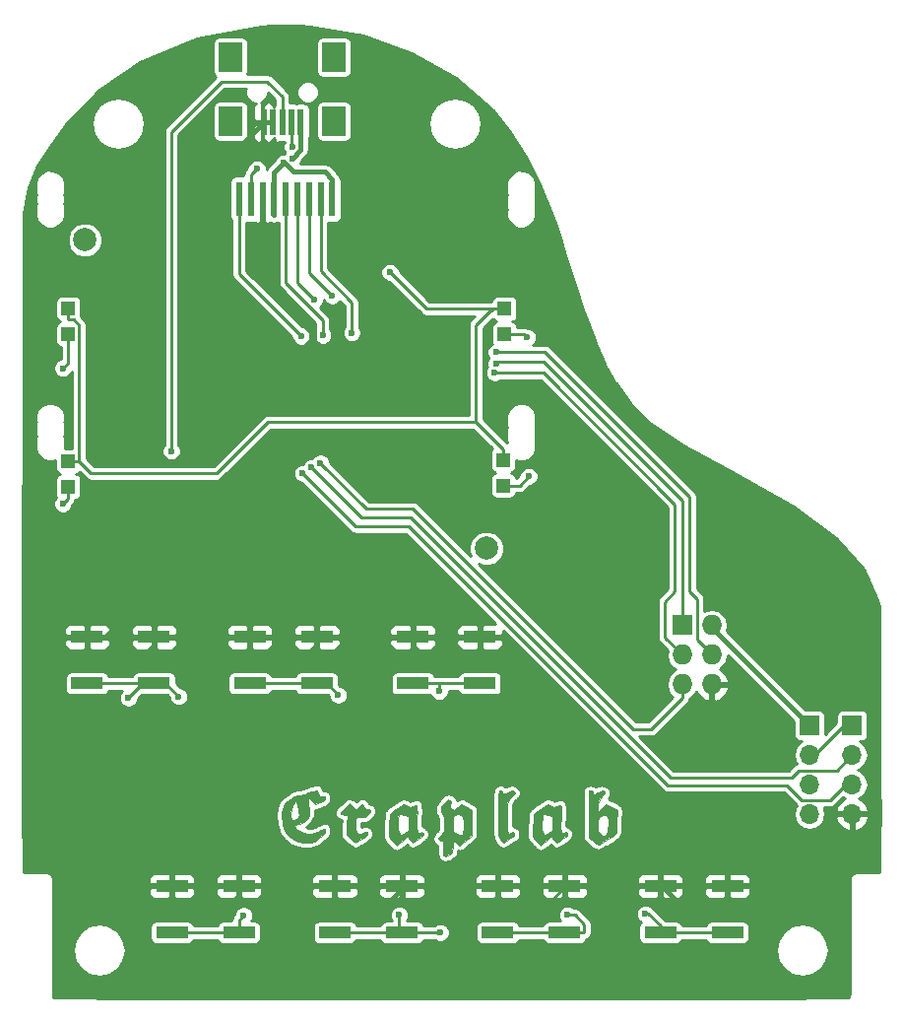
<source format=gtl>
G04 #@! TF.FileFunction,Copper,L1,Top,Signal*
%FSLAX46Y46*%
G04 Gerber Fmt 4.6, Leading zero omitted, Abs format (unit mm)*
G04 Created by KiCad (PCBNEW 4.0.7-e1-6374~58~ubuntu16.04.1) date Thu Aug 10 00:10:15 2017*
%MOMM*%
%LPD*%
G01*
G04 APERTURE LIST*
%ADD10C,0.100000*%
%ADD11C,0.010000*%
%ADD12C,2.000000*%
%ADD13R,0.600000X3.000000*%
%ADD14R,0.500000X2.300000*%
%ADD15R,2.000000X2.500000*%
%ADD16R,1.200000X1.200000*%
%ADD17R,1.700000X1.700000*%
%ADD18O,1.700000X1.700000*%
%ADD19R,2.750000X1.000000*%
%ADD20R,1.727200X1.727200*%
%ADD21O,1.727200X1.727200*%
%ADD22C,0.600000*%
%ADD23C,0.400000*%
%ADD24C,0.250000*%
%ADD25C,0.254000*%
G04 APERTURE END LIST*
D10*
D11*
G36*
X150281686Y-124702177D02*
X150304912Y-124714220D01*
X150420703Y-124806421D01*
X150393091Y-124895280D01*
X150392396Y-124895978D01*
X150310178Y-125077662D01*
X150341753Y-125294996D01*
X150458056Y-125463362D01*
X150551982Y-125535461D01*
X150641241Y-125543846D01*
X150768792Y-125476867D01*
X150977598Y-125322877D01*
X150978378Y-125322281D01*
X151345144Y-125042235D01*
X151624573Y-125231860D01*
X151840056Y-125364771D01*
X152027351Y-125458792D01*
X152062624Y-125471831D01*
X152125231Y-125500492D01*
X152167865Y-125556803D01*
X152193444Y-125666306D01*
X152204886Y-125854543D01*
X152205110Y-126147053D01*
X152197034Y-126569379D01*
X152195529Y-126635034D01*
X152169812Y-127747892D01*
X151693562Y-128173707D01*
X151463416Y-128372745D01*
X151275836Y-128522574D01*
X151163531Y-128597434D01*
X151150457Y-128601448D01*
X151047058Y-128557979D01*
X150888896Y-128450186D01*
X150881784Y-128444625D01*
X150722053Y-128334260D01*
X150613680Y-128285961D01*
X150611295Y-128285875D01*
X150575878Y-128358170D01*
X150551081Y-128546882D01*
X150542625Y-128787111D01*
X150538696Y-129061503D01*
X150513242Y-129223557D01*
X150445763Y-129319684D01*
X150315758Y-129396292D01*
X150262119Y-129422111D01*
X150021235Y-129525008D01*
X149879459Y-129545906D01*
X149800617Y-129485873D01*
X149777416Y-129436390D01*
X149758902Y-129302169D01*
X149752696Y-129059326D01*
X149759901Y-128757593D01*
X149761606Y-128722015D01*
X149773410Y-128397516D01*
X149764665Y-128210696D01*
X149729757Y-128141190D01*
X149663070Y-128168628D01*
X149619999Y-128208375D01*
X149511784Y-128228721D01*
X149406640Y-128143647D01*
X149336044Y-128047815D01*
X149342691Y-127960599D01*
X149442115Y-127837536D01*
X149551390Y-127729326D01*
X149686157Y-127592302D01*
X149768073Y-127472491D01*
X149810292Y-127325333D01*
X149825966Y-127106270D01*
X149828165Y-126803072D01*
X150542625Y-126803072D01*
X150542625Y-127459318D01*
X150879968Y-127588939D01*
X151147824Y-127684677D01*
X151306017Y-127710214D01*
X151390411Y-127658782D01*
X151436871Y-127523611D01*
X151445515Y-127482203D01*
X151471393Y-127272446D01*
X151489342Y-126973369D01*
X151495125Y-126690491D01*
X151491157Y-126400960D01*
X151468914Y-126226728D01*
X151412888Y-126124369D01*
X151307572Y-126050457D01*
X151257000Y-126023687D01*
X151074048Y-125946646D01*
X150927865Y-125956810D01*
X150780750Y-126023687D01*
X150664075Y-126090264D01*
X150593527Y-126166786D01*
X150557504Y-126291227D01*
X150544404Y-126501556D01*
X150542625Y-126803072D01*
X149828165Y-126803072D01*
X149828250Y-126791391D01*
X149819932Y-126424508D01*
X149789373Y-126168474D01*
X149728164Y-125975994D01*
X149661136Y-125851405D01*
X149563061Y-125631743D01*
X149565468Y-125420151D01*
X149677085Y-125181895D01*
X149903903Y-124885461D01*
X150055588Y-124723734D01*
X150164855Y-124669754D01*
X150281686Y-124702177D01*
X150281686Y-124702177D01*
G37*
X150281686Y-124702177D02*
X150304912Y-124714220D01*
X150420703Y-124806421D01*
X150393091Y-124895280D01*
X150392396Y-124895978D01*
X150310178Y-125077662D01*
X150341753Y-125294996D01*
X150458056Y-125463362D01*
X150551982Y-125535461D01*
X150641241Y-125543846D01*
X150768792Y-125476867D01*
X150977598Y-125322877D01*
X150978378Y-125322281D01*
X151345144Y-125042235D01*
X151624573Y-125231860D01*
X151840056Y-125364771D01*
X152027351Y-125458792D01*
X152062624Y-125471831D01*
X152125231Y-125500492D01*
X152167865Y-125556803D01*
X152193444Y-125666306D01*
X152204886Y-125854543D01*
X152205110Y-126147053D01*
X152197034Y-126569379D01*
X152195529Y-126635034D01*
X152169812Y-127747892D01*
X151693562Y-128173707D01*
X151463416Y-128372745D01*
X151275836Y-128522574D01*
X151163531Y-128597434D01*
X151150457Y-128601448D01*
X151047058Y-128557979D01*
X150888896Y-128450186D01*
X150881784Y-128444625D01*
X150722053Y-128334260D01*
X150613680Y-128285961D01*
X150611295Y-128285875D01*
X150575878Y-128358170D01*
X150551081Y-128546882D01*
X150542625Y-128787111D01*
X150538696Y-129061503D01*
X150513242Y-129223557D01*
X150445763Y-129319684D01*
X150315758Y-129396292D01*
X150262119Y-129422111D01*
X150021235Y-129525008D01*
X149879459Y-129545906D01*
X149800617Y-129485873D01*
X149777416Y-129436390D01*
X149758902Y-129302169D01*
X149752696Y-129059326D01*
X149759901Y-128757593D01*
X149761606Y-128722015D01*
X149773410Y-128397516D01*
X149764665Y-128210696D01*
X149729757Y-128141190D01*
X149663070Y-128168628D01*
X149619999Y-128208375D01*
X149511784Y-128228721D01*
X149406640Y-128143647D01*
X149336044Y-128047815D01*
X149342691Y-127960599D01*
X149442115Y-127837536D01*
X149551390Y-127729326D01*
X149686157Y-127592302D01*
X149768073Y-127472491D01*
X149810292Y-127325333D01*
X149825966Y-127106270D01*
X149828165Y-126803072D01*
X150542625Y-126803072D01*
X150542625Y-127459318D01*
X150879968Y-127588939D01*
X151147824Y-127684677D01*
X151306017Y-127710214D01*
X151390411Y-127658782D01*
X151436871Y-127523611D01*
X151445515Y-127482203D01*
X151471393Y-127272446D01*
X151489342Y-126973369D01*
X151495125Y-126690491D01*
X151491157Y-126400960D01*
X151468914Y-126226728D01*
X151412888Y-126124369D01*
X151307572Y-126050457D01*
X151257000Y-126023687D01*
X151074048Y-125946646D01*
X150927865Y-125956810D01*
X150780750Y-126023687D01*
X150664075Y-126090264D01*
X150593527Y-126166786D01*
X150557504Y-126291227D01*
X150544404Y-126501556D01*
X150542625Y-126803072D01*
X149828165Y-126803072D01*
X149828250Y-126791391D01*
X149819932Y-126424508D01*
X149789373Y-126168474D01*
X149728164Y-125975994D01*
X149661136Y-125851405D01*
X149563061Y-125631743D01*
X149565468Y-125420151D01*
X149677085Y-125181895D01*
X149903903Y-124885461D01*
X150055588Y-124723734D01*
X150164855Y-124669754D01*
X150281686Y-124702177D01*
G36*
X146645485Y-125219737D02*
X146830054Y-125317044D01*
X146957535Y-125332237D01*
X147104408Y-125268998D01*
X147148606Y-125243957D01*
X147325686Y-125164846D01*
X147445863Y-125150775D01*
X147452376Y-125153885D01*
X147475424Y-125245326D01*
X147488783Y-125465868D01*
X147491748Y-125786117D01*
X147483610Y-126176679D01*
X147479619Y-126285320D01*
X147464360Y-126784804D01*
X147467124Y-127143239D01*
X147491726Y-127377692D01*
X147541982Y-127505227D01*
X147621709Y-127542909D01*
X147734721Y-127507803D01*
X147751072Y-127499311D01*
X147891257Y-127454892D01*
X147982158Y-127534938D01*
X147999621Y-127565887D01*
X148027853Y-127659659D01*
X147987222Y-127753833D01*
X147855472Y-127877369D01*
X147632844Y-128043146D01*
X147400104Y-128203706D01*
X147216560Y-128319114D01*
X147120753Y-128365190D01*
X147119439Y-128365250D01*
X147039175Y-128305473D01*
X146915363Y-128155964D01*
X146870846Y-128092995D01*
X146685845Y-127820741D01*
X146252828Y-128208621D01*
X146029787Y-128398660D01*
X145845529Y-128538008D01*
X145736700Y-128599173D01*
X145731212Y-128599938D01*
X145638483Y-128543748D01*
X145487865Y-128394416D01*
X145345932Y-128226343D01*
X145049253Y-127849312D01*
X145085971Y-126990993D01*
X145800218Y-126990993D01*
X145832705Y-127269564D01*
X145888436Y-127438948D01*
X145977251Y-127622943D01*
X146049116Y-127723739D01*
X146062923Y-127730250D01*
X146158529Y-127694502D01*
X146337523Y-127604435D01*
X146424161Y-127556883D01*
X146732625Y-127383517D01*
X146732625Y-126082221D01*
X146362930Y-125989130D01*
X146145205Y-125942478D01*
X146003969Y-125951519D01*
X145917876Y-126041014D01*
X145865583Y-126235726D01*
X145825745Y-126560416D01*
X145819788Y-126619234D01*
X145800218Y-126990993D01*
X145085971Y-126990993D01*
X145088303Y-126936500D01*
X145108033Y-126562346D01*
X145131923Y-126240186D01*
X145156791Y-126007013D01*
X145177034Y-125904625D01*
X145263917Y-125809703D01*
X145452003Y-125660685D01*
X145706100Y-125484693D01*
X145801077Y-125423657D01*
X146375437Y-125061752D01*
X146645485Y-125219737D01*
X146645485Y-125219737D01*
G37*
X146645485Y-125219737D02*
X146830054Y-125317044D01*
X146957535Y-125332237D01*
X147104408Y-125268998D01*
X147148606Y-125243957D01*
X147325686Y-125164846D01*
X147445863Y-125150775D01*
X147452376Y-125153885D01*
X147475424Y-125245326D01*
X147488783Y-125465868D01*
X147491748Y-125786117D01*
X147483610Y-126176679D01*
X147479619Y-126285320D01*
X147464360Y-126784804D01*
X147467124Y-127143239D01*
X147491726Y-127377692D01*
X147541982Y-127505227D01*
X147621709Y-127542909D01*
X147734721Y-127507803D01*
X147751072Y-127499311D01*
X147891257Y-127454892D01*
X147982158Y-127534938D01*
X147999621Y-127565887D01*
X148027853Y-127659659D01*
X147987222Y-127753833D01*
X147855472Y-127877369D01*
X147632844Y-128043146D01*
X147400104Y-128203706D01*
X147216560Y-128319114D01*
X147120753Y-128365190D01*
X147119439Y-128365250D01*
X147039175Y-128305473D01*
X146915363Y-128155964D01*
X146870846Y-128092995D01*
X146685845Y-127820741D01*
X146252828Y-128208621D01*
X146029787Y-128398660D01*
X145845529Y-128538008D01*
X145736700Y-128599173D01*
X145731212Y-128599938D01*
X145638483Y-128543748D01*
X145487865Y-128394416D01*
X145345932Y-128226343D01*
X145049253Y-127849312D01*
X145085971Y-126990993D01*
X145800218Y-126990993D01*
X145832705Y-127269564D01*
X145888436Y-127438948D01*
X145977251Y-127622943D01*
X146049116Y-127723739D01*
X146062923Y-127730250D01*
X146158529Y-127694502D01*
X146337523Y-127604435D01*
X146424161Y-127556883D01*
X146732625Y-127383517D01*
X146732625Y-126082221D01*
X146362930Y-125989130D01*
X146145205Y-125942478D01*
X146003969Y-125951519D01*
X145917876Y-126041014D01*
X145865583Y-126235726D01*
X145825745Y-126560416D01*
X145819788Y-126619234D01*
X145800218Y-126990993D01*
X145085971Y-126990993D01*
X145088303Y-126936500D01*
X145108033Y-126562346D01*
X145131923Y-126240186D01*
X145156791Y-126007013D01*
X145177034Y-125904625D01*
X145263917Y-125809703D01*
X145452003Y-125660685D01*
X145706100Y-125484693D01*
X145801077Y-125423657D01*
X146375437Y-125061752D01*
X146645485Y-125219737D01*
G36*
X159027985Y-125219737D02*
X159212554Y-125317044D01*
X159340035Y-125332237D01*
X159486908Y-125268998D01*
X159531106Y-125243957D01*
X159708186Y-125164846D01*
X159828363Y-125150775D01*
X159834876Y-125153885D01*
X159857924Y-125245326D01*
X159871283Y-125465868D01*
X159874248Y-125786117D01*
X159866110Y-126176679D01*
X159862119Y-126285320D01*
X159846860Y-126784804D01*
X159849624Y-127143239D01*
X159874226Y-127377692D01*
X159924482Y-127505227D01*
X160004209Y-127542909D01*
X160117221Y-127507803D01*
X160133572Y-127499311D01*
X160273757Y-127454892D01*
X160364658Y-127534938D01*
X160382121Y-127565887D01*
X160410353Y-127659659D01*
X160369722Y-127753833D01*
X160237972Y-127877369D01*
X160015344Y-128043146D01*
X159782604Y-128203706D01*
X159599060Y-128319114D01*
X159503253Y-128365190D01*
X159501939Y-128365250D01*
X159421675Y-128305473D01*
X159297863Y-128155964D01*
X159253346Y-128092995D01*
X159068345Y-127820741D01*
X158635328Y-128208621D01*
X158412287Y-128398660D01*
X158228029Y-128538008D01*
X158119200Y-128599173D01*
X158113712Y-128599938D01*
X158020983Y-128543748D01*
X157870365Y-128394416D01*
X157728432Y-128226343D01*
X157431753Y-127849312D01*
X157468471Y-126990993D01*
X158182718Y-126990993D01*
X158215205Y-127269564D01*
X158270936Y-127438948D01*
X158359751Y-127622943D01*
X158431616Y-127723739D01*
X158445423Y-127730250D01*
X158541029Y-127694502D01*
X158720023Y-127604435D01*
X158806661Y-127556883D01*
X159115125Y-127383517D01*
X159115125Y-126082221D01*
X158745430Y-125989130D01*
X158527705Y-125942478D01*
X158386469Y-125951519D01*
X158300376Y-126041014D01*
X158248083Y-126235726D01*
X158208245Y-126560416D01*
X158202288Y-126619234D01*
X158182718Y-126990993D01*
X157468471Y-126990993D01*
X157470803Y-126936500D01*
X157490533Y-126562346D01*
X157514423Y-126240186D01*
X157539291Y-126007013D01*
X157559534Y-125904625D01*
X157646417Y-125809703D01*
X157834503Y-125660685D01*
X158088600Y-125484693D01*
X158183577Y-125423657D01*
X158757937Y-125061752D01*
X159027985Y-125219737D01*
X159027985Y-125219737D01*
G37*
X159027985Y-125219737D02*
X159212554Y-125317044D01*
X159340035Y-125332237D01*
X159486908Y-125268998D01*
X159531106Y-125243957D01*
X159708186Y-125164846D01*
X159828363Y-125150775D01*
X159834876Y-125153885D01*
X159857924Y-125245326D01*
X159871283Y-125465868D01*
X159874248Y-125786117D01*
X159866110Y-126176679D01*
X159862119Y-126285320D01*
X159846860Y-126784804D01*
X159849624Y-127143239D01*
X159874226Y-127377692D01*
X159924482Y-127505227D01*
X160004209Y-127542909D01*
X160117221Y-127507803D01*
X160133572Y-127499311D01*
X160273757Y-127454892D01*
X160364658Y-127534938D01*
X160382121Y-127565887D01*
X160410353Y-127659659D01*
X160369722Y-127753833D01*
X160237972Y-127877369D01*
X160015344Y-128043146D01*
X159782604Y-128203706D01*
X159599060Y-128319114D01*
X159503253Y-128365190D01*
X159501939Y-128365250D01*
X159421675Y-128305473D01*
X159297863Y-128155964D01*
X159253346Y-128092995D01*
X159068345Y-127820741D01*
X158635328Y-128208621D01*
X158412287Y-128398660D01*
X158228029Y-128538008D01*
X158119200Y-128599173D01*
X158113712Y-128599938D01*
X158020983Y-128543748D01*
X157870365Y-128394416D01*
X157728432Y-128226343D01*
X157431753Y-127849312D01*
X157468471Y-126990993D01*
X158182718Y-126990993D01*
X158215205Y-127269564D01*
X158270936Y-127438948D01*
X158359751Y-127622943D01*
X158431616Y-127723739D01*
X158445423Y-127730250D01*
X158541029Y-127694502D01*
X158720023Y-127604435D01*
X158806661Y-127556883D01*
X159115125Y-127383517D01*
X159115125Y-126082221D01*
X158745430Y-125989130D01*
X158527705Y-125942478D01*
X158386469Y-125951519D01*
X158300376Y-126041014D01*
X158248083Y-126235726D01*
X158208245Y-126560416D01*
X158202288Y-126619234D01*
X158182718Y-126990993D01*
X157468471Y-126990993D01*
X157470803Y-126936500D01*
X157490533Y-126562346D01*
X157514423Y-126240186D01*
X157539291Y-126007013D01*
X157559534Y-125904625D01*
X157646417Y-125809703D01*
X157834503Y-125660685D01*
X158088600Y-125484693D01*
X158183577Y-125423657D01*
X158757937Y-125061752D01*
X159027985Y-125219737D01*
G36*
X162429031Y-123920245D02*
X162574074Y-123966320D01*
X162607625Y-124079000D01*
X162615703Y-124189531D01*
X162662629Y-124225978D01*
X162782437Y-124188342D01*
X163004500Y-124079000D01*
X163274469Y-123958421D01*
X163455902Y-123927862D01*
X163588034Y-123983130D01*
X163621241Y-124013116D01*
X163650280Y-124098576D01*
X163572446Y-124219227D01*
X163433708Y-124350460D01*
X163184423Y-124661483D01*
X163043975Y-125071144D01*
X163006393Y-125492631D01*
X163004500Y-125755324D01*
X163804946Y-125080378D01*
X164243965Y-125313907D01*
X164682984Y-125547437D01*
X164657336Y-126566527D01*
X164644939Y-126988389D01*
X164629181Y-127281089D01*
X164604739Y-127474205D01*
X164566292Y-127597314D01*
X164508515Y-127679992D01*
X164447038Y-127735091D01*
X164294229Y-127841712D01*
X164061012Y-127985671D01*
X163785633Y-128145613D01*
X163506337Y-128300187D01*
X163261369Y-128428040D01*
X163088975Y-128507818D01*
X163034415Y-128523785D01*
X162940847Y-128475480D01*
X162771081Y-128350803D01*
X162616306Y-128223041D01*
X162267799Y-127922511D01*
X162264227Y-127098924D01*
X163012505Y-127098924D01*
X163023989Y-127293974D01*
X163068367Y-127421114D01*
X163158375Y-127525677D01*
X163250045Y-127605251D01*
X163482294Y-127759267D01*
X163656125Y-127769291D01*
X163788118Y-127631243D01*
X163861038Y-127455000D01*
X163912717Y-127203356D01*
X163940390Y-126875959D01*
X163940413Y-126624269D01*
X163923079Y-126343097D01*
X163891124Y-126178990D01*
X163827306Y-126090285D01*
X163714383Y-126035321D01*
X163693627Y-126027930D01*
X163460057Y-125994077D01*
X163257065Y-126068751D01*
X163147816Y-126141891D01*
X163081844Y-126236759D01*
X163045935Y-126393790D01*
X163026876Y-126653421D01*
X163021179Y-126790631D01*
X163012505Y-127098924D01*
X162264227Y-127098924D01*
X162259118Y-125921376D01*
X162250437Y-123920240D01*
X162429031Y-123920245D01*
X162429031Y-123920245D01*
G37*
X162429031Y-123920245D02*
X162574074Y-123966320D01*
X162607625Y-124079000D01*
X162615703Y-124189531D01*
X162662629Y-124225978D01*
X162782437Y-124188342D01*
X163004500Y-124079000D01*
X163274469Y-123958421D01*
X163455902Y-123927862D01*
X163588034Y-123983130D01*
X163621241Y-124013116D01*
X163650280Y-124098576D01*
X163572446Y-124219227D01*
X163433708Y-124350460D01*
X163184423Y-124661483D01*
X163043975Y-125071144D01*
X163006393Y-125492631D01*
X163004500Y-125755324D01*
X163804946Y-125080378D01*
X164243965Y-125313907D01*
X164682984Y-125547437D01*
X164657336Y-126566527D01*
X164644939Y-126988389D01*
X164629181Y-127281089D01*
X164604739Y-127474205D01*
X164566292Y-127597314D01*
X164508515Y-127679992D01*
X164447038Y-127735091D01*
X164294229Y-127841712D01*
X164061012Y-127985671D01*
X163785633Y-128145613D01*
X163506337Y-128300187D01*
X163261369Y-128428040D01*
X163088975Y-128507818D01*
X163034415Y-128523785D01*
X162940847Y-128475480D01*
X162771081Y-128350803D01*
X162616306Y-128223041D01*
X162267799Y-127922511D01*
X162264227Y-127098924D01*
X163012505Y-127098924D01*
X163023989Y-127293974D01*
X163068367Y-127421114D01*
X163158375Y-127525677D01*
X163250045Y-127605251D01*
X163482294Y-127759267D01*
X163656125Y-127769291D01*
X163788118Y-127631243D01*
X163861038Y-127455000D01*
X163912717Y-127203356D01*
X163940390Y-126875959D01*
X163940413Y-126624269D01*
X163923079Y-126343097D01*
X163891124Y-126178990D01*
X163827306Y-126090285D01*
X163714383Y-126035321D01*
X163693627Y-126027930D01*
X163460057Y-125994077D01*
X163257065Y-126068751D01*
X163147816Y-126141891D01*
X163081844Y-126236759D01*
X163045935Y-126393790D01*
X163026876Y-126653421D01*
X163021179Y-126790631D01*
X163012505Y-127098924D01*
X162264227Y-127098924D01*
X162259118Y-125921376D01*
X162250437Y-123920240D01*
X162429031Y-123920245D01*
G36*
X138995229Y-124134921D02*
X139088352Y-124317812D01*
X139193140Y-124386002D01*
X139350480Y-124379608D01*
X139517778Y-124371072D01*
X139580650Y-124438993D01*
X139588875Y-124556104D01*
X139570761Y-124682084D01*
X139492758Y-124772458D01*
X139319375Y-124856126D01*
X139143020Y-124919140D01*
X138697166Y-125070691D01*
X138430435Y-124762128D01*
X138250905Y-124584623D01*
X138140831Y-124548742D01*
X138099578Y-124655122D01*
X138126511Y-124904396D01*
X138154796Y-125038043D01*
X138235065Y-125565278D01*
X138202239Y-125987679D01*
X138049675Y-126318181D01*
X137770727Y-126569719D01*
X137358754Y-126755229D01*
X137256821Y-126786405D01*
X137042728Y-126812066D01*
X136874933Y-126728123D01*
X136861919Y-126716971D01*
X136764517Y-126635124D01*
X136747409Y-126644252D01*
X136809866Y-126763928D01*
X136857047Y-126847284D01*
X137134336Y-127178654D01*
X137534085Y-127425977D01*
X138029894Y-127576153D01*
X138280339Y-127615977D01*
X138469123Y-127617261D01*
X138657638Y-127570061D01*
X138907274Y-127464431D01*
X139007772Y-127417752D01*
X139265451Y-127299016D01*
X139460892Y-127212424D01*
X139555549Y-127175007D01*
X139558099Y-127174625D01*
X139580421Y-127243311D01*
X139588875Y-127393837D01*
X139564648Y-127525650D01*
X139475093Y-127658025D01*
X139294894Y-127820019D01*
X139070281Y-127989150D01*
X138803308Y-128177240D01*
X138607655Y-128288917D01*
X138428171Y-128343721D01*
X138209705Y-128361190D01*
X138018562Y-128361766D01*
X137689286Y-128343576D01*
X137377146Y-128299918D01*
X137188502Y-128252304D01*
X136779639Y-128065864D01*
X136465298Y-127817209D01*
X136293406Y-127616399D01*
X136049221Y-127176741D01*
X135904746Y-126653198D01*
X135865559Y-126089722D01*
X135891809Y-125884849D01*
X136618759Y-125884849D01*
X136630421Y-126162593D01*
X136682107Y-126371776D01*
X136784982Y-126451716D01*
X136970069Y-126416327D01*
X137086730Y-126367266D01*
X137261892Y-126232160D01*
X137340888Y-126017198D01*
X137328749Y-125700470D01*
X137288322Y-125489307D01*
X137211604Y-125150430D01*
X137158024Y-124943730D01*
X137112729Y-124847248D01*
X137060863Y-124839025D01*
X136987573Y-124897103D01*
X136926830Y-124954926D01*
X136774013Y-125184016D01*
X136666743Y-125512652D01*
X136618759Y-125884849D01*
X135891809Y-125884849D01*
X135937242Y-125530260D01*
X136000630Y-125310325D01*
X136085053Y-125097616D01*
X136190004Y-124939164D01*
X136352967Y-124794634D01*
X136611421Y-124623693D01*
X136675205Y-124584417D01*
X136946170Y-124432654D01*
X137178922Y-124327575D01*
X137331163Y-124287665D01*
X137349893Y-124289529D01*
X137502493Y-124284647D01*
X137731639Y-124231677D01*
X137842625Y-124195171D01*
X138150531Y-124087683D01*
X138469266Y-123982434D01*
X138539093Y-123960450D01*
X138878374Y-123855245D01*
X138995229Y-124134921D01*
X138995229Y-124134921D01*
G37*
X138995229Y-124134921D02*
X139088352Y-124317812D01*
X139193140Y-124386002D01*
X139350480Y-124379608D01*
X139517778Y-124371072D01*
X139580650Y-124438993D01*
X139588875Y-124556104D01*
X139570761Y-124682084D01*
X139492758Y-124772458D01*
X139319375Y-124856126D01*
X139143020Y-124919140D01*
X138697166Y-125070691D01*
X138430435Y-124762128D01*
X138250905Y-124584623D01*
X138140831Y-124548742D01*
X138099578Y-124655122D01*
X138126511Y-124904396D01*
X138154796Y-125038043D01*
X138235065Y-125565278D01*
X138202239Y-125987679D01*
X138049675Y-126318181D01*
X137770727Y-126569719D01*
X137358754Y-126755229D01*
X137256821Y-126786405D01*
X137042728Y-126812066D01*
X136874933Y-126728123D01*
X136861919Y-126716971D01*
X136764517Y-126635124D01*
X136747409Y-126644252D01*
X136809866Y-126763928D01*
X136857047Y-126847284D01*
X137134336Y-127178654D01*
X137534085Y-127425977D01*
X138029894Y-127576153D01*
X138280339Y-127615977D01*
X138469123Y-127617261D01*
X138657638Y-127570061D01*
X138907274Y-127464431D01*
X139007772Y-127417752D01*
X139265451Y-127299016D01*
X139460892Y-127212424D01*
X139555549Y-127175007D01*
X139558099Y-127174625D01*
X139580421Y-127243311D01*
X139588875Y-127393837D01*
X139564648Y-127525650D01*
X139475093Y-127658025D01*
X139294894Y-127820019D01*
X139070281Y-127989150D01*
X138803308Y-128177240D01*
X138607655Y-128288917D01*
X138428171Y-128343721D01*
X138209705Y-128361190D01*
X138018562Y-128361766D01*
X137689286Y-128343576D01*
X137377146Y-128299918D01*
X137188502Y-128252304D01*
X136779639Y-128065864D01*
X136465298Y-127817209D01*
X136293406Y-127616399D01*
X136049221Y-127176741D01*
X135904746Y-126653198D01*
X135865559Y-126089722D01*
X135891809Y-125884849D01*
X136618759Y-125884849D01*
X136630421Y-126162593D01*
X136682107Y-126371776D01*
X136784982Y-126451716D01*
X136970069Y-126416327D01*
X137086730Y-126367266D01*
X137261892Y-126232160D01*
X137340888Y-126017198D01*
X137328749Y-125700470D01*
X137288322Y-125489307D01*
X137211604Y-125150430D01*
X137158024Y-124943730D01*
X137112729Y-124847248D01*
X137060863Y-124839025D01*
X136987573Y-124897103D01*
X136926830Y-124954926D01*
X136774013Y-125184016D01*
X136666743Y-125512652D01*
X136618759Y-125884849D01*
X135891809Y-125884849D01*
X135937242Y-125530260D01*
X136000630Y-125310325D01*
X136085053Y-125097616D01*
X136190004Y-124939164D01*
X136352967Y-124794634D01*
X136611421Y-124623693D01*
X136675205Y-124584417D01*
X136946170Y-124432654D01*
X137178922Y-124327575D01*
X137331163Y-124287665D01*
X137349893Y-124289529D01*
X137502493Y-124284647D01*
X137731639Y-124231677D01*
X137842625Y-124195171D01*
X138150531Y-124087683D01*
X138469266Y-123982434D01*
X138539093Y-123960450D01*
X138878374Y-123855245D01*
X138995229Y-124134921D01*
G36*
X141929982Y-125269183D02*
X142099000Y-125416277D01*
X142228903Y-125500229D01*
X142256709Y-125507750D01*
X142358210Y-125454910D01*
X142512287Y-125323206D01*
X142561363Y-125273877D01*
X142785427Y-125040005D01*
X142957531Y-125293721D01*
X143124492Y-125478045D01*
X143291587Y-125524084D01*
X143303942Y-125522604D01*
X143443647Y-125547430D01*
X143476465Y-125658669D01*
X143405685Y-125828442D01*
X143245412Y-126018622D01*
X143049825Y-126169656D01*
X142870705Y-126208337D01*
X142789005Y-126197829D01*
X142515818Y-126144491D01*
X142353411Y-126135622D01*
X142271401Y-126198576D01*
X142239404Y-126360706D01*
X142227034Y-126649365D01*
X142224982Y-126705582D01*
X142219811Y-127036707D01*
X142239919Y-127255053D01*
X142292728Y-127405586D01*
X142355825Y-127498035D01*
X142461282Y-127615416D01*
X142555109Y-127645804D01*
X142700133Y-127596398D01*
X142800950Y-127549043D01*
X143046442Y-127459166D01*
X143188156Y-127479212D01*
X143239409Y-127611909D01*
X143240125Y-127639067D01*
X143170117Y-127757747D01*
X142973304Y-127920278D01*
X142737018Y-128070945D01*
X142485379Y-128214110D01*
X142288214Y-128318797D01*
X142184051Y-128364664D01*
X142179620Y-128365250D01*
X142096477Y-128315520D01*
X141937075Y-128186755D01*
X141783715Y-128050362D01*
X141442102Y-127735475D01*
X141478184Y-126859737D01*
X141514266Y-125984000D01*
X141285789Y-125982784D01*
X141075020Y-125954621D01*
X140938250Y-125900666D01*
X140895351Y-125840782D01*
X140931394Y-125749740D01*
X141062304Y-125603369D01*
X141251515Y-125425190D01*
X141683844Y-125030617D01*
X141929982Y-125269183D01*
X141929982Y-125269183D01*
G37*
X141929982Y-125269183D02*
X142099000Y-125416277D01*
X142228903Y-125500229D01*
X142256709Y-125507750D01*
X142358210Y-125454910D01*
X142512287Y-125323206D01*
X142561363Y-125273877D01*
X142785427Y-125040005D01*
X142957531Y-125293721D01*
X143124492Y-125478045D01*
X143291587Y-125524084D01*
X143303942Y-125522604D01*
X143443647Y-125547430D01*
X143476465Y-125658669D01*
X143405685Y-125828442D01*
X143245412Y-126018622D01*
X143049825Y-126169656D01*
X142870705Y-126208337D01*
X142789005Y-126197829D01*
X142515818Y-126144491D01*
X142353411Y-126135622D01*
X142271401Y-126198576D01*
X142239404Y-126360706D01*
X142227034Y-126649365D01*
X142224982Y-126705582D01*
X142219811Y-127036707D01*
X142239919Y-127255053D01*
X142292728Y-127405586D01*
X142355825Y-127498035D01*
X142461282Y-127615416D01*
X142555109Y-127645804D01*
X142700133Y-127596398D01*
X142800950Y-127549043D01*
X143046442Y-127459166D01*
X143188156Y-127479212D01*
X143239409Y-127611909D01*
X143240125Y-127639067D01*
X143170117Y-127757747D01*
X142973304Y-127920278D01*
X142737018Y-128070945D01*
X142485379Y-128214110D01*
X142288214Y-128318797D01*
X142184051Y-128364664D01*
X142179620Y-128365250D01*
X142096477Y-128315520D01*
X141937075Y-128186755D01*
X141783715Y-128050362D01*
X141442102Y-127735475D01*
X141478184Y-126859737D01*
X141514266Y-125984000D01*
X141285789Y-125982784D01*
X141075020Y-125954621D01*
X140938250Y-125900666D01*
X140895351Y-125840782D01*
X140931394Y-125749740D01*
X141062304Y-125603369D01*
X141251515Y-125425190D01*
X141683844Y-125030617D01*
X141929982Y-125269183D01*
G36*
X154811514Y-123996195D02*
X154828037Y-124037109D01*
X154905808Y-124241661D01*
X155294640Y-124044625D01*
X155520252Y-123934772D01*
X155652285Y-123894145D01*
X155737738Y-123918215D01*
X155816305Y-123994368D01*
X155893964Y-124099165D01*
X155873659Y-124180659D01*
X155738731Y-124290911D01*
X155716292Y-124306947D01*
X155543731Y-124449763D01*
X155416124Y-124614275D01*
X155327043Y-124825798D01*
X155270055Y-125109646D01*
X155238731Y-125491134D01*
X155226641Y-125995577D01*
X155225750Y-126238089D01*
X155229556Y-126761476D01*
X155244043Y-127142598D01*
X155273815Y-127397826D01*
X155323476Y-127543529D01*
X155397628Y-127596075D01*
X155500875Y-127571836D01*
X155586807Y-127521977D01*
X155721549Y-127448538D01*
X155787424Y-127483447D01*
X155821483Y-127572825D01*
X155853375Y-127714663D01*
X155848153Y-127764174D01*
X155721325Y-127855682D01*
X155524603Y-127986374D01*
X155300745Y-128129289D01*
X155092511Y-128257465D01*
X154942661Y-128343942D01*
X154894870Y-128365250D01*
X154817776Y-128306688D01*
X154695463Y-128161380D01*
X154661691Y-128115281D01*
X154606278Y-128032010D01*
X154563800Y-127943566D01*
X154532596Y-127828958D01*
X154511003Y-127667193D01*
X154497357Y-127437279D01*
X154489995Y-127118223D01*
X154487256Y-126689032D01*
X154487476Y-126128715D01*
X154487893Y-125921177D01*
X154490255Y-125308532D01*
X154495192Y-124835919D01*
X154503941Y-124484627D01*
X154517738Y-124235945D01*
X154537822Y-124071160D01*
X154565428Y-123971560D01*
X154601794Y-123918435D01*
X154621177Y-123904799D01*
X154730470Y-123885747D01*
X154811514Y-123996195D01*
X154811514Y-123996195D01*
G37*
X154811514Y-123996195D02*
X154828037Y-124037109D01*
X154905808Y-124241661D01*
X155294640Y-124044625D01*
X155520252Y-123934772D01*
X155652285Y-123894145D01*
X155737738Y-123918215D01*
X155816305Y-123994368D01*
X155893964Y-124099165D01*
X155873659Y-124180659D01*
X155738731Y-124290911D01*
X155716292Y-124306947D01*
X155543731Y-124449763D01*
X155416124Y-124614275D01*
X155327043Y-124825798D01*
X155270055Y-125109646D01*
X155238731Y-125491134D01*
X155226641Y-125995577D01*
X155225750Y-126238089D01*
X155229556Y-126761476D01*
X155244043Y-127142598D01*
X155273815Y-127397826D01*
X155323476Y-127543529D01*
X155397628Y-127596075D01*
X155500875Y-127571836D01*
X155586807Y-127521977D01*
X155721549Y-127448538D01*
X155787424Y-127483447D01*
X155821483Y-127572825D01*
X155853375Y-127714663D01*
X155848153Y-127764174D01*
X155721325Y-127855682D01*
X155524603Y-127986374D01*
X155300745Y-128129289D01*
X155092511Y-128257465D01*
X154942661Y-128343942D01*
X154894870Y-128365250D01*
X154817776Y-128306688D01*
X154695463Y-128161380D01*
X154661691Y-128115281D01*
X154606278Y-128032010D01*
X154563800Y-127943566D01*
X154532596Y-127828958D01*
X154511003Y-127667193D01*
X154497357Y-127437279D01*
X154489995Y-127118223D01*
X154487256Y-126689032D01*
X154487476Y-126128715D01*
X154487893Y-125921177D01*
X154490255Y-125308532D01*
X154495192Y-124835919D01*
X154503941Y-124484627D01*
X154517738Y-124235945D01*
X154537822Y-124071160D01*
X154565428Y-123971560D01*
X154601794Y-123918435D01*
X154621177Y-123904799D01*
X154730470Y-123885747D01*
X154811514Y-123996195D01*
D12*
X153450000Y-103100000D03*
D13*
X140200000Y-73100000D03*
X139200000Y-73100000D03*
X138200000Y-73100000D03*
X137200000Y-73100000D03*
X132200000Y-73100000D03*
X133200000Y-73100000D03*
X136200000Y-73100000D03*
X135200000Y-73100000D03*
X134200000Y-73100000D03*
D12*
X118950000Y-76600000D03*
D14*
X137500000Y-66500000D03*
X136700000Y-66500000D03*
X135900000Y-66500000D03*
X135100000Y-66500000D03*
X134300000Y-66500000D03*
D15*
X140350000Y-66400000D03*
X140350000Y-60900000D03*
X131450000Y-66400000D03*
X131450000Y-60900000D03*
D16*
X117500000Y-84700000D03*
X117500000Y-82500000D03*
X155000000Y-84700000D03*
X155000000Y-82500000D03*
X117500000Y-97800000D03*
X117500000Y-95600000D03*
X154900000Y-97700000D03*
X154900000Y-95500000D03*
D17*
X184900000Y-118300000D03*
D18*
X184900000Y-120840000D03*
X184900000Y-123380000D03*
X184900000Y-125920000D03*
D19*
X124880000Y-110700000D03*
X119120000Y-110700000D03*
X119120000Y-114700000D03*
X124880000Y-114700000D03*
X138880000Y-110700000D03*
X133120000Y-110700000D03*
X133120000Y-114700000D03*
X138880000Y-114700000D03*
X152880000Y-110700000D03*
X147120000Y-110700000D03*
X147120000Y-114700000D03*
X152880000Y-114700000D03*
X132180000Y-132100000D03*
X126420000Y-132100000D03*
X126420000Y-136100000D03*
X132180000Y-136100000D03*
X146180000Y-132100000D03*
X140420000Y-132100000D03*
X140420000Y-136100000D03*
X146180000Y-136100000D03*
X160180000Y-132100000D03*
X154420000Y-132100000D03*
X154420000Y-136100000D03*
X160180000Y-136100000D03*
X174180000Y-132100000D03*
X168420000Y-132100000D03*
X168420000Y-136100000D03*
X174180000Y-136100000D03*
D20*
X170300000Y-109700000D03*
D21*
X172840000Y-109700000D03*
X170300000Y-112240000D03*
X172840000Y-112240000D03*
X170300000Y-114780000D03*
X172840000Y-114780000D03*
D17*
X181229000Y-118300500D03*
D18*
X181229000Y-120840500D03*
X181229000Y-123380500D03*
X181229000Y-125920500D03*
D22*
X136017000Y-69977000D03*
X169799000Y-133350000D03*
X148336000Y-112649000D03*
X137668000Y-112522000D03*
X123698000Y-112649000D03*
X138430000Y-89027000D03*
X134366000Y-78105000D03*
X129794000Y-82550000D03*
X175768000Y-115062000D03*
X144907000Y-133604000D03*
X130937000Y-134112000D03*
X158800000Y-133600000D03*
X121400000Y-109900000D03*
X127000000Y-115824000D03*
X122682000Y-115951000D03*
X140716000Y-115697000D03*
X149397600Y-115379000D03*
X132588000Y-134620000D03*
X149500000Y-136100000D03*
X145961600Y-134593000D03*
X160423600Y-134593000D03*
X167132000Y-134493000D03*
X133731000Y-70485000D03*
X117037600Y-87614000D03*
X145161000Y-79375000D03*
X156972000Y-84963000D03*
X117037600Y-99275000D03*
X157099000Y-96901000D03*
X137515100Y-84860100D03*
X138654700Y-81740600D03*
X139400000Y-84800000D03*
X154305000Y-86233000D03*
X140208000Y-81407000D03*
X154300000Y-87200000D03*
X154178000Y-88011000D03*
X141889300Y-84566900D03*
X139192000Y-95758000D03*
X138430000Y-96139000D03*
X137668000Y-96647000D03*
X136779000Y-68580000D03*
X126365000Y-94742000D03*
X136779000Y-69596000D03*
D23*
X136017000Y-69977000D02*
X136144000Y-69977000D01*
X136144000Y-69977000D02*
X136906000Y-70739000D01*
X136906000Y-70739000D02*
X139573000Y-70739000D01*
X139573000Y-70739000D02*
X140200000Y-71366000D01*
X140200000Y-71366000D02*
X140200000Y-73100000D01*
X136017000Y-69977000D02*
X135200000Y-70794000D01*
X135200000Y-70794000D02*
X135200000Y-73100000D01*
X135200000Y-74477000D02*
X135200000Y-73100000D01*
X172840000Y-109700000D02*
X172840000Y-109911500D01*
X172840000Y-109911500D02*
X181229000Y-118300500D01*
X169799000Y-133350000D02*
X168549000Y-132100000D01*
X168549000Y-132100000D02*
X168420000Y-132100000D01*
X148336000Y-112649000D02*
X147120000Y-111433000D01*
X147120000Y-111433000D02*
X147120000Y-110700000D01*
D24*
X138880000Y-110700000D02*
X138880000Y-111310000D01*
X138880000Y-111310000D02*
X137668000Y-112522000D01*
D23*
X123698000Y-112649000D02*
X124880000Y-111467000D01*
X124880000Y-111467000D02*
X124880000Y-110700000D01*
X134366000Y-78105000D02*
X134366000Y-80137000D01*
X134366000Y-80137000D02*
X138684000Y-84455000D01*
X138684000Y-84455000D02*
X138684000Y-88773000D01*
X138684000Y-88773000D02*
X138430000Y-89027000D01*
X134200000Y-73100000D02*
X134200000Y-77939000D01*
X134200000Y-77939000D02*
X134366000Y-78105000D01*
X129794000Y-82550000D02*
X131191000Y-81153000D01*
X131191000Y-81153000D02*
X131191000Y-69609000D01*
X131191000Y-69609000D02*
X134300000Y-66500000D01*
X175768000Y-115062000D02*
X175486000Y-114780000D01*
X175486000Y-114780000D02*
X172840000Y-114780000D01*
X168420000Y-132100000D02*
X168549000Y-132100000D01*
X144907000Y-133604000D02*
X146180000Y-132331000D01*
X146180000Y-132331000D02*
X146180000Y-132100000D01*
X130937000Y-134112000D02*
X132180000Y-132869000D01*
X132180000Y-132869000D02*
X132180000Y-132100000D01*
X134300000Y-66500000D02*
X135100000Y-66500000D01*
D24*
X158800000Y-133600000D02*
X160180000Y-132220000D01*
X160180000Y-132220000D02*
X160180000Y-132100000D01*
X120600000Y-110700000D02*
X119120000Y-110700000D01*
X121400000Y-109900000D02*
X120600000Y-110700000D01*
X125876000Y-114700000D02*
X124880000Y-114700000D01*
X127000000Y-115824000D02*
X125876000Y-114700000D01*
X122682000Y-115951000D02*
X123933000Y-114700000D01*
X123933000Y-114700000D02*
X124880000Y-114700000D01*
X119120000Y-114700000D02*
X124880000Y-114700000D01*
X119120000Y-114700000D02*
X119120000Y-114306000D01*
X140716000Y-115697000D02*
X139719000Y-114700000D01*
X139719000Y-114700000D02*
X138880000Y-114700000D01*
X133120000Y-114700000D02*
X136671600Y-114700000D01*
X136671600Y-114700000D02*
X138880000Y-114700000D01*
X149397600Y-114700000D02*
X149397600Y-115379000D01*
X152880000Y-114700000D02*
X149397600Y-114700000D01*
X149397600Y-114700000D02*
X147120000Y-114700000D01*
X132180000Y-136100000D02*
X132180000Y-135028000D01*
X132180000Y-135028000D02*
X132588000Y-134620000D01*
X126420000Y-136100000D02*
X131499600Y-136100000D01*
X131499600Y-136100000D02*
X132180000Y-136100000D01*
X149500000Y-136100000D02*
X146180000Y-136100000D01*
X145961600Y-136100000D02*
X145961600Y-134593000D01*
X140420000Y-136100000D02*
X145961600Y-136100000D01*
X145961600Y-136100000D02*
X146180000Y-136100000D01*
X154420000Y-136100000D02*
X160180000Y-136100000D01*
X160423600Y-134593100D02*
X160423600Y-134593000D01*
X161084100Y-134593100D02*
X160423600Y-134593100D01*
X161880300Y-135389300D02*
X161084100Y-134593100D01*
X161880300Y-136100000D02*
X161880300Y-135389300D01*
X160180000Y-136100000D02*
X161880300Y-136100000D01*
X168420000Y-136100000D02*
X168420000Y-135527000D01*
X168420000Y-135527000D02*
X167386000Y-134493000D01*
X167386000Y-134493000D02*
X167132000Y-134493000D01*
X174180000Y-136100000D02*
X169100800Y-136100000D01*
X169100800Y-136100000D02*
X168420000Y-136100000D01*
X133200000Y-73100000D02*
X133200000Y-71016000D01*
X133200000Y-71016000D02*
X133731000Y-70485000D01*
X117500000Y-87151600D02*
X117500000Y-84700000D01*
X117037600Y-87614000D02*
X117500000Y-87151600D01*
X153908600Y-82666100D02*
X154074700Y-82500000D01*
X152554700Y-92229400D02*
X152554700Y-83907700D01*
X152554700Y-83907700D02*
X153796300Y-82666100D01*
X155000000Y-82500000D02*
X154074700Y-82500000D01*
X153796300Y-82666100D02*
X153908600Y-82666100D01*
X154900000Y-95500000D02*
X154900000Y-94574700D01*
X152554700Y-92229400D02*
X134676000Y-92229400D01*
X134676000Y-92229400D02*
X130269800Y-96635600D01*
X130269800Y-96635600D02*
X119460900Y-96635600D01*
X119460900Y-96635600D02*
X118425300Y-95600000D01*
X154900000Y-94574700D02*
X152554700Y-92229400D01*
X145161000Y-79375000D02*
X148286000Y-82500000D01*
X148286000Y-82500000D02*
X155000000Y-82500000D01*
X117500000Y-95600000D02*
X118312700Y-95600000D01*
X118312700Y-95600000D02*
X118425300Y-95600000D01*
X117962700Y-83425300D02*
X117500000Y-83425300D01*
X118425300Y-83887900D02*
X117962700Y-83425300D01*
X118425300Y-95600000D02*
X118425300Y-83887900D01*
X117500000Y-82500000D02*
X117500000Y-83425300D01*
X156972000Y-84963000D02*
X156709000Y-84700000D01*
X156709000Y-84700000D02*
X155000000Y-84700000D01*
X117500000Y-98812600D02*
X117500000Y-97800000D01*
X117037600Y-99275000D02*
X117500000Y-98812600D01*
X154900000Y-97700000D02*
X156300000Y-97700000D01*
X156300000Y-97700000D02*
X157099000Y-96901000D01*
X137515100Y-84860100D02*
X132200000Y-79545000D01*
X132200000Y-79545000D02*
X132200000Y-73100000D01*
X137200000Y-73100000D02*
X137200000Y-74925300D01*
X137200000Y-80285900D02*
X138654700Y-81740600D01*
X137200000Y-74925300D02*
X137200000Y-80285900D01*
X136200000Y-73100000D02*
X136200000Y-80300000D01*
X139400000Y-83500000D02*
X139400000Y-84800000D01*
X136200000Y-80300000D02*
X139400000Y-83500000D01*
X154305000Y-86233000D02*
X157734000Y-86233000D01*
X157734000Y-86233000D02*
X158496000Y-86233000D01*
X158496000Y-86233000D02*
X170942000Y-98679000D01*
X170942000Y-98679000D02*
X170942000Y-106680000D01*
X170942000Y-106680000D02*
X170942000Y-106807000D01*
X170942000Y-106807000D02*
X171577000Y-107442000D01*
X171577000Y-107442000D02*
X171577000Y-110977000D01*
X171577000Y-110977000D02*
X172840000Y-112240000D01*
X138200000Y-79399000D02*
X140208000Y-81407000D01*
X138200000Y-73100000D02*
X138200000Y-79399000D01*
X170300000Y-99000000D02*
X170300000Y-109700000D01*
X158400000Y-87100000D02*
X170300000Y-99000000D01*
X154400000Y-87100000D02*
X158400000Y-87100000D01*
X154300000Y-87200000D02*
X154400000Y-87100000D01*
X170300000Y-112240000D02*
X170279000Y-112240000D01*
X170279000Y-112240000D02*
X168783000Y-110744000D01*
X168783000Y-110744000D02*
X168783000Y-107696000D01*
X168783000Y-107696000D02*
X169672000Y-106807000D01*
X169672000Y-106807000D02*
X169672000Y-99314000D01*
X169672000Y-99314000D02*
X158369000Y-88011000D01*
X158369000Y-88011000D02*
X154178000Y-88011000D01*
X139200000Y-79311900D02*
X139200000Y-73100000D01*
X141889300Y-82001200D02*
X139200000Y-79311900D01*
X141889300Y-84566900D02*
X141889300Y-82001200D01*
X170300000Y-115958000D02*
X170300000Y-114780000D01*
X167640000Y-118618000D02*
X170300000Y-115958000D01*
X166054398Y-118618000D02*
X167640000Y-118618000D01*
X147131398Y-99695000D02*
X166054398Y-118618000D01*
X143129000Y-99695000D02*
X147131398Y-99695000D01*
X139192000Y-95758000D02*
X143129000Y-99695000D01*
X183566000Y-122174000D02*
X184900000Y-120840000D01*
X180340000Y-122174000D02*
X183566000Y-122174000D01*
X179705000Y-122809000D02*
X180340000Y-122174000D01*
X169291000Y-122809000D02*
X179705000Y-122809000D01*
X146939000Y-100457000D02*
X169291000Y-122809000D01*
X142748000Y-100457000D02*
X146939000Y-100457000D01*
X138430000Y-96139000D02*
X142748000Y-100457000D01*
X183007000Y-124714000D02*
X184341000Y-123380000D01*
X180594000Y-124714000D02*
X183007000Y-124714000D01*
X179324000Y-123444000D02*
X180594000Y-124714000D01*
X169037000Y-123444000D02*
X179324000Y-123444000D01*
X146812000Y-101219000D02*
X169037000Y-123444000D01*
X142240000Y-101219000D02*
X146812000Y-101219000D01*
X137668000Y-96647000D02*
X142240000Y-101219000D01*
X184341000Y-123380000D02*
X184900000Y-123380000D01*
X136700000Y-66500000D02*
X136700000Y-68501000D01*
X136700000Y-68501000D02*
X136779000Y-68580000D01*
X135900000Y-66500000D02*
X135900000Y-64272000D01*
X135900000Y-64272000D02*
X134620000Y-62992000D01*
X134620000Y-62992000D02*
X130683000Y-62992000D01*
X130683000Y-62992000D02*
X126365000Y-67310000D01*
X126365000Y-67310000D02*
X126365000Y-94742000D01*
X181229000Y-120840500D02*
X181673500Y-120840500D01*
X181673500Y-120840500D02*
X184214000Y-118300000D01*
X184214000Y-118300000D02*
X184900000Y-118300000D01*
D23*
X137500000Y-66500000D02*
X137500000Y-68875000D01*
X137500000Y-68875000D02*
X136779000Y-69596000D01*
D24*
X181229000Y-125920500D02*
X180784500Y-125920500D01*
D25*
G36*
X137347096Y-58196099D02*
X138261703Y-58243563D01*
X142843667Y-59023752D01*
X147067537Y-60529607D01*
X150832327Y-62706484D01*
X154031278Y-65505543D01*
X155529889Y-67326803D01*
X156864042Y-69418607D01*
X158073334Y-71859055D01*
X159200771Y-74733728D01*
X159432984Y-75416752D01*
X159769345Y-76434007D01*
X160159701Y-77638603D01*
X160561947Y-78894408D01*
X160562763Y-78895880D01*
X160562964Y-78897550D01*
X161759264Y-82557551D01*
X161764078Y-82566112D01*
X161765587Y-82575816D01*
X162734287Y-85224516D01*
X162744066Y-85240575D01*
X162748185Y-85258918D01*
X163621684Y-87229518D01*
X163637099Y-87251405D01*
X163645416Y-87276846D01*
X164557716Y-88898946D01*
X164580529Y-88925558D01*
X164595485Y-88957262D01*
X166067286Y-90945862D01*
X166105058Y-90980165D01*
X166134839Y-91021595D01*
X167744539Y-92524795D01*
X167787950Y-92551701D01*
X167824796Y-92587068D01*
X170397596Y-94230968D01*
X170415806Y-94238078D01*
X170430813Y-94250606D01*
X174490637Y-96464692D01*
X179846740Y-99497264D01*
X183553000Y-102210696D01*
X185871872Y-104803293D01*
X187114939Y-107532519D01*
X187254252Y-108041945D01*
X187277801Y-119605334D01*
X187283101Y-123212718D01*
X187283103Y-123212730D01*
X187283101Y-123212742D01*
X187287300Y-125990085D01*
X187284503Y-128048190D01*
X187277819Y-129494531D01*
X187264163Y-130431367D01*
X187244881Y-130911317D01*
X187040606Y-130920382D01*
X186424175Y-130924500D01*
X185250700Y-130924500D01*
X185037545Y-130966899D01*
X184856842Y-131087642D01*
X184736099Y-131268345D01*
X184693700Y-131481500D01*
X184693700Y-136785144D01*
X184692601Y-138371774D01*
X184689803Y-139612357D01*
X184684127Y-140545534D01*
X184673348Y-141214620D01*
X184658670Y-141657744D01*
X184657877Y-141668629D01*
X184059049Y-141685653D01*
X182362540Y-141703496D01*
X179489900Y-141717266D01*
X175154574Y-141725532D01*
X169062722Y-141729666D01*
X160925411Y-141732422D01*
X150448400Y-141733800D01*
X139970088Y-141732422D01*
X131832978Y-141729666D01*
X125740826Y-141725532D01*
X121405572Y-141717266D01*
X118534490Y-141703496D01*
X116837941Y-141685653D01*
X116237781Y-141668591D01*
X116236852Y-141656563D01*
X116222278Y-141215132D01*
X116212731Y-140545752D01*
X116205866Y-139612046D01*
X116203110Y-138372242D01*
X116203110Y-137627000D01*
X117867200Y-137627000D01*
X118040907Y-138500284D01*
X118535582Y-139240618D01*
X119275916Y-139735293D01*
X120149200Y-139909000D01*
X121022484Y-139735293D01*
X121762818Y-139240618D01*
X122257493Y-138500284D01*
X122431200Y-137627000D01*
X178321200Y-137627000D01*
X178494907Y-138500284D01*
X178989582Y-139240618D01*
X179729916Y-139735293D01*
X180603200Y-139909000D01*
X181476484Y-139735293D01*
X182216818Y-139240618D01*
X182711493Y-138500284D01*
X182885200Y-137627000D01*
X182711493Y-136753716D01*
X182216818Y-136013382D01*
X181476484Y-135518707D01*
X180603200Y-135345000D01*
X179729916Y-135518707D01*
X178989582Y-136013382D01*
X178494907Y-136753716D01*
X178321200Y-137627000D01*
X122431200Y-137627000D01*
X122257493Y-136753716D01*
X121762818Y-136013382D01*
X121144148Y-135600000D01*
X124528068Y-135600000D01*
X124528068Y-136600000D01*
X124563421Y-136787883D01*
X124674459Y-136960442D01*
X124843884Y-137076205D01*
X125045000Y-137116932D01*
X127795000Y-137116932D01*
X127982883Y-137081579D01*
X128155442Y-136970541D01*
X128271205Y-136801116D01*
X128285201Y-136732000D01*
X130312906Y-136732000D01*
X130323421Y-136787883D01*
X130434459Y-136960442D01*
X130603884Y-137076205D01*
X130805000Y-137116932D01*
X133555000Y-137116932D01*
X133742883Y-137081579D01*
X133915442Y-136970541D01*
X134031205Y-136801116D01*
X134071932Y-136600000D01*
X134071932Y-135600000D01*
X138528068Y-135600000D01*
X138528068Y-136600000D01*
X138563421Y-136787883D01*
X138674459Y-136960442D01*
X138843884Y-137076205D01*
X139045000Y-137116932D01*
X141795000Y-137116932D01*
X141982883Y-137081579D01*
X142155442Y-136970541D01*
X142271205Y-136801116D01*
X142285201Y-136732000D01*
X144312906Y-136732000D01*
X144323421Y-136787883D01*
X144434459Y-136960442D01*
X144603884Y-137076205D01*
X144805000Y-137116932D01*
X147555000Y-137116932D01*
X147742883Y-137081579D01*
X147915442Y-136970541D01*
X148031205Y-136801116D01*
X148045201Y-136732000D01*
X148990622Y-136732000D01*
X149042274Y-136783742D01*
X149338774Y-136906860D01*
X149659818Y-136907140D01*
X149956532Y-136784540D01*
X150183742Y-136557726D01*
X150306860Y-136261226D01*
X150307140Y-135940182D01*
X150184540Y-135643468D01*
X150141148Y-135600000D01*
X152528068Y-135600000D01*
X152528068Y-136600000D01*
X152563421Y-136787883D01*
X152674459Y-136960442D01*
X152843884Y-137076205D01*
X153045000Y-137116932D01*
X155795000Y-137116932D01*
X155982883Y-137081579D01*
X156155442Y-136970541D01*
X156271205Y-136801116D01*
X156285201Y-136732000D01*
X158312906Y-136732000D01*
X158323421Y-136787883D01*
X158434459Y-136960442D01*
X158603884Y-137076205D01*
X158805000Y-137116932D01*
X161555000Y-137116932D01*
X161742883Y-137081579D01*
X161915442Y-136970541D01*
X162031205Y-136801116D01*
X162052122Y-136697822D01*
X162122156Y-136683892D01*
X162327191Y-136546891D01*
X162464192Y-136341856D01*
X162512300Y-136100000D01*
X162512300Y-135389300D01*
X162464192Y-135147444D01*
X162417608Y-135077726D01*
X162327192Y-134942409D01*
X162037601Y-134652818D01*
X166324860Y-134652818D01*
X166447460Y-134949532D01*
X166674274Y-135176742D01*
X166730318Y-135200014D01*
X166684558Y-135229459D01*
X166568795Y-135398884D01*
X166528068Y-135600000D01*
X166528068Y-136600000D01*
X166563421Y-136787883D01*
X166674459Y-136960442D01*
X166843884Y-137076205D01*
X167045000Y-137116932D01*
X169795000Y-137116932D01*
X169982883Y-137081579D01*
X170155442Y-136970541D01*
X170271205Y-136801116D01*
X170285201Y-136732000D01*
X172312906Y-136732000D01*
X172323421Y-136787883D01*
X172434459Y-136960442D01*
X172603884Y-137076205D01*
X172805000Y-137116932D01*
X175555000Y-137116932D01*
X175742883Y-137081579D01*
X175915442Y-136970541D01*
X176031205Y-136801116D01*
X176071932Y-136600000D01*
X176071932Y-135600000D01*
X176036579Y-135412117D01*
X175925541Y-135239558D01*
X175756116Y-135123795D01*
X175555000Y-135083068D01*
X172805000Y-135083068D01*
X172617117Y-135118421D01*
X172444558Y-135229459D01*
X172328795Y-135398884D01*
X172314799Y-135468000D01*
X170287094Y-135468000D01*
X170276579Y-135412117D01*
X170165541Y-135239558D01*
X169996116Y-135123795D01*
X169795000Y-135083068D01*
X168868869Y-135083068D01*
X168866892Y-135080109D01*
X167832891Y-134046109D01*
X167812689Y-134032611D01*
X167589726Y-133809258D01*
X167293226Y-133686140D01*
X166972182Y-133685860D01*
X166675468Y-133808460D01*
X166448258Y-134035274D01*
X166325140Y-134331774D01*
X166324860Y-134652818D01*
X162037601Y-134652818D01*
X161530991Y-134146209D01*
X161325956Y-134009208D01*
X161325453Y-134009108D01*
X161084100Y-133961100D01*
X160933078Y-133961100D01*
X160881326Y-133909258D01*
X160584826Y-133786140D01*
X160263782Y-133785860D01*
X159967068Y-133908460D01*
X159739858Y-134135274D01*
X159616740Y-134431774D01*
X159616460Y-134752818D01*
X159739060Y-135049532D01*
X159772538Y-135083068D01*
X158805000Y-135083068D01*
X158617117Y-135118421D01*
X158444558Y-135229459D01*
X158328795Y-135398884D01*
X158314799Y-135468000D01*
X156287094Y-135468000D01*
X156276579Y-135412117D01*
X156165541Y-135239558D01*
X155996116Y-135123795D01*
X155795000Y-135083068D01*
X153045000Y-135083068D01*
X152857117Y-135118421D01*
X152684558Y-135229459D01*
X152568795Y-135398884D01*
X152528068Y-135600000D01*
X150141148Y-135600000D01*
X149957726Y-135416258D01*
X149661226Y-135293140D01*
X149340182Y-135292860D01*
X149043468Y-135415460D01*
X148990836Y-135468000D01*
X148047094Y-135468000D01*
X148036579Y-135412117D01*
X147925541Y-135239558D01*
X147756116Y-135123795D01*
X147555000Y-135083068D01*
X146612944Y-135083068D01*
X146645342Y-135050726D01*
X146768460Y-134754226D01*
X146768740Y-134433182D01*
X146646140Y-134136468D01*
X146419326Y-133909258D01*
X146122826Y-133786140D01*
X145801782Y-133785860D01*
X145505068Y-133908460D01*
X145277858Y-134135274D01*
X145154740Y-134431774D01*
X145154460Y-134752818D01*
X145277060Y-135049532D01*
X145310538Y-135083068D01*
X144805000Y-135083068D01*
X144617117Y-135118421D01*
X144444558Y-135229459D01*
X144328795Y-135398884D01*
X144314799Y-135468000D01*
X142287094Y-135468000D01*
X142276579Y-135412117D01*
X142165541Y-135239558D01*
X141996116Y-135123795D01*
X141795000Y-135083068D01*
X139045000Y-135083068D01*
X138857117Y-135118421D01*
X138684558Y-135229459D01*
X138568795Y-135398884D01*
X138528068Y-135600000D01*
X134071932Y-135600000D01*
X134036579Y-135412117D01*
X133925541Y-135239558D01*
X133756116Y-135123795D01*
X133555000Y-135083068D01*
X133266391Y-135083068D01*
X133271742Y-135077726D01*
X133394860Y-134781226D01*
X133395140Y-134460182D01*
X133272540Y-134163468D01*
X133045726Y-133936258D01*
X132749226Y-133813140D01*
X132428182Y-133812860D01*
X132131468Y-133935460D01*
X131904258Y-134162274D01*
X131781140Y-134458774D01*
X131781075Y-134533143D01*
X131733109Y-134581109D01*
X131596108Y-134786144D01*
X131548000Y-135028000D01*
X131548000Y-135083068D01*
X130805000Y-135083068D01*
X130617117Y-135118421D01*
X130444558Y-135229459D01*
X130328795Y-135398884D01*
X130314799Y-135468000D01*
X128287094Y-135468000D01*
X128276579Y-135412117D01*
X128165541Y-135239558D01*
X127996116Y-135123795D01*
X127795000Y-135083068D01*
X125045000Y-135083068D01*
X124857117Y-135118421D01*
X124684558Y-135229459D01*
X124568795Y-135398884D01*
X124528068Y-135600000D01*
X121144148Y-135600000D01*
X121022484Y-135518707D01*
X120149200Y-135345000D01*
X119275916Y-135518707D01*
X118535582Y-136013382D01*
X118040907Y-136753716D01*
X117867200Y-137627000D01*
X116203110Y-137627000D01*
X116203110Y-132385750D01*
X124410000Y-132385750D01*
X124410000Y-132726310D01*
X124506673Y-132959699D01*
X124685302Y-133138327D01*
X124918691Y-133235000D01*
X126134250Y-133235000D01*
X126293000Y-133076250D01*
X126293000Y-132227000D01*
X126547000Y-132227000D01*
X126547000Y-133076250D01*
X126705750Y-133235000D01*
X127921309Y-133235000D01*
X128154698Y-133138327D01*
X128333327Y-132959699D01*
X128430000Y-132726310D01*
X128430000Y-132385750D01*
X130170000Y-132385750D01*
X130170000Y-132726310D01*
X130266673Y-132959699D01*
X130445302Y-133138327D01*
X130678691Y-133235000D01*
X131894250Y-133235000D01*
X132053000Y-133076250D01*
X132053000Y-132227000D01*
X132307000Y-132227000D01*
X132307000Y-133076250D01*
X132465750Y-133235000D01*
X133681309Y-133235000D01*
X133914698Y-133138327D01*
X134093327Y-132959699D01*
X134190000Y-132726310D01*
X134190000Y-132385750D01*
X138410000Y-132385750D01*
X138410000Y-132726310D01*
X138506673Y-132959699D01*
X138685302Y-133138327D01*
X138918691Y-133235000D01*
X140134250Y-133235000D01*
X140293000Y-133076250D01*
X140293000Y-132227000D01*
X140547000Y-132227000D01*
X140547000Y-133076250D01*
X140705750Y-133235000D01*
X141921309Y-133235000D01*
X142154698Y-133138327D01*
X142333327Y-132959699D01*
X142430000Y-132726310D01*
X142430000Y-132385750D01*
X144170000Y-132385750D01*
X144170000Y-132726310D01*
X144266673Y-132959699D01*
X144445302Y-133138327D01*
X144678691Y-133235000D01*
X145894250Y-133235000D01*
X146053000Y-133076250D01*
X146053000Y-132227000D01*
X146307000Y-132227000D01*
X146307000Y-133076250D01*
X146465750Y-133235000D01*
X147681309Y-133235000D01*
X147914698Y-133138327D01*
X148093327Y-132959699D01*
X148190000Y-132726310D01*
X148190000Y-132385750D01*
X152410000Y-132385750D01*
X152410000Y-132726310D01*
X152506673Y-132959699D01*
X152685302Y-133138327D01*
X152918691Y-133235000D01*
X154134250Y-133235000D01*
X154293000Y-133076250D01*
X154293000Y-132227000D01*
X154547000Y-132227000D01*
X154547000Y-133076250D01*
X154705750Y-133235000D01*
X155921309Y-133235000D01*
X156154698Y-133138327D01*
X156333327Y-132959699D01*
X156430000Y-132726310D01*
X156430000Y-132385750D01*
X158170000Y-132385750D01*
X158170000Y-132726310D01*
X158266673Y-132959699D01*
X158445302Y-133138327D01*
X158678691Y-133235000D01*
X159894250Y-133235000D01*
X160053000Y-133076250D01*
X160053000Y-132227000D01*
X160307000Y-132227000D01*
X160307000Y-133076250D01*
X160465750Y-133235000D01*
X161681309Y-133235000D01*
X161914698Y-133138327D01*
X162093327Y-132959699D01*
X162190000Y-132726310D01*
X162190000Y-132385750D01*
X166410000Y-132385750D01*
X166410000Y-132726310D01*
X166506673Y-132959699D01*
X166685302Y-133138327D01*
X166918691Y-133235000D01*
X168134250Y-133235000D01*
X168293000Y-133076250D01*
X168293000Y-132227000D01*
X168547000Y-132227000D01*
X168547000Y-133076250D01*
X168705750Y-133235000D01*
X169921309Y-133235000D01*
X170154698Y-133138327D01*
X170333327Y-132959699D01*
X170430000Y-132726310D01*
X170430000Y-132385750D01*
X172170000Y-132385750D01*
X172170000Y-132726310D01*
X172266673Y-132959699D01*
X172445302Y-133138327D01*
X172678691Y-133235000D01*
X173894250Y-133235000D01*
X174053000Y-133076250D01*
X174053000Y-132227000D01*
X174307000Y-132227000D01*
X174307000Y-133076250D01*
X174465750Y-133235000D01*
X175681309Y-133235000D01*
X175914698Y-133138327D01*
X176093327Y-132959699D01*
X176190000Y-132726310D01*
X176190000Y-132385750D01*
X176031250Y-132227000D01*
X174307000Y-132227000D01*
X174053000Y-132227000D01*
X172328750Y-132227000D01*
X172170000Y-132385750D01*
X170430000Y-132385750D01*
X170271250Y-132227000D01*
X168547000Y-132227000D01*
X168293000Y-132227000D01*
X166568750Y-132227000D01*
X166410000Y-132385750D01*
X162190000Y-132385750D01*
X162031250Y-132227000D01*
X160307000Y-132227000D01*
X160053000Y-132227000D01*
X158328750Y-132227000D01*
X158170000Y-132385750D01*
X156430000Y-132385750D01*
X156271250Y-132227000D01*
X154547000Y-132227000D01*
X154293000Y-132227000D01*
X152568750Y-132227000D01*
X152410000Y-132385750D01*
X148190000Y-132385750D01*
X148031250Y-132227000D01*
X146307000Y-132227000D01*
X146053000Y-132227000D01*
X144328750Y-132227000D01*
X144170000Y-132385750D01*
X142430000Y-132385750D01*
X142271250Y-132227000D01*
X140547000Y-132227000D01*
X140293000Y-132227000D01*
X138568750Y-132227000D01*
X138410000Y-132385750D01*
X134190000Y-132385750D01*
X134031250Y-132227000D01*
X132307000Y-132227000D01*
X132053000Y-132227000D01*
X130328750Y-132227000D01*
X130170000Y-132385750D01*
X128430000Y-132385750D01*
X128271250Y-132227000D01*
X126547000Y-132227000D01*
X126293000Y-132227000D01*
X124568750Y-132227000D01*
X124410000Y-132385750D01*
X116203110Y-132385750D01*
X116203110Y-131481500D01*
X116201557Y-131473690D01*
X124410000Y-131473690D01*
X124410000Y-131814250D01*
X124568750Y-131973000D01*
X126293000Y-131973000D01*
X126293000Y-131123750D01*
X126547000Y-131123750D01*
X126547000Y-131973000D01*
X128271250Y-131973000D01*
X128430000Y-131814250D01*
X128430000Y-131473690D01*
X130170000Y-131473690D01*
X130170000Y-131814250D01*
X130328750Y-131973000D01*
X132053000Y-131973000D01*
X132053000Y-131123750D01*
X132307000Y-131123750D01*
X132307000Y-131973000D01*
X134031250Y-131973000D01*
X134190000Y-131814250D01*
X134190000Y-131473690D01*
X138410000Y-131473690D01*
X138410000Y-131814250D01*
X138568750Y-131973000D01*
X140293000Y-131973000D01*
X140293000Y-131123750D01*
X140547000Y-131123750D01*
X140547000Y-131973000D01*
X142271250Y-131973000D01*
X142430000Y-131814250D01*
X142430000Y-131473690D01*
X144170000Y-131473690D01*
X144170000Y-131814250D01*
X144328750Y-131973000D01*
X146053000Y-131973000D01*
X146053000Y-131123750D01*
X146307000Y-131123750D01*
X146307000Y-131973000D01*
X148031250Y-131973000D01*
X148190000Y-131814250D01*
X148190000Y-131473690D01*
X152410000Y-131473690D01*
X152410000Y-131814250D01*
X152568750Y-131973000D01*
X154293000Y-131973000D01*
X154293000Y-131123750D01*
X154547000Y-131123750D01*
X154547000Y-131973000D01*
X156271250Y-131973000D01*
X156430000Y-131814250D01*
X156430000Y-131473690D01*
X158170000Y-131473690D01*
X158170000Y-131814250D01*
X158328750Y-131973000D01*
X160053000Y-131973000D01*
X160053000Y-131123750D01*
X160307000Y-131123750D01*
X160307000Y-131973000D01*
X162031250Y-131973000D01*
X162190000Y-131814250D01*
X162190000Y-131473690D01*
X166410000Y-131473690D01*
X166410000Y-131814250D01*
X166568750Y-131973000D01*
X168293000Y-131973000D01*
X168293000Y-131123750D01*
X168547000Y-131123750D01*
X168547000Y-131973000D01*
X170271250Y-131973000D01*
X170430000Y-131814250D01*
X170430000Y-131473690D01*
X172170000Y-131473690D01*
X172170000Y-131814250D01*
X172328750Y-131973000D01*
X174053000Y-131973000D01*
X174053000Y-131123750D01*
X174307000Y-131123750D01*
X174307000Y-131973000D01*
X176031250Y-131973000D01*
X176190000Y-131814250D01*
X176190000Y-131473690D01*
X176093327Y-131240301D01*
X175914698Y-131061673D01*
X175681309Y-130965000D01*
X174465750Y-130965000D01*
X174307000Y-131123750D01*
X174053000Y-131123750D01*
X173894250Y-130965000D01*
X172678691Y-130965000D01*
X172445302Y-131061673D01*
X172266673Y-131240301D01*
X172170000Y-131473690D01*
X170430000Y-131473690D01*
X170333327Y-131240301D01*
X170154698Y-131061673D01*
X169921309Y-130965000D01*
X168705750Y-130965000D01*
X168547000Y-131123750D01*
X168293000Y-131123750D01*
X168134250Y-130965000D01*
X166918691Y-130965000D01*
X166685302Y-131061673D01*
X166506673Y-131240301D01*
X166410000Y-131473690D01*
X162190000Y-131473690D01*
X162093327Y-131240301D01*
X161914698Y-131061673D01*
X161681309Y-130965000D01*
X160465750Y-130965000D01*
X160307000Y-131123750D01*
X160053000Y-131123750D01*
X159894250Y-130965000D01*
X158678691Y-130965000D01*
X158445302Y-131061673D01*
X158266673Y-131240301D01*
X158170000Y-131473690D01*
X156430000Y-131473690D01*
X156333327Y-131240301D01*
X156154698Y-131061673D01*
X155921309Y-130965000D01*
X154705750Y-130965000D01*
X154547000Y-131123750D01*
X154293000Y-131123750D01*
X154134250Y-130965000D01*
X152918691Y-130965000D01*
X152685302Y-131061673D01*
X152506673Y-131240301D01*
X152410000Y-131473690D01*
X148190000Y-131473690D01*
X148093327Y-131240301D01*
X147914698Y-131061673D01*
X147681309Y-130965000D01*
X146465750Y-130965000D01*
X146307000Y-131123750D01*
X146053000Y-131123750D01*
X145894250Y-130965000D01*
X144678691Y-130965000D01*
X144445302Y-131061673D01*
X144266673Y-131240301D01*
X144170000Y-131473690D01*
X142430000Y-131473690D01*
X142333327Y-131240301D01*
X142154698Y-131061673D01*
X141921309Y-130965000D01*
X140705750Y-130965000D01*
X140547000Y-131123750D01*
X140293000Y-131123750D01*
X140134250Y-130965000D01*
X138918691Y-130965000D01*
X138685302Y-131061673D01*
X138506673Y-131240301D01*
X138410000Y-131473690D01*
X134190000Y-131473690D01*
X134093327Y-131240301D01*
X133914698Y-131061673D01*
X133681309Y-130965000D01*
X132465750Y-130965000D01*
X132307000Y-131123750D01*
X132053000Y-131123750D01*
X131894250Y-130965000D01*
X130678691Y-130965000D01*
X130445302Y-131061673D01*
X130266673Y-131240301D01*
X130170000Y-131473690D01*
X128430000Y-131473690D01*
X128333327Y-131240301D01*
X128154698Y-131061673D01*
X127921309Y-130965000D01*
X126705750Y-130965000D01*
X126547000Y-131123750D01*
X126293000Y-131123750D01*
X126134250Y-130965000D01*
X124918691Y-130965000D01*
X124685302Y-131061673D01*
X124506673Y-131240301D01*
X124410000Y-131473690D01*
X116201557Y-131473690D01*
X116160711Y-131268345D01*
X116039968Y-131087642D01*
X115859265Y-130966899D01*
X115646110Y-130924500D01*
X114471027Y-130924500D01*
X113670841Y-130907594D01*
X113653557Y-130514193D01*
X113633048Y-129153779D01*
X113620665Y-126834009D01*
X113619277Y-126125243D01*
X135354793Y-126125243D01*
X135393980Y-126688719D01*
X135407457Y-126738225D01*
X135411194Y-126789397D01*
X135555669Y-127312940D01*
X135583008Y-127367351D01*
X135601622Y-127425336D01*
X135845807Y-127864994D01*
X135879183Y-127904353D01*
X135904446Y-127949346D01*
X136076338Y-128150156D01*
X136115421Y-128180897D01*
X136147654Y-128218764D01*
X136461995Y-128467419D01*
X136517039Y-128495581D01*
X136567212Y-128531717D01*
X136976075Y-128718157D01*
X137021268Y-128728809D01*
X137063202Y-128748735D01*
X137251846Y-128796349D01*
X137279797Y-128797772D01*
X137306225Y-128806982D01*
X137618364Y-128850640D01*
X137640026Y-128849396D01*
X137661045Y-128854797D01*
X137990321Y-128872987D01*
X138005279Y-128870861D01*
X138020105Y-128873764D01*
X138211248Y-128873188D01*
X138230753Y-128869247D01*
X138250515Y-128871561D01*
X138468981Y-128854092D01*
X138522424Y-128838947D01*
X138577691Y-128833402D01*
X138757176Y-128778598D01*
X138807397Y-128751636D01*
X138861464Y-128733580D01*
X139057118Y-128621902D01*
X139075698Y-128605769D01*
X139098191Y-128595794D01*
X139365165Y-128407704D01*
X139370842Y-128401739D01*
X139378263Y-128398163D01*
X139602876Y-128229031D01*
X139617854Y-128212262D01*
X139637188Y-128200780D01*
X139817387Y-128038786D01*
X139854775Y-127988799D01*
X139899163Y-127944919D01*
X139988719Y-127812544D01*
X139990774Y-127807662D01*
X139994462Y-127803865D01*
X140029445Y-127715798D01*
X140066228Y-127628420D01*
X140066258Y-127623124D01*
X140068213Y-127618204D01*
X140092440Y-127486391D01*
X140091551Y-127425462D01*
X140100069Y-127365127D01*
X140091615Y-127214601D01*
X140075119Y-127150651D01*
X140067352Y-127085065D01*
X140045030Y-127016379D01*
X140033259Y-126995363D01*
X140031698Y-126986790D01*
X140014758Y-126960523D01*
X139996877Y-126910774D01*
X139968225Y-126879253D01*
X139947407Y-126842084D01*
X139929039Y-126827606D01*
X139923426Y-126818902D01*
X139896320Y-126800146D01*
X139862506Y-126762945D01*
X139823973Y-126744788D01*
X139790515Y-126718415D01*
X139769740Y-126712557D01*
X139759148Y-126705228D01*
X139723846Y-126697607D01*
X139681791Y-126677791D01*
X139639242Y-126675762D01*
X139598240Y-126664201D01*
X139579416Y-126666430D01*
X139563874Y-126663075D01*
X139524298Y-126670280D01*
X139482245Y-126668275D01*
X139479696Y-126668657D01*
X139439938Y-126682947D01*
X139399853Y-126687694D01*
X139385984Y-126695462D01*
X139367332Y-126698858D01*
X139272675Y-126736275D01*
X139263799Y-126741999D01*
X139253491Y-126744312D01*
X139058050Y-126830904D01*
X139054911Y-126833114D01*
X139051180Y-126834009D01*
X138793501Y-126952745D01*
X138792862Y-126953209D01*
X138792090Y-126953397D01*
X138699605Y-126996354D01*
X138494728Y-127083045D01*
X138407714Y-127104832D01*
X138322522Y-127104252D01*
X138144846Y-127075999D01*
X137991002Y-127029402D01*
X138045498Y-126990542D01*
X138113602Y-126949957D01*
X138392550Y-126698419D01*
X138394397Y-126695941D01*
X138397033Y-126694328D01*
X138454031Y-126615960D01*
X138511961Y-126538262D01*
X138512720Y-126535266D01*
X138514537Y-126532767D01*
X138667101Y-126202265D01*
X138688248Y-126114376D01*
X138712700Y-126027348D01*
X138726572Y-125848839D01*
X140383415Y-125848839D01*
X140394927Y-125902305D01*
X140396709Y-125956972D01*
X140415750Y-125999013D01*
X140425466Y-126044136D01*
X140456566Y-126089131D01*
X140479130Y-126138950D01*
X140522029Y-126198833D01*
X140555934Y-126230598D01*
X140582399Y-126268788D01*
X140628126Y-126298234D01*
X140667816Y-126335418D01*
X140711298Y-126351791D01*
X140750361Y-126376945D01*
X140887131Y-126430900D01*
X140948338Y-126442000D01*
X140982481Y-126453663D01*
X140966618Y-126838660D01*
X140930536Y-127714398D01*
X140933813Y-127735348D01*
X140930525Y-127756301D01*
X140949153Y-127833409D01*
X140961411Y-127911770D01*
X140972457Y-127929873D01*
X140977437Y-127950487D01*
X141024149Y-128014589D01*
X141065466Y-128082303D01*
X141082600Y-128094802D01*
X141095089Y-128111940D01*
X141436702Y-128426827D01*
X141440661Y-128429245D01*
X141443459Y-128432945D01*
X141596819Y-128569338D01*
X141607448Y-128575573D01*
X141615340Y-128585040D01*
X141774742Y-128713805D01*
X141806810Y-128730627D01*
X141833661Y-128754919D01*
X141916804Y-128804649D01*
X141969795Y-128823554D01*
X141998614Y-128841903D01*
X142017713Y-128845265D01*
X142047395Y-128859881D01*
X142077009Y-128861805D01*
X142104961Y-128871777D01*
X142154288Y-128869308D01*
X142195361Y-128876539D01*
X142219920Y-128871087D01*
X142246748Y-128872830D01*
X142251179Y-128872244D01*
X142278016Y-128863117D01*
X142304484Y-128861792D01*
X142342071Y-128843972D01*
X142390386Y-128833247D01*
X142494549Y-128787380D01*
X142510117Y-128776473D01*
X142528320Y-128771006D01*
X142725485Y-128666319D01*
X142731362Y-128661523D01*
X142738564Y-128659129D01*
X142990202Y-128515964D01*
X143000096Y-128507397D01*
X143012292Y-128502649D01*
X143248578Y-128351982D01*
X143271444Y-128330075D01*
X143299323Y-128315063D01*
X143496136Y-128152532D01*
X143552101Y-128083911D01*
X143611108Y-128017883D01*
X143681116Y-127899203D01*
X143695277Y-127858734D01*
X143715020Y-127827429D01*
X144537721Y-127827429D01*
X144550084Y-127907285D01*
X144556352Y-127987847D01*
X144565273Y-128005395D01*
X144568285Y-128024850D01*
X144610268Y-128093899D01*
X144646886Y-128165927D01*
X144943565Y-128542958D01*
X144950402Y-128548808D01*
X144954754Y-128556682D01*
X145096687Y-128724755D01*
X145114583Y-128739026D01*
X145127382Y-128758004D01*
X145278000Y-128907336D01*
X145328485Y-128940757D01*
X145373145Y-128981629D01*
X145465874Y-129037819D01*
X145535637Y-129063161D01*
X145602460Y-129095485D01*
X145628824Y-129097012D01*
X145653642Y-129106027D01*
X145727793Y-129102743D01*
X145759069Y-129104555D01*
X145797653Y-129107532D01*
X145799585Y-129106901D01*
X145801899Y-129107035D01*
X145807387Y-129106270D01*
X145830608Y-129098190D01*
X145853218Y-129097189D01*
X145908779Y-129071238D01*
X145987554Y-129045510D01*
X146096383Y-128984344D01*
X146122917Y-128961612D01*
X146154364Y-128946377D01*
X146338622Y-128807029D01*
X146348660Y-128795744D01*
X146361843Y-128788381D01*
X146584884Y-128598342D01*
X146588887Y-128593277D01*
X146594444Y-128589990D01*
X146603386Y-128581980D01*
X146644837Y-128632033D01*
X146692331Y-128670659D01*
X146733355Y-128716105D01*
X146813619Y-128775882D01*
X146881221Y-128808021D01*
X146945286Y-128846721D01*
X146949753Y-128847399D01*
X146951395Y-128848369D01*
X146972334Y-128851336D01*
X146994041Y-128861656D01*
X147068794Y-128865479D01*
X147142794Y-128876717D01*
X147144107Y-128876657D01*
X147146625Y-128876035D01*
X147149191Y-128876399D01*
X147171262Y-128870718D01*
X147193552Y-128871858D01*
X147261650Y-128847645D01*
X147338060Y-128828786D01*
X147340147Y-128827249D01*
X147342658Y-128826603D01*
X147438465Y-128780527D01*
X147461811Y-128762977D01*
X147489095Y-128752552D01*
X147672639Y-128637144D01*
X147680680Y-128629537D01*
X147690844Y-128625149D01*
X147923584Y-128464589D01*
X147930136Y-128457840D01*
X147938633Y-128453801D01*
X148161260Y-128288024D01*
X148180856Y-128266320D01*
X148205681Y-128250863D01*
X148337431Y-128127327D01*
X148340093Y-128123608D01*
X148343929Y-128121125D01*
X148398124Y-128042530D01*
X148422189Y-128008907D01*
X148825525Y-128008907D01*
X148835267Y-128089510D01*
X148838990Y-128170618D01*
X148847181Y-128188082D01*
X148849496Y-128207236D01*
X148889345Y-128277981D01*
X148923820Y-128351485D01*
X148994417Y-128447318D01*
X149042742Y-128491402D01*
X149084588Y-128541675D01*
X149189732Y-128626749D01*
X149208244Y-128636479D01*
X149222876Y-128651422D01*
X149251392Y-128663586D01*
X149250050Y-128700493D01*
X149248488Y-128733085D01*
X149249413Y-128739269D01*
X149248047Y-128745371D01*
X149240842Y-129047104D01*
X149243045Y-129059753D01*
X149240863Y-129072406D01*
X149247069Y-129315249D01*
X149253412Y-129343361D01*
X149251704Y-129372130D01*
X149270218Y-129506351D01*
X149295399Y-129579053D01*
X149313842Y-129653745D01*
X149337043Y-129703228D01*
X149350689Y-129721757D01*
X149358167Y-129743520D01*
X149409519Y-129801638D01*
X149455509Y-129864085D01*
X149475207Y-129875982D01*
X149490444Y-129893226D01*
X149569286Y-129953259D01*
X149572032Y-129954600D01*
X149574085Y-129956870D01*
X149661738Y-129998425D01*
X149748784Y-130040949D01*
X149751835Y-130041138D01*
X149754599Y-130042448D01*
X149851430Y-130047294D01*
X149948176Y-130053274D01*
X149951068Y-130052280D01*
X149954122Y-130052433D01*
X150095898Y-130031535D01*
X150157919Y-130009407D01*
X150222362Y-129995850D01*
X150463246Y-129892953D01*
X150472880Y-129886361D01*
X150484182Y-129883448D01*
X150537822Y-129857629D01*
X150555183Y-129844569D01*
X150575691Y-129837403D01*
X150705697Y-129760795D01*
X150712211Y-129754979D01*
X150720347Y-129751826D01*
X150786474Y-129688674D01*
X150854716Y-129627745D01*
X150858507Y-129619882D01*
X150864820Y-129613853D01*
X150932299Y-129517726D01*
X150938958Y-129502640D01*
X150950136Y-129490517D01*
X150979085Y-129411737D01*
X151012973Y-129334967D01*
X151013352Y-129318484D01*
X151019041Y-129303003D01*
X151044495Y-129140949D01*
X151043016Y-129104503D01*
X151045232Y-129094141D01*
X151101985Y-129111148D01*
X151125046Y-129108798D01*
X151147760Y-129113441D01*
X151219015Y-129099658D01*
X151262861Y-129099706D01*
X151278772Y-129093136D01*
X151300729Y-129090899D01*
X151313803Y-129086885D01*
X151329908Y-129078207D01*
X151343896Y-129075501D01*
X151381266Y-129050815D01*
X151447511Y-129023461D01*
X151559816Y-128948601D01*
X151575587Y-128932864D01*
X151595374Y-128922623D01*
X151782954Y-128772794D01*
X151789501Y-128765028D01*
X151798335Y-128760009D01*
X152028481Y-128560971D01*
X152031123Y-128557577D01*
X152034826Y-128555391D01*
X152511076Y-128129577D01*
X152516199Y-128122766D01*
X152523390Y-128118198D01*
X152576058Y-128043186D01*
X152631163Y-127969926D01*
X152633289Y-127961675D01*
X152638185Y-127954702D01*
X152658136Y-127865253D01*
X152681014Y-127776474D01*
X152679821Y-127768035D01*
X152681675Y-127759721D01*
X152706422Y-126688831D01*
X153975256Y-126688831D01*
X153975600Y-126690563D01*
X153975266Y-126692299D01*
X153978005Y-127121491D01*
X153978881Y-127125751D01*
X153978131Y-127130034D01*
X153985493Y-127449090D01*
X153987543Y-127458283D01*
X153986256Y-127467614D01*
X153999902Y-127697529D01*
X154004715Y-127715943D01*
X154003504Y-127734936D01*
X154025097Y-127896701D01*
X154036195Y-127929202D01*
X154038579Y-127963463D01*
X154069783Y-128078071D01*
X154090638Y-128119934D01*
X154102271Y-128165230D01*
X154144749Y-128253674D01*
X154166336Y-128282421D01*
X154180030Y-128315658D01*
X154235443Y-128398929D01*
X154243717Y-128407234D01*
X154248667Y-128417861D01*
X154282439Y-128463960D01*
X154295325Y-128475778D01*
X154303760Y-128491096D01*
X154426073Y-128636404D01*
X154470418Y-128671882D01*
X154508072Y-128714398D01*
X154585166Y-128772960D01*
X154650316Y-128804695D01*
X154711636Y-128843340D01*
X154739425Y-128848100D01*
X154764765Y-128860443D01*
X154837106Y-128864831D01*
X154908541Y-128877067D01*
X154936029Y-128870832D01*
X154964171Y-128872539D01*
X155032690Y-128848907D01*
X155103365Y-128832876D01*
X155151156Y-128811568D01*
X155173108Y-128796036D01*
X155198575Y-128787397D01*
X155348424Y-128700920D01*
X155353976Y-128696053D01*
X155360897Y-128693484D01*
X155569132Y-128565308D01*
X155572269Y-128562397D01*
X155576256Y-128560842D01*
X155800114Y-128417927D01*
X155803539Y-128414642D01*
X155807925Y-128412839D01*
X156004647Y-128282147D01*
X156011767Y-128275065D01*
X156020902Y-128270890D01*
X156147731Y-128179382D01*
X156157512Y-128168870D01*
X156170221Y-128162190D01*
X156225235Y-128096092D01*
X156283820Y-128033132D01*
X156288834Y-128019677D01*
X156298018Y-128008643D01*
X156323549Y-127926526D01*
X156353583Y-127845937D01*
X156353067Y-127831587D01*
X156354359Y-127827429D01*
X156920221Y-127827429D01*
X156932584Y-127907285D01*
X156938852Y-127987847D01*
X156947773Y-128005395D01*
X156950785Y-128024850D01*
X156992768Y-128093899D01*
X157029386Y-128165927D01*
X157326065Y-128542958D01*
X157332902Y-128548808D01*
X157337254Y-128556682D01*
X157479187Y-128724755D01*
X157497083Y-128739026D01*
X157509882Y-128758004D01*
X157660500Y-128907336D01*
X157710985Y-128940757D01*
X157755645Y-128981629D01*
X157848374Y-129037819D01*
X157918137Y-129063161D01*
X157984960Y-129095485D01*
X158011324Y-129097012D01*
X158036142Y-129106027D01*
X158110293Y-129102743D01*
X158141569Y-129104555D01*
X158180153Y-129107532D01*
X158182085Y-129106901D01*
X158184399Y-129107035D01*
X158189887Y-129106270D01*
X158213108Y-129098190D01*
X158235718Y-129097189D01*
X158291279Y-129071238D01*
X158370054Y-129045510D01*
X158478883Y-128984344D01*
X158505417Y-128961612D01*
X158536864Y-128946377D01*
X158721122Y-128807029D01*
X158731160Y-128795744D01*
X158744343Y-128788381D01*
X158967384Y-128598342D01*
X158971387Y-128593277D01*
X158976944Y-128589990D01*
X158985886Y-128581980D01*
X159027337Y-128632033D01*
X159074831Y-128670659D01*
X159115855Y-128716105D01*
X159196119Y-128775882D01*
X159263721Y-128808021D01*
X159327786Y-128846721D01*
X159332253Y-128847399D01*
X159333895Y-128848369D01*
X159354834Y-128851336D01*
X159376541Y-128861656D01*
X159451294Y-128865479D01*
X159525294Y-128876717D01*
X159526607Y-128876657D01*
X159529125Y-128876035D01*
X159531691Y-128876399D01*
X159553762Y-128870718D01*
X159576052Y-128871858D01*
X159644150Y-128847645D01*
X159720560Y-128828786D01*
X159722647Y-128827249D01*
X159725158Y-128826603D01*
X159820965Y-128780527D01*
X159844311Y-128762977D01*
X159871595Y-128752552D01*
X160055139Y-128637144D01*
X160063180Y-128629537D01*
X160073344Y-128625149D01*
X160306084Y-128464589D01*
X160312636Y-128457840D01*
X160321133Y-128453801D01*
X160543760Y-128288024D01*
X160563356Y-128266320D01*
X160588181Y-128250863D01*
X160719931Y-128127327D01*
X160722593Y-128123608D01*
X160726429Y-128121125D01*
X160780624Y-128042530D01*
X160836203Y-127964877D01*
X160837238Y-127960425D01*
X160839834Y-127956661D01*
X160880464Y-127862487D01*
X160896873Y-127785865D01*
X160919782Y-127710907D01*
X160917654Y-127688829D01*
X160922298Y-127667144D01*
X160908134Y-127590064D01*
X160900615Y-127512056D01*
X160872383Y-127418283D01*
X160845741Y-127368187D01*
X160828034Y-127314281D01*
X160810571Y-127283331D01*
X160784453Y-127252949D01*
X160778579Y-127241904D01*
X160766158Y-127231667D01*
X160754882Y-127218550D01*
X160703026Y-127150684D01*
X160612125Y-127070638D01*
X160558204Y-127039360D01*
X160509528Y-127000407D01*
X160472586Y-126989696D01*
X160439320Y-126970400D01*
X160377531Y-126962137D01*
X160360204Y-126957114D01*
X160358920Y-126790637D01*
X160373830Y-126302596D01*
X160377765Y-126195475D01*
X160377107Y-126191388D01*
X160377999Y-126187345D01*
X160386137Y-125796783D01*
X160384769Y-125789071D01*
X160386226Y-125781377D01*
X160383261Y-125461128D01*
X160380543Y-125448098D01*
X160382346Y-125434911D01*
X160368987Y-125214369D01*
X160356817Y-125168034D01*
X160354396Y-125120189D01*
X160331348Y-125028748D01*
X160321025Y-125007006D01*
X160317582Y-124983184D01*
X160283234Y-124925393D01*
X160275394Y-124901162D01*
X160264958Y-124888912D01*
X160245668Y-124848281D01*
X160227810Y-124832143D01*
X160215514Y-124811455D01*
X160169981Y-124777423D01*
X160145844Y-124749090D01*
X160122963Y-124737396D01*
X160097450Y-124714340D01*
X160074773Y-124706264D01*
X160055497Y-124691857D01*
X160048985Y-124688747D01*
X160006759Y-124678004D01*
X159967959Y-124658173D01*
X159931567Y-124655263D01*
X159909256Y-124647317D01*
X159889981Y-124648292D01*
X159855380Y-124639489D01*
X159812257Y-124645722D01*
X159768822Y-124642249D01*
X159648645Y-124656320D01*
X159574912Y-124680175D01*
X159499342Y-124697376D01*
X159322262Y-124776487D01*
X159306404Y-124787724D01*
X159276764Y-124772098D01*
X159016477Y-124619823D01*
X158942618Y-124594278D01*
X158871238Y-124562445D01*
X158848845Y-124561845D01*
X158827677Y-124554524D01*
X158749659Y-124559188D01*
X158671538Y-124557095D01*
X158650625Y-124565108D01*
X158628261Y-124566445D01*
X158557965Y-124600612D01*
X158484990Y-124628573D01*
X157910630Y-124990478D01*
X157908941Y-124992079D01*
X157906775Y-124992931D01*
X157811798Y-125053967D01*
X157805325Y-125060212D01*
X157797076Y-125063792D01*
X157542979Y-125239784D01*
X157531387Y-125251769D01*
X157516550Y-125259375D01*
X157328464Y-125408393D01*
X157301857Y-125439700D01*
X157268739Y-125464011D01*
X157181856Y-125558933D01*
X157161387Y-125592707D01*
X157133493Y-125620666D01*
X157110095Y-125677339D01*
X157078314Y-125729778D01*
X157072327Y-125768818D01*
X157057257Y-125805320D01*
X157037014Y-125907708D01*
X157037041Y-125930734D01*
X157030178Y-125952716D01*
X157005310Y-126185889D01*
X157006065Y-126194241D01*
X157003825Y-126202322D01*
X156979935Y-126524482D01*
X156980613Y-126529997D01*
X156979243Y-126535384D01*
X156959513Y-126909539D01*
X156959883Y-126912098D01*
X156959271Y-126914609D01*
X156956939Y-126969102D01*
X156956940Y-126969107D01*
X156956939Y-126969110D01*
X156920221Y-127827429D01*
X156354359Y-127827429D01*
X156357329Y-127817878D01*
X156362551Y-127768366D01*
X156354968Y-127685510D01*
X156352903Y-127602345D01*
X156321011Y-127460507D01*
X156306072Y-127426831D01*
X156299922Y-127390507D01*
X156265863Y-127301130D01*
X156221586Y-127230575D01*
X156182043Y-127157226D01*
X156168771Y-127146413D01*
X156159674Y-127131917D01*
X156091760Y-127083671D01*
X156027165Y-127031044D01*
X155961290Y-126996135D01*
X155911874Y-126981338D01*
X155866178Y-126957389D01*
X155817104Y-126952959D01*
X155769913Y-126938828D01*
X155748750Y-126940989D01*
X155741485Y-126749857D01*
X155737757Y-126237252D01*
X155738619Y-126002630D01*
X155750228Y-125518245D01*
X155777901Y-125181228D01*
X155818891Y-124977063D01*
X155861893Y-124874956D01*
X155913680Y-124808191D01*
X156028752Y-124712954D01*
X156036425Y-124707471D01*
X156040078Y-124703581D01*
X156042736Y-124701381D01*
X156046586Y-124696650D01*
X156047897Y-124695253D01*
X156062696Y-124687384D01*
X156197624Y-124577132D01*
X156238138Y-124527979D01*
X156285282Y-124485143D01*
X156301098Y-124451595D01*
X156324687Y-124422976D01*
X156343308Y-124362060D01*
X156370470Y-124304444D01*
X156390775Y-124222950D01*
X156391969Y-124198003D01*
X156400393Y-124174490D01*
X156396711Y-124098951D01*
X156400328Y-124023406D01*
X156391884Y-123999898D01*
X156390668Y-123974954D01*
X156364810Y-123920226D01*
X161738437Y-123920226D01*
X161738659Y-123921343D01*
X161738442Y-123922461D01*
X161747123Y-125923597D01*
X161752232Y-127101145D01*
X161755804Y-127924732D01*
X161759394Y-127942380D01*
X161757192Y-127960255D01*
X161779193Y-128039708D01*
X161795627Y-128120495D01*
X161805698Y-128135427D01*
X161810504Y-128152783D01*
X161861232Y-128217764D01*
X161907334Y-128286117D01*
X161922353Y-128296059D01*
X161933435Y-128310254D01*
X162281942Y-128610784D01*
X162286823Y-128613548D01*
X162290368Y-128617893D01*
X162445143Y-128745655D01*
X162458090Y-128752623D01*
X162468015Y-128763471D01*
X162637782Y-128888149D01*
X162674384Y-128905251D01*
X162705976Y-128930430D01*
X162799544Y-128978735D01*
X162889693Y-129004679D01*
X162979227Y-129032802D01*
X162985487Y-129032247D01*
X162991525Y-129033985D01*
X163084748Y-129023455D01*
X163178220Y-129015175D01*
X163232780Y-128999208D01*
X163266753Y-128981476D01*
X163304003Y-128972476D01*
X163476396Y-128892698D01*
X163486393Y-128885412D01*
X163498266Y-128881938D01*
X163743234Y-128754085D01*
X163748195Y-128750095D01*
X163754262Y-128748157D01*
X164033558Y-128593583D01*
X164037676Y-128590101D01*
X164042780Y-128588354D01*
X164318159Y-128428412D01*
X164323400Y-128423791D01*
X164329947Y-128421352D01*
X164563164Y-128277393D01*
X164573843Y-128267457D01*
X164587205Y-128261604D01*
X164740013Y-128154983D01*
X164761750Y-128132351D01*
X164788758Y-128116367D01*
X164850235Y-128061268D01*
X164885631Y-128014093D01*
X164928194Y-127973272D01*
X164985971Y-127890594D01*
X165017483Y-127818797D01*
X165055014Y-127749942D01*
X165093461Y-127626833D01*
X165098288Y-127581621D01*
X165112687Y-127538494D01*
X165137129Y-127345378D01*
X165135813Y-127326729D01*
X165140441Y-127308614D01*
X165156199Y-127015913D01*
X165155296Y-127009621D01*
X165156718Y-127003428D01*
X165169115Y-126581566D01*
X165168932Y-126580482D01*
X165169174Y-126579409D01*
X165194822Y-125560318D01*
X165180844Y-125479463D01*
X165172638Y-125397829D01*
X165163927Y-125381610D01*
X165160790Y-125363466D01*
X165116932Y-125294112D01*
X165078113Y-125221835D01*
X165063859Y-125210185D01*
X165054017Y-125194621D01*
X164986957Y-125147330D01*
X164923433Y-125095410D01*
X164484414Y-124861880D01*
X164484412Y-124861879D01*
X164045394Y-124628351D01*
X164042569Y-124627500D01*
X164040266Y-124625661D01*
X163947034Y-124598729D01*
X163923729Y-124591711D01*
X163924284Y-124591186D01*
X163959880Y-124540992D01*
X164002687Y-124496782D01*
X164080521Y-124376131D01*
X164091455Y-124348483D01*
X164109549Y-124324887D01*
X164127895Y-124256336D01*
X164153986Y-124190357D01*
X164153507Y-124160630D01*
X164161194Y-124131906D01*
X164151911Y-124061561D01*
X164150768Y-123990611D01*
X164138948Y-123963327D01*
X164135058Y-123933850D01*
X164106019Y-123848390D01*
X164091019Y-123822427D01*
X164083680Y-123793357D01*
X164041453Y-123736638D01*
X164006079Y-123675413D01*
X163982287Y-123657168D01*
X163964381Y-123633117D01*
X163931174Y-123603131D01*
X163857138Y-123558941D01*
X163785606Y-123510785D01*
X163653474Y-123455517D01*
X163610522Y-123446819D01*
X163570549Y-123428863D01*
X163513558Y-123427182D01*
X163457676Y-123415865D01*
X163414667Y-123424265D01*
X163370863Y-123422973D01*
X163189430Y-123453533D01*
X163128859Y-123476555D01*
X163065669Y-123490931D01*
X162892315Y-123568358D01*
X162858106Y-123549494D01*
X162817742Y-123516020D01*
X162771483Y-123501728D01*
X162729085Y-123478349D01*
X162584042Y-123432274D01*
X162506033Y-123423561D01*
X162429045Y-123408245D01*
X162250451Y-123408240D01*
X162249334Y-123408462D01*
X162248216Y-123408245D01*
X162151346Y-123427951D01*
X162054516Y-123447209D01*
X162053571Y-123447841D01*
X162052453Y-123448068D01*
X161970510Y-123503336D01*
X161888408Y-123558191D01*
X161887775Y-123559138D01*
X161886831Y-123559775D01*
X161832311Y-123642142D01*
X161777416Y-123724293D01*
X161777194Y-123725410D01*
X161776565Y-123726360D01*
X161757714Y-123823326D01*
X161738437Y-123920226D01*
X156364810Y-123920226D01*
X156358362Y-123906579D01*
X156332792Y-123835395D01*
X156315995Y-123816909D01*
X156305326Y-123794328D01*
X156227667Y-123689531D01*
X156196541Y-123661298D01*
X156172652Y-123626725D01*
X156094085Y-123550572D01*
X156071808Y-123536185D01*
X156054582Y-123516029D01*
X155988529Y-123482400D01*
X155926268Y-123442190D01*
X155900186Y-123437424D01*
X155876554Y-123425392D01*
X155791101Y-123401322D01*
X155744866Y-123397699D01*
X155700439Y-123384415D01*
X155646250Y-123389970D01*
X155591939Y-123385714D01*
X155547839Y-123400059D01*
X155501708Y-123404788D01*
X155369675Y-123445415D01*
X155334629Y-123464328D01*
X155296111Y-123474441D01*
X155119032Y-123560663D01*
X155082147Y-123526888D01*
X155024957Y-123466913D01*
X155008886Y-123459804D01*
X154995927Y-123447938D01*
X154918047Y-123419623D01*
X154842260Y-123386100D01*
X154824693Y-123385682D01*
X154808178Y-123379678D01*
X154725390Y-123383322D01*
X154642544Y-123381353D01*
X154533251Y-123400405D01*
X154521667Y-123404884D01*
X154509257Y-123405182D01*
X154428906Y-123440749D01*
X154346921Y-123472448D01*
X154337934Y-123481018D01*
X154326581Y-123486043D01*
X154307198Y-123499679D01*
X154244396Y-123565573D01*
X154179301Y-123629223D01*
X154142935Y-123682348D01*
X154109879Y-123759685D01*
X154072029Y-123834805D01*
X154044423Y-123934405D01*
X154041581Y-123972721D01*
X154029583Y-124009216D01*
X154009499Y-124174001D01*
X154010780Y-124191037D01*
X154006524Y-124207583D01*
X153992727Y-124456265D01*
X153993843Y-124464131D01*
X153992100Y-124471879D01*
X153983351Y-124823171D01*
X153983994Y-124826883D01*
X153983220Y-124830571D01*
X153978283Y-125303184D01*
X153978601Y-125304874D01*
X153978259Y-125306558D01*
X153975897Y-125919203D01*
X153975989Y-125919676D01*
X153975894Y-125920149D01*
X153975477Y-126127686D01*
X153975559Y-126128100D01*
X153975476Y-126128514D01*
X153975256Y-126688831D01*
X152706422Y-126688831D01*
X152707392Y-126646863D01*
X152707384Y-126646817D01*
X152707395Y-126646767D01*
X152708900Y-126581113D01*
X152708729Y-126580134D01*
X152708940Y-126579168D01*
X152717016Y-126156842D01*
X152716103Y-126151744D01*
X152717110Y-126146661D01*
X152716886Y-125854151D01*
X152713839Y-125838894D01*
X152715943Y-125823478D01*
X152704501Y-125635241D01*
X152693460Y-125593242D01*
X152692022Y-125549842D01*
X152666443Y-125440339D01*
X152663661Y-125434205D01*
X152663264Y-125427485D01*
X152622505Y-125343470D01*
X152583922Y-125258407D01*
X152579005Y-125253806D01*
X152576066Y-125247747D01*
X152533432Y-125191436D01*
X152513955Y-125174131D01*
X152500281Y-125151950D01*
X152439834Y-125108277D01*
X152384089Y-125058750D01*
X152359470Y-125050215D01*
X152338350Y-125034956D01*
X152275743Y-125006294D01*
X152258252Y-125002144D01*
X152257054Y-125001211D01*
X152250281Y-124997811D01*
X152240149Y-124991593D01*
X152231597Y-124988431D01*
X152089780Y-124917241D01*
X151902835Y-124801931D01*
X151632646Y-124618576D01*
X151615866Y-124611484D01*
X151602198Y-124599440D01*
X151524381Y-124572818D01*
X151448633Y-124540803D01*
X151430419Y-124540672D01*
X151413181Y-124534775D01*
X151331104Y-124539959D01*
X151248866Y-124539368D01*
X151231985Y-124546219D01*
X151213806Y-124547367D01*
X151139965Y-124583563D01*
X151063757Y-124614491D01*
X151050783Y-124627280D01*
X151034426Y-124635298D01*
X150920897Y-124721983D01*
X150900685Y-124658727D01*
X150873867Y-124568122D01*
X150870341Y-124563766D01*
X150868635Y-124558427D01*
X150807612Y-124486269D01*
X150748179Y-124412844D01*
X150743256Y-124410170D01*
X150739635Y-124405888D01*
X150623844Y-124313688D01*
X150598622Y-124300681D01*
X150596978Y-124298773D01*
X150576616Y-124288505D01*
X150540593Y-124259689D01*
X150517367Y-124247646D01*
X150468097Y-124233371D01*
X150446290Y-124222126D01*
X150444723Y-124221995D01*
X150418602Y-124208823D01*
X150301771Y-124176400D01*
X150216145Y-124170021D01*
X150131010Y-124158874D01*
X150117009Y-124162636D01*
X150102550Y-124161559D01*
X150020994Y-124188436D01*
X149938080Y-124210715D01*
X149828814Y-124264694D01*
X149756411Y-124320332D01*
X149682141Y-124373475D01*
X149530456Y-124535202D01*
X149516749Y-124557211D01*
X149497280Y-124574332D01*
X149270462Y-124870765D01*
X149246135Y-124920266D01*
X149213441Y-124964689D01*
X149101824Y-125202945D01*
X149099704Y-125211543D01*
X149094701Y-125218849D01*
X149075863Y-125308228D01*
X149053996Y-125396908D01*
X149055327Y-125405662D01*
X149053501Y-125414327D01*
X149051094Y-125625919D01*
X149052940Y-125635786D01*
X149051251Y-125645680D01*
X149071247Y-125733624D01*
X149087837Y-125822284D01*
X149093318Y-125830693D01*
X149095544Y-125840481D01*
X149193619Y-126060143D01*
X149204655Y-126075724D01*
X149210247Y-126093980D01*
X149254688Y-126176585D01*
X149286735Y-126277361D01*
X149308622Y-126460742D01*
X149316208Y-126795331D01*
X149316179Y-126799346D01*
X149316180Y-126799350D01*
X149316178Y-126799359D01*
X149314098Y-127086137D01*
X149303411Y-127235495D01*
X149298735Y-127251794D01*
X149289198Y-127265744D01*
X149188679Y-127367945D01*
X149081854Y-127473729D01*
X149065838Y-127497446D01*
X149043852Y-127515774D01*
X148944428Y-127638838D01*
X148919302Y-127686727D01*
X148885922Y-127729285D01*
X148873339Y-127774327D01*
X148851611Y-127815739D01*
X148846723Y-127869604D01*
X148832172Y-127921691D01*
X148825525Y-128008907D01*
X148422189Y-128008907D01*
X148453703Y-127964877D01*
X148454738Y-127960425D01*
X148457334Y-127956661D01*
X148497964Y-127862487D01*
X148514373Y-127785865D01*
X148537282Y-127710907D01*
X148535154Y-127688829D01*
X148539798Y-127667144D01*
X148525634Y-127590064D01*
X148518115Y-127512056D01*
X148489883Y-127418283D01*
X148463241Y-127368187D01*
X148445534Y-127314281D01*
X148428071Y-127283331D01*
X148401953Y-127252949D01*
X148396079Y-127241904D01*
X148383658Y-127231667D01*
X148372382Y-127218550D01*
X148320526Y-127150684D01*
X148229625Y-127070638D01*
X148175704Y-127039360D01*
X148127028Y-127000407D01*
X148090086Y-126989696D01*
X148056820Y-126970400D01*
X147995031Y-126962137D01*
X147977704Y-126957114D01*
X147976420Y-126790637D01*
X147991330Y-126302596D01*
X147995265Y-126195475D01*
X147994607Y-126191388D01*
X147995499Y-126187345D01*
X148003637Y-125796783D01*
X148002269Y-125789071D01*
X148003726Y-125781377D01*
X148000761Y-125461128D01*
X147998043Y-125448098D01*
X147999846Y-125434911D01*
X147986487Y-125214369D01*
X147974317Y-125168034D01*
X147971896Y-125120189D01*
X147948848Y-125028748D01*
X147938525Y-125007006D01*
X147935082Y-124983184D01*
X147900734Y-124925393D01*
X147892894Y-124901162D01*
X147882458Y-124888912D01*
X147863168Y-124848281D01*
X147845310Y-124832143D01*
X147833014Y-124811455D01*
X147787481Y-124777423D01*
X147763344Y-124749090D01*
X147740463Y-124737396D01*
X147714950Y-124714340D01*
X147692273Y-124706264D01*
X147672997Y-124691857D01*
X147666485Y-124688747D01*
X147624259Y-124678004D01*
X147585459Y-124658173D01*
X147549067Y-124655263D01*
X147526756Y-124647317D01*
X147507481Y-124648292D01*
X147472880Y-124639489D01*
X147429757Y-124645722D01*
X147386322Y-124642249D01*
X147266145Y-124656320D01*
X147192412Y-124680175D01*
X147116842Y-124697376D01*
X146939762Y-124776487D01*
X146923904Y-124787724D01*
X146894264Y-124772098D01*
X146633977Y-124619823D01*
X146560118Y-124594278D01*
X146488738Y-124562445D01*
X146466345Y-124561845D01*
X146445177Y-124554524D01*
X146367159Y-124559188D01*
X146289038Y-124557095D01*
X146268125Y-124565108D01*
X146245761Y-124566445D01*
X146175465Y-124600612D01*
X146102490Y-124628573D01*
X145528130Y-124990478D01*
X145526441Y-124992079D01*
X145524275Y-124992931D01*
X145429298Y-125053967D01*
X145422825Y-125060212D01*
X145414576Y-125063792D01*
X145160479Y-125239784D01*
X145148887Y-125251769D01*
X145134050Y-125259375D01*
X144945964Y-125408393D01*
X144919357Y-125439700D01*
X144886239Y-125464011D01*
X144799356Y-125558933D01*
X144778887Y-125592707D01*
X144750993Y-125620666D01*
X144727595Y-125677339D01*
X144695814Y-125729778D01*
X144689827Y-125768818D01*
X144674757Y-125805320D01*
X144654514Y-125907708D01*
X144654541Y-125930734D01*
X144647678Y-125952716D01*
X144622810Y-126185889D01*
X144623565Y-126194241D01*
X144621325Y-126202322D01*
X144597435Y-126524482D01*
X144598113Y-126529997D01*
X144596743Y-126535384D01*
X144577013Y-126909539D01*
X144577383Y-126912098D01*
X144576771Y-126914609D01*
X144574439Y-126969102D01*
X144574440Y-126969107D01*
X144574439Y-126969110D01*
X144537721Y-127827429D01*
X143715020Y-127827429D01*
X143718151Y-127822466D01*
X143727956Y-127765342D01*
X143747097Y-127710641D01*
X143744693Y-127667833D01*
X143751947Y-127625573D01*
X143751231Y-127598415D01*
X143737355Y-127537141D01*
X143735897Y-127511183D01*
X143729154Y-127497181D01*
X143717021Y-127427436D01*
X143665768Y-127294739D01*
X143627963Y-127235096D01*
X143597334Y-127171449D01*
X143574914Y-127151402D01*
X143558817Y-127126007D01*
X143501061Y-127085367D01*
X143448411Y-127038291D01*
X143420032Y-127028352D01*
X143395437Y-127011046D01*
X143326517Y-126995601D01*
X143259867Y-126972259D01*
X143118153Y-126952213D01*
X143092642Y-126953639D01*
X143067809Y-126947612D01*
X142993637Y-126959172D01*
X142918691Y-126963360D01*
X142895667Y-126974440D01*
X142870419Y-126978375D01*
X142733232Y-127028601D01*
X142732179Y-127017171D01*
X142736837Y-126718886D01*
X142737257Y-126707391D01*
X142805391Y-126716154D01*
X142891988Y-126710218D01*
X142978780Y-126708801D01*
X143157900Y-126670120D01*
X143170337Y-126664729D01*
X143183855Y-126663801D01*
X143261566Y-126625182D01*
X143341193Y-126590665D01*
X143350617Y-126580928D01*
X143362755Y-126574896D01*
X143558341Y-126423862D01*
X143594240Y-126382673D01*
X143636923Y-126348566D01*
X143797196Y-126158386D01*
X143834818Y-126090155D01*
X143878260Y-126025463D01*
X143949040Y-125855690D01*
X143963619Y-125783267D01*
X143985601Y-125712745D01*
X143983181Y-125686089D01*
X143988464Y-125659846D01*
X143974218Y-125587357D01*
X143967540Y-125513791D01*
X143934722Y-125402552D01*
X143896490Y-125329691D01*
X143863445Y-125254318D01*
X143850337Y-125241736D01*
X143841898Y-125225654D01*
X143778696Y-125172972D01*
X143719321Y-125115981D01*
X143702399Y-125109374D01*
X143688445Y-125097743D01*
X143609880Y-125073254D01*
X143533228Y-125043328D01*
X143400115Y-125019673D01*
X143361094Y-124976595D01*
X143209141Y-124752585D01*
X143170632Y-124714611D01*
X143139630Y-124670297D01*
X143100198Y-124645154D01*
X143066897Y-124612315D01*
X143016786Y-124591967D01*
X142971187Y-124562892D01*
X142925135Y-124554753D01*
X142881802Y-124537157D01*
X142827721Y-124537535D01*
X142774464Y-124528122D01*
X142728801Y-124538226D01*
X142682035Y-124538553D01*
X142632215Y-124559598D01*
X142579409Y-124571283D01*
X142541089Y-124598092D01*
X142498007Y-124616291D01*
X142460033Y-124654800D01*
X142415719Y-124685802D01*
X142246247Y-124862692D01*
X142040183Y-124662967D01*
X141969191Y-124617119D01*
X141901149Y-124567020D01*
X141885718Y-124563211D01*
X141872365Y-124554588D01*
X141789233Y-124539398D01*
X141707197Y-124519150D01*
X141691484Y-124521536D01*
X141675847Y-124518679D01*
X141593233Y-124536458D01*
X141509690Y-124549146D01*
X141496084Y-124557365D01*
X141480546Y-124560709D01*
X141411030Y-124608745D01*
X141338695Y-124652442D01*
X140906366Y-125047015D01*
X140903954Y-125050291D01*
X140900506Y-125052448D01*
X140711295Y-125230627D01*
X140698415Y-125248705D01*
X140680671Y-125262047D01*
X140549761Y-125408419D01*
X140504082Y-125485786D01*
X140455343Y-125561274D01*
X140419300Y-125652316D01*
X140409476Y-125706115D01*
X140390201Y-125757305D01*
X140391705Y-125803440D01*
X140383415Y-125848839D01*
X138726572Y-125848839D01*
X138745526Y-125604947D01*
X138741517Y-125571356D01*
X138761048Y-125568777D01*
X138858278Y-125556681D01*
X138859988Y-125555710D01*
X138861942Y-125555452D01*
X139307796Y-125403901D01*
X139311297Y-125401877D01*
X139315297Y-125401286D01*
X139491652Y-125338272D01*
X139515258Y-125324137D01*
X139541893Y-125317244D01*
X139715276Y-125233576D01*
X139718697Y-125230997D01*
X139722826Y-125229856D01*
X139798348Y-125170954D01*
X139874800Y-125113321D01*
X139876973Y-125109630D01*
X139880352Y-125106995D01*
X139958354Y-125016622D01*
X139980745Y-124977122D01*
X140011086Y-124943345D01*
X140029531Y-124891061D01*
X140056872Y-124842830D01*
X140062443Y-124797770D01*
X140077549Y-124754952D01*
X140095663Y-124628972D01*
X140092739Y-124574426D01*
X140099617Y-124520233D01*
X140091392Y-124403122D01*
X140072283Y-124333117D01*
X140060882Y-124261452D01*
X140046186Y-124237507D01*
X140038787Y-124210400D01*
X139994340Y-124153031D01*
X139956385Y-124091190D01*
X139893513Y-124023268D01*
X139874747Y-124009654D01*
X139860899Y-123991055D01*
X139794441Y-123951392D01*
X139731812Y-123905956D01*
X139709266Y-123900559D01*
X139689354Y-123888676D01*
X139612783Y-123877466D01*
X139537528Y-123859453D01*
X139514631Y-123863096D01*
X139491689Y-123859737D01*
X139436325Y-123862562D01*
X139350795Y-123657857D01*
X139308383Y-123594803D01*
X139272148Y-123528005D01*
X139253031Y-123512512D01*
X139239297Y-123492094D01*
X139175983Y-123450070D01*
X139116945Y-123402224D01*
X139093354Y-123395226D01*
X139072852Y-123381618D01*
X138998277Y-123367023D01*
X138925421Y-123345411D01*
X138900946Y-123347974D01*
X138876799Y-123343248D01*
X138802318Y-123358302D01*
X138726735Y-123366216D01*
X138387454Y-123471421D01*
X138386461Y-123471959D01*
X138385338Y-123472082D01*
X138315511Y-123494066D01*
X138312329Y-123495810D01*
X138308726Y-123496254D01*
X137989990Y-123601503D01*
X137986150Y-123603678D01*
X137981782Y-123604291D01*
X137678223Y-123710261D01*
X137593711Y-123738059D01*
X137436020Y-123774512D01*
X137333521Y-123777791D01*
X137295698Y-123786580D01*
X137291741Y-123786966D01*
X137201329Y-123792400D01*
X137049088Y-123832310D01*
X137010285Y-123851185D01*
X136968247Y-123860927D01*
X136735496Y-123966006D01*
X136717274Y-123979026D01*
X136695977Y-123985947D01*
X136425012Y-124137710D01*
X136416832Y-124144697D01*
X136406747Y-124148442D01*
X136342963Y-124187718D01*
X136336781Y-124193457D01*
X136328974Y-124196648D01*
X136070520Y-124367589D01*
X136044662Y-124393205D01*
X136013241Y-124411580D01*
X135850278Y-124556110D01*
X135810038Y-124609161D01*
X135763146Y-124656434D01*
X135658195Y-124814886D01*
X135638045Y-124864093D01*
X135609165Y-124908739D01*
X135524742Y-125121448D01*
X135520202Y-125146188D01*
X135508656Y-125168532D01*
X135445268Y-125388467D01*
X135441947Y-125427784D01*
X135429394Y-125465190D01*
X135383961Y-125819779D01*
X135357711Y-126024652D01*
X135361193Y-126075090D01*
X135354793Y-126125243D01*
X113619277Y-126125243D01*
X113613778Y-123317312D01*
X113611022Y-118363590D01*
X113613617Y-114200000D01*
X117228068Y-114200000D01*
X117228068Y-115200000D01*
X117263421Y-115387883D01*
X117374459Y-115560442D01*
X117543884Y-115676205D01*
X117745000Y-115716932D01*
X120495000Y-115716932D01*
X120682883Y-115681579D01*
X120855442Y-115570541D01*
X120971205Y-115401116D01*
X120985201Y-115332000D01*
X122159814Y-115332000D01*
X121998258Y-115493274D01*
X121875140Y-115789774D01*
X121874860Y-116110818D01*
X121997460Y-116407532D01*
X122224274Y-116634742D01*
X122520774Y-116757860D01*
X122841818Y-116758140D01*
X123138532Y-116635540D01*
X123365742Y-116408726D01*
X123488860Y-116112226D01*
X123488925Y-116037857D01*
X123809851Y-115716932D01*
X125999149Y-115716932D01*
X126192924Y-115910706D01*
X126192860Y-115983818D01*
X126315460Y-116280532D01*
X126542274Y-116507742D01*
X126838774Y-116630860D01*
X127159818Y-116631140D01*
X127456532Y-116508540D01*
X127683742Y-116281726D01*
X127806860Y-115985226D01*
X127807140Y-115664182D01*
X127684540Y-115367468D01*
X127457726Y-115140258D01*
X127161226Y-115017140D01*
X127086858Y-115017075D01*
X126771932Y-114702150D01*
X126771932Y-114200000D01*
X131228068Y-114200000D01*
X131228068Y-115200000D01*
X131263421Y-115387883D01*
X131374459Y-115560442D01*
X131543884Y-115676205D01*
X131745000Y-115716932D01*
X134495000Y-115716932D01*
X134682883Y-115681579D01*
X134855442Y-115570541D01*
X134971205Y-115401116D01*
X134985201Y-115332000D01*
X137012906Y-115332000D01*
X137023421Y-115387883D01*
X137134459Y-115560442D01*
X137303884Y-115676205D01*
X137505000Y-115716932D01*
X139842149Y-115716932D01*
X139908924Y-115783706D01*
X139908860Y-115856818D01*
X140031460Y-116153532D01*
X140258274Y-116380742D01*
X140554774Y-116503860D01*
X140875818Y-116504140D01*
X141172532Y-116381540D01*
X141399742Y-116154726D01*
X141522860Y-115858226D01*
X141523140Y-115537182D01*
X141400540Y-115240468D01*
X141173726Y-115013258D01*
X140877226Y-114890140D01*
X140802858Y-114890075D01*
X140771932Y-114859149D01*
X140771932Y-114200000D01*
X145228068Y-114200000D01*
X145228068Y-115200000D01*
X145263421Y-115387883D01*
X145374459Y-115560442D01*
X145543884Y-115676205D01*
X145745000Y-115716932D01*
X148495000Y-115716932D01*
X148651860Y-115687416D01*
X148713060Y-115835532D01*
X148939874Y-116062742D01*
X149236374Y-116185860D01*
X149557418Y-116186140D01*
X149854132Y-116063540D01*
X150081342Y-115836726D01*
X150204460Y-115540226D01*
X150204642Y-115332000D01*
X151012906Y-115332000D01*
X151023421Y-115387883D01*
X151134459Y-115560442D01*
X151303884Y-115676205D01*
X151505000Y-115716932D01*
X154255000Y-115716932D01*
X154442883Y-115681579D01*
X154615442Y-115570541D01*
X154731205Y-115401116D01*
X154771932Y-115200000D01*
X154771932Y-114200000D01*
X154736579Y-114012117D01*
X154625541Y-113839558D01*
X154456116Y-113723795D01*
X154255000Y-113683068D01*
X151505000Y-113683068D01*
X151317117Y-113718421D01*
X151144558Y-113829459D01*
X151028795Y-113998884D01*
X151014799Y-114068000D01*
X148987094Y-114068000D01*
X148976579Y-114012117D01*
X148865541Y-113839558D01*
X148696116Y-113723795D01*
X148495000Y-113683068D01*
X145745000Y-113683068D01*
X145557117Y-113718421D01*
X145384558Y-113829459D01*
X145268795Y-113998884D01*
X145228068Y-114200000D01*
X140771932Y-114200000D01*
X140736579Y-114012117D01*
X140625541Y-113839558D01*
X140456116Y-113723795D01*
X140255000Y-113683068D01*
X137505000Y-113683068D01*
X137317117Y-113718421D01*
X137144558Y-113829459D01*
X137028795Y-113998884D01*
X137014799Y-114068000D01*
X134987094Y-114068000D01*
X134976579Y-114012117D01*
X134865541Y-113839558D01*
X134696116Y-113723795D01*
X134495000Y-113683068D01*
X131745000Y-113683068D01*
X131557117Y-113718421D01*
X131384558Y-113829459D01*
X131268795Y-113998884D01*
X131228068Y-114200000D01*
X126771932Y-114200000D01*
X126736579Y-114012117D01*
X126625541Y-113839558D01*
X126456116Y-113723795D01*
X126255000Y-113683068D01*
X123505000Y-113683068D01*
X123317117Y-113718421D01*
X123144558Y-113829459D01*
X123028795Y-113998884D01*
X123014799Y-114068000D01*
X120987094Y-114068000D01*
X120976579Y-114012117D01*
X120865541Y-113839558D01*
X120696116Y-113723795D01*
X120495000Y-113683068D01*
X119165588Y-113683068D01*
X119120000Y-113674000D01*
X119074412Y-113683068D01*
X117745000Y-113683068D01*
X117557117Y-113718421D01*
X117384558Y-113829459D01*
X117268795Y-113998884D01*
X117228068Y-114200000D01*
X113613617Y-114200000D01*
X113615156Y-111733148D01*
X113615758Y-110985750D01*
X117110000Y-110985750D01*
X117110000Y-111326310D01*
X117206673Y-111559699D01*
X117385302Y-111738327D01*
X117618691Y-111835000D01*
X118834250Y-111835000D01*
X118993000Y-111676250D01*
X118993000Y-110827000D01*
X119247000Y-110827000D01*
X119247000Y-111676250D01*
X119405750Y-111835000D01*
X120621309Y-111835000D01*
X120854698Y-111738327D01*
X121033327Y-111559699D01*
X121130000Y-111326310D01*
X121130000Y-110985750D01*
X122870000Y-110985750D01*
X122870000Y-111326310D01*
X122966673Y-111559699D01*
X123145302Y-111738327D01*
X123378691Y-111835000D01*
X124594250Y-111835000D01*
X124753000Y-111676250D01*
X124753000Y-110827000D01*
X125007000Y-110827000D01*
X125007000Y-111676250D01*
X125165750Y-111835000D01*
X126381309Y-111835000D01*
X126614698Y-111738327D01*
X126793327Y-111559699D01*
X126890000Y-111326310D01*
X126890000Y-110985750D01*
X131110000Y-110985750D01*
X131110000Y-111326310D01*
X131206673Y-111559699D01*
X131385302Y-111738327D01*
X131618691Y-111835000D01*
X132834250Y-111835000D01*
X132993000Y-111676250D01*
X132993000Y-110827000D01*
X133247000Y-110827000D01*
X133247000Y-111676250D01*
X133405750Y-111835000D01*
X134621309Y-111835000D01*
X134854698Y-111738327D01*
X135033327Y-111559699D01*
X135130000Y-111326310D01*
X135130000Y-110985750D01*
X136870000Y-110985750D01*
X136870000Y-111326310D01*
X136966673Y-111559699D01*
X137145302Y-111738327D01*
X137378691Y-111835000D01*
X138594250Y-111835000D01*
X138753000Y-111676250D01*
X138753000Y-110827000D01*
X139007000Y-110827000D01*
X139007000Y-111676250D01*
X139165750Y-111835000D01*
X140381309Y-111835000D01*
X140614698Y-111738327D01*
X140793327Y-111559699D01*
X140890000Y-111326310D01*
X140890000Y-110985750D01*
X145110000Y-110985750D01*
X145110000Y-111326310D01*
X145206673Y-111559699D01*
X145385302Y-111738327D01*
X145618691Y-111835000D01*
X146834250Y-111835000D01*
X146993000Y-111676250D01*
X146993000Y-110827000D01*
X147247000Y-110827000D01*
X147247000Y-111676250D01*
X147405750Y-111835000D01*
X148621309Y-111835000D01*
X148854698Y-111738327D01*
X149033327Y-111559699D01*
X149130000Y-111326310D01*
X149130000Y-110985750D01*
X150870000Y-110985750D01*
X150870000Y-111326310D01*
X150966673Y-111559699D01*
X151145302Y-111738327D01*
X151378691Y-111835000D01*
X152594250Y-111835000D01*
X152753000Y-111676250D01*
X152753000Y-110827000D01*
X153007000Y-110827000D01*
X153007000Y-111676250D01*
X153165750Y-111835000D01*
X154381309Y-111835000D01*
X154614698Y-111738327D01*
X154793327Y-111559699D01*
X154890000Y-111326310D01*
X154890000Y-110985750D01*
X154731250Y-110827000D01*
X153007000Y-110827000D01*
X152753000Y-110827000D01*
X151028750Y-110827000D01*
X150870000Y-110985750D01*
X149130000Y-110985750D01*
X148971250Y-110827000D01*
X147247000Y-110827000D01*
X146993000Y-110827000D01*
X145268750Y-110827000D01*
X145110000Y-110985750D01*
X140890000Y-110985750D01*
X140731250Y-110827000D01*
X139007000Y-110827000D01*
X138753000Y-110827000D01*
X137028750Y-110827000D01*
X136870000Y-110985750D01*
X135130000Y-110985750D01*
X134971250Y-110827000D01*
X133247000Y-110827000D01*
X132993000Y-110827000D01*
X131268750Y-110827000D01*
X131110000Y-110985750D01*
X126890000Y-110985750D01*
X126731250Y-110827000D01*
X125007000Y-110827000D01*
X124753000Y-110827000D01*
X123028750Y-110827000D01*
X122870000Y-110985750D01*
X121130000Y-110985750D01*
X120971250Y-110827000D01*
X119247000Y-110827000D01*
X118993000Y-110827000D01*
X117268750Y-110827000D01*
X117110000Y-110985750D01*
X113615758Y-110985750D01*
X113616493Y-110073690D01*
X117110000Y-110073690D01*
X117110000Y-110414250D01*
X117268750Y-110573000D01*
X118993000Y-110573000D01*
X118993000Y-109723750D01*
X119247000Y-109723750D01*
X119247000Y-110573000D01*
X120971250Y-110573000D01*
X121130000Y-110414250D01*
X121130000Y-110073690D01*
X122870000Y-110073690D01*
X122870000Y-110414250D01*
X123028750Y-110573000D01*
X124753000Y-110573000D01*
X124753000Y-109723750D01*
X125007000Y-109723750D01*
X125007000Y-110573000D01*
X126731250Y-110573000D01*
X126890000Y-110414250D01*
X126890000Y-110073690D01*
X131110000Y-110073690D01*
X131110000Y-110414250D01*
X131268750Y-110573000D01*
X132993000Y-110573000D01*
X132993000Y-109723750D01*
X133247000Y-109723750D01*
X133247000Y-110573000D01*
X134971250Y-110573000D01*
X135130000Y-110414250D01*
X135130000Y-110073690D01*
X136870000Y-110073690D01*
X136870000Y-110414250D01*
X137028750Y-110573000D01*
X138753000Y-110573000D01*
X138753000Y-109723750D01*
X139007000Y-109723750D01*
X139007000Y-110573000D01*
X140731250Y-110573000D01*
X140890000Y-110414250D01*
X140890000Y-110073690D01*
X145110000Y-110073690D01*
X145110000Y-110414250D01*
X145268750Y-110573000D01*
X146993000Y-110573000D01*
X146993000Y-109723750D01*
X147247000Y-109723750D01*
X147247000Y-110573000D01*
X148971250Y-110573000D01*
X149130000Y-110414250D01*
X149130000Y-110073690D01*
X150870000Y-110073690D01*
X150870000Y-110414250D01*
X151028750Y-110573000D01*
X152753000Y-110573000D01*
X152753000Y-109723750D01*
X152594250Y-109565000D01*
X151378691Y-109565000D01*
X151145302Y-109661673D01*
X150966673Y-109840301D01*
X150870000Y-110073690D01*
X149130000Y-110073690D01*
X149033327Y-109840301D01*
X148854698Y-109661673D01*
X148621309Y-109565000D01*
X147405750Y-109565000D01*
X147247000Y-109723750D01*
X146993000Y-109723750D01*
X146834250Y-109565000D01*
X145618691Y-109565000D01*
X145385302Y-109661673D01*
X145206673Y-109840301D01*
X145110000Y-110073690D01*
X140890000Y-110073690D01*
X140793327Y-109840301D01*
X140614698Y-109661673D01*
X140381309Y-109565000D01*
X139165750Y-109565000D01*
X139007000Y-109723750D01*
X138753000Y-109723750D01*
X138594250Y-109565000D01*
X137378691Y-109565000D01*
X137145302Y-109661673D01*
X136966673Y-109840301D01*
X136870000Y-110073690D01*
X135130000Y-110073690D01*
X135033327Y-109840301D01*
X134854698Y-109661673D01*
X134621309Y-109565000D01*
X133405750Y-109565000D01*
X133247000Y-109723750D01*
X132993000Y-109723750D01*
X132834250Y-109565000D01*
X131618691Y-109565000D01*
X131385302Y-109661673D01*
X131206673Y-109840301D01*
X131110000Y-110073690D01*
X126890000Y-110073690D01*
X126793327Y-109840301D01*
X126614698Y-109661673D01*
X126381309Y-109565000D01*
X125165750Y-109565000D01*
X125007000Y-109723750D01*
X124753000Y-109723750D01*
X124594250Y-109565000D01*
X123378691Y-109565000D01*
X123145302Y-109661673D01*
X122966673Y-109840301D01*
X122870000Y-110073690D01*
X121130000Y-110073690D01*
X121033327Y-109840301D01*
X120854698Y-109661673D01*
X120621309Y-109565000D01*
X119405750Y-109565000D01*
X119247000Y-109723750D01*
X118993000Y-109723750D01*
X118834250Y-109565000D01*
X117618691Y-109565000D01*
X117385302Y-109661673D01*
X117206673Y-109840301D01*
X117110000Y-110073690D01*
X113616493Y-110073690D01*
X113622046Y-103184049D01*
X113631833Y-92098936D01*
X114692782Y-92098936D01*
X114744763Y-92224739D01*
X114693219Y-92348870D01*
X114692782Y-92848936D01*
X114693218Y-92849991D01*
X114692782Y-93348936D01*
X114744763Y-93474739D01*
X114693219Y-93598870D01*
X114692782Y-94098936D01*
X114693218Y-94099991D01*
X114692782Y-94598936D01*
X114883746Y-95061103D01*
X115237037Y-95415011D01*
X115698870Y-95606781D01*
X116198936Y-95607218D01*
X116383068Y-95531136D01*
X116383068Y-96200000D01*
X116418421Y-96387883D01*
X116529459Y-96560442D01*
X116698884Y-96676205D01*
X116813318Y-96699378D01*
X116712117Y-96718421D01*
X116539558Y-96829459D01*
X116423795Y-96998884D01*
X116383068Y-97200000D01*
X116383068Y-98400000D01*
X116418421Y-98587883D01*
X116483045Y-98688312D01*
X116353858Y-98817274D01*
X116230740Y-99113774D01*
X116230460Y-99434818D01*
X116353060Y-99731532D01*
X116579874Y-99958742D01*
X116876374Y-100081860D01*
X117197418Y-100082140D01*
X117494132Y-99959540D01*
X117721342Y-99732726D01*
X117844460Y-99436226D01*
X117844525Y-99361858D01*
X117946891Y-99259492D01*
X118083892Y-99054456D01*
X118094724Y-99000000D01*
X118111684Y-98914733D01*
X118287883Y-98881579D01*
X118460442Y-98770541D01*
X118576205Y-98601116D01*
X118616932Y-98400000D01*
X118616932Y-97200000D01*
X118581579Y-97012117D01*
X118470541Y-96839558D01*
X118301116Y-96723795D01*
X118186682Y-96700622D01*
X118287883Y-96681579D01*
X118460442Y-96570541D01*
X118477335Y-96545817D01*
X119014009Y-97082492D01*
X119219044Y-97219492D01*
X119460900Y-97267600D01*
X130269800Y-97267600D01*
X130511656Y-97219492D01*
X130716691Y-97082491D01*
X134937783Y-92861400D01*
X152292918Y-92861400D01*
X153952590Y-94521073D01*
X153939558Y-94529459D01*
X153823795Y-94698884D01*
X153783068Y-94900000D01*
X153783068Y-96100000D01*
X153818421Y-96287883D01*
X153929459Y-96460442D01*
X154098884Y-96576205D01*
X154213318Y-96599378D01*
X154112117Y-96618421D01*
X153939558Y-96729459D01*
X153823795Y-96898884D01*
X153783068Y-97100000D01*
X153783068Y-98300000D01*
X153818421Y-98487883D01*
X153929459Y-98660442D01*
X154098884Y-98776205D01*
X154300000Y-98816932D01*
X155500000Y-98816932D01*
X155687883Y-98781579D01*
X155860442Y-98670541D01*
X155976205Y-98501116D01*
X156010452Y-98332000D01*
X156300000Y-98332000D01*
X156541856Y-98283892D01*
X156746891Y-98146891D01*
X157185706Y-97708076D01*
X157258818Y-97708140D01*
X157555532Y-97585540D01*
X157782742Y-97358726D01*
X157905860Y-97062226D01*
X157906140Y-96741182D01*
X157783540Y-96444468D01*
X157556726Y-96217258D01*
X157260226Y-96094140D01*
X156939182Y-96093860D01*
X156642468Y-96216460D01*
X156415258Y-96443274D01*
X156292140Y-96739774D01*
X156292075Y-96814142D01*
X156038218Y-97068000D01*
X156010911Y-97068000D01*
X155981579Y-96912117D01*
X155870541Y-96739558D01*
X155701116Y-96623795D01*
X155586682Y-96600622D01*
X155687883Y-96581579D01*
X155860442Y-96470541D01*
X155976205Y-96301116D01*
X156016932Y-96100000D01*
X156016932Y-95531234D01*
X156198870Y-95606781D01*
X156698936Y-95607218D01*
X157161103Y-95416254D01*
X157515011Y-95062963D01*
X157706781Y-94601130D01*
X157707218Y-94101064D01*
X157655237Y-93975261D01*
X157706781Y-93851130D01*
X157707218Y-93351064D01*
X157706782Y-93350009D01*
X157707218Y-92851064D01*
X157655237Y-92725261D01*
X157706781Y-92601130D01*
X157707218Y-92101064D01*
X157706782Y-92100009D01*
X157707218Y-91601064D01*
X157516254Y-91138897D01*
X157162963Y-90784989D01*
X156701130Y-90593219D01*
X156201064Y-90592782D01*
X155738897Y-90783746D01*
X155384989Y-91137037D01*
X155193219Y-91598870D01*
X155192782Y-92098936D01*
X155193218Y-92099991D01*
X155192782Y-92598936D01*
X155244763Y-92724739D01*
X155193219Y-92848870D01*
X155192782Y-93348936D01*
X155193218Y-93349991D01*
X155192782Y-93848936D01*
X155244763Y-93974739D01*
X155229816Y-94010734D01*
X153186700Y-91967618D01*
X153186700Y-84169482D01*
X153977104Y-83379079D01*
X154029459Y-83460442D01*
X154198884Y-83576205D01*
X154313318Y-83599378D01*
X154212117Y-83618421D01*
X154039558Y-83729459D01*
X153923795Y-83898884D01*
X153883068Y-84100000D01*
X153883068Y-85300000D01*
X153918421Y-85487883D01*
X153934521Y-85512903D01*
X153848468Y-85548460D01*
X153621258Y-85775274D01*
X153498140Y-86071774D01*
X153497860Y-86392818D01*
X153620460Y-86689532D01*
X153644734Y-86713848D01*
X153616258Y-86742274D01*
X153493140Y-87038774D01*
X153492860Y-87359818D01*
X153549860Y-87497769D01*
X153494258Y-87553274D01*
X153371140Y-87849774D01*
X153370860Y-88170818D01*
X153493460Y-88467532D01*
X153720274Y-88694742D01*
X154016774Y-88817860D01*
X154337818Y-88818140D01*
X154634532Y-88695540D01*
X154687164Y-88643000D01*
X158107218Y-88643000D01*
X169040000Y-99575783D01*
X169040000Y-106545217D01*
X168336109Y-107249109D01*
X168199108Y-107454144D01*
X168151000Y-107696000D01*
X168151000Y-110744000D01*
X168188821Y-110934141D01*
X168199108Y-110985856D01*
X168336109Y-111190891D01*
X169000570Y-111855353D01*
X168929400Y-112213148D01*
X168929400Y-112266852D01*
X169033731Y-112791358D01*
X169330839Y-113236013D01*
X169740891Y-113510000D01*
X169330839Y-113783987D01*
X169033731Y-114228642D01*
X168929400Y-114753148D01*
X168929400Y-114806852D01*
X169033731Y-115331358D01*
X169330839Y-115776013D01*
X169485118Y-115879099D01*
X167378218Y-117986000D01*
X166316181Y-117986000D01*
X152786375Y-104456195D01*
X153148924Y-104606738D01*
X153748446Y-104607261D01*
X154302532Y-104378317D01*
X154726828Y-103954762D01*
X154956738Y-103401076D01*
X154957261Y-102801554D01*
X154728317Y-102247468D01*
X154304762Y-101823172D01*
X153751076Y-101593262D01*
X153151554Y-101592739D01*
X152597468Y-101821683D01*
X152173172Y-102245238D01*
X151943262Y-102798924D01*
X151942739Y-103398446D01*
X152093503Y-103763323D01*
X147578289Y-99248109D01*
X147373254Y-99111108D01*
X147131398Y-99063000D01*
X143390783Y-99063000D01*
X139999076Y-95671294D01*
X139999140Y-95598182D01*
X139876540Y-95301468D01*
X139649726Y-95074258D01*
X139353226Y-94951140D01*
X139032182Y-94950860D01*
X138735468Y-95073460D01*
X138508258Y-95300274D01*
X138495061Y-95332056D01*
X138270182Y-95331860D01*
X137973468Y-95454460D01*
X137746258Y-95681274D01*
X137680345Y-95840010D01*
X137508182Y-95839860D01*
X137211468Y-95962460D01*
X136984258Y-96189274D01*
X136861140Y-96485774D01*
X136860860Y-96806818D01*
X136983460Y-97103532D01*
X137210274Y-97330742D01*
X137506774Y-97453860D01*
X137581143Y-97453925D01*
X141793108Y-101665891D01*
X141998144Y-101802892D01*
X142240000Y-101851000D01*
X146550218Y-101851000D01*
X154264218Y-109565000D01*
X153165750Y-109565000D01*
X153007000Y-109723750D01*
X153007000Y-110573000D01*
X154731250Y-110573000D01*
X154890000Y-110414250D01*
X154890000Y-110190782D01*
X168590108Y-123890891D01*
X168771360Y-124012000D01*
X168795144Y-124027892D01*
X169037000Y-124076000D01*
X179062218Y-124076000D01*
X180124431Y-125138214D01*
X179948710Y-125401199D01*
X179845415Y-125920500D01*
X179948710Y-126439801D01*
X180242871Y-126880044D01*
X180683114Y-127174205D01*
X181202415Y-127277500D01*
X181255585Y-127277500D01*
X181774886Y-127174205D01*
X182215129Y-126880044D01*
X182509290Y-126439801D01*
X182541694Y-126276890D01*
X183458524Y-126276890D01*
X183628355Y-126686924D01*
X184018642Y-127115183D01*
X184543108Y-127361486D01*
X184773000Y-127240819D01*
X184773000Y-126047000D01*
X185027000Y-126047000D01*
X185027000Y-127240819D01*
X185256892Y-127361486D01*
X185781358Y-127115183D01*
X186171645Y-126686924D01*
X186341476Y-126276890D01*
X186220155Y-126047000D01*
X185027000Y-126047000D01*
X184773000Y-126047000D01*
X183579845Y-126047000D01*
X183458524Y-126276890D01*
X182541694Y-126276890D01*
X182612585Y-125920500D01*
X182509290Y-125401199D01*
X182472407Y-125346000D01*
X183007000Y-125346000D01*
X183248856Y-125297892D01*
X183453891Y-125160891D01*
X184130495Y-124484288D01*
X184295726Y-124594691D01*
X184018642Y-124724817D01*
X183628355Y-125153076D01*
X183458524Y-125563110D01*
X183579845Y-125793000D01*
X184773000Y-125793000D01*
X184773000Y-125773000D01*
X185027000Y-125773000D01*
X185027000Y-125793000D01*
X186220155Y-125793000D01*
X186341476Y-125563110D01*
X186171645Y-125153076D01*
X185781358Y-124724817D01*
X185504274Y-124594691D01*
X185886129Y-124339544D01*
X186180290Y-123899301D01*
X186283585Y-123380000D01*
X186180290Y-122860699D01*
X185886129Y-122420456D01*
X185445886Y-122126295D01*
X185363965Y-122110000D01*
X185445886Y-122093705D01*
X185886129Y-121799544D01*
X186180290Y-121359301D01*
X186283585Y-120840000D01*
X186180290Y-120320699D01*
X185886129Y-119880456D01*
X185566568Y-119666932D01*
X185750000Y-119666932D01*
X185937883Y-119631579D01*
X186110442Y-119520541D01*
X186226205Y-119351116D01*
X186266932Y-119150000D01*
X186266932Y-117450000D01*
X186231579Y-117262117D01*
X186120541Y-117089558D01*
X185951116Y-116973795D01*
X185750000Y-116933068D01*
X184050000Y-116933068D01*
X183862117Y-116968421D01*
X183689558Y-117079459D01*
X183573795Y-117248884D01*
X183533068Y-117450000D01*
X183533068Y-118087149D01*
X182595932Y-119024285D01*
X182595932Y-117450500D01*
X182560579Y-117262617D01*
X182449541Y-117090058D01*
X182280116Y-116974295D01*
X182079000Y-116933568D01*
X180861917Y-116933568D01*
X174118453Y-110190105D01*
X174210600Y-109726852D01*
X174210600Y-109673148D01*
X174106269Y-109148642D01*
X173809161Y-108703987D01*
X173364506Y-108406879D01*
X172840000Y-108302548D01*
X172315494Y-108406879D01*
X172209000Y-108478036D01*
X172209000Y-107442000D01*
X172160892Y-107200144D01*
X172101679Y-107111526D01*
X172023892Y-106995109D01*
X171574000Y-106545218D01*
X171574000Y-98679000D01*
X171525892Y-98437144D01*
X171388891Y-98232109D01*
X158942891Y-85786109D01*
X158737856Y-85649108D01*
X158725961Y-85646742D01*
X158496000Y-85601000D01*
X157475153Y-85601000D01*
X157655742Y-85420726D01*
X157778860Y-85124226D01*
X157779140Y-84803182D01*
X157656540Y-84506468D01*
X157429726Y-84279258D01*
X157133226Y-84156140D01*
X157010608Y-84156033D01*
X156950856Y-84116108D01*
X156947598Y-84115460D01*
X156709000Y-84068000D01*
X156110911Y-84068000D01*
X156081579Y-83912117D01*
X155970541Y-83739558D01*
X155801116Y-83623795D01*
X155686682Y-83600622D01*
X155787883Y-83581579D01*
X155960442Y-83470541D01*
X156076205Y-83301116D01*
X156116932Y-83100000D01*
X156116932Y-81900000D01*
X156081579Y-81712117D01*
X155970541Y-81539558D01*
X155801116Y-81423795D01*
X155600000Y-81383068D01*
X154400000Y-81383068D01*
X154212117Y-81418421D01*
X154039558Y-81529459D01*
X153923795Y-81698884D01*
X153889548Y-81868000D01*
X148547783Y-81868000D01*
X145968076Y-79288294D01*
X145968140Y-79215182D01*
X145845540Y-78918468D01*
X145618726Y-78691258D01*
X145322226Y-78568140D01*
X145001182Y-78567860D01*
X144704468Y-78690460D01*
X144477258Y-78917274D01*
X144354140Y-79213774D01*
X144353860Y-79534818D01*
X144476460Y-79831532D01*
X144703274Y-80058742D01*
X144999774Y-80181860D01*
X145074143Y-80181925D01*
X147839108Y-82946891D01*
X147998073Y-83053108D01*
X148044144Y-83083892D01*
X148286000Y-83132000D01*
X152436618Y-83132000D01*
X152107809Y-83460809D01*
X151970808Y-83665844D01*
X151922700Y-83907700D01*
X151922700Y-91597400D01*
X134676000Y-91597400D01*
X134434144Y-91645508D01*
X134229109Y-91782508D01*
X130008018Y-96003600D01*
X119722683Y-96003600D01*
X119057300Y-95338218D01*
X119057300Y-94901818D01*
X125557860Y-94901818D01*
X125680460Y-95198532D01*
X125907274Y-95425742D01*
X126203774Y-95548860D01*
X126524818Y-95549140D01*
X126821532Y-95426540D01*
X127048742Y-95199726D01*
X127171860Y-94903226D01*
X127172140Y-94582182D01*
X127049540Y-94285468D01*
X126997000Y-94232836D01*
X126997000Y-67571782D01*
X129418782Y-65150000D01*
X129933068Y-65150000D01*
X129933068Y-67650000D01*
X129968421Y-67837883D01*
X130079459Y-68010442D01*
X130248884Y-68126205D01*
X130450000Y-68166932D01*
X132450000Y-68166932D01*
X132637883Y-68131579D01*
X132810442Y-68020541D01*
X132926205Y-67851116D01*
X132966932Y-67650000D01*
X132966932Y-66785750D01*
X133415000Y-66785750D01*
X133415000Y-67776309D01*
X133511673Y-68009698D01*
X133690301Y-68188327D01*
X133923690Y-68285000D01*
X134016250Y-68285000D01*
X134175000Y-68126250D01*
X134175000Y-66627000D01*
X133573750Y-66627000D01*
X133415000Y-66785750D01*
X132966932Y-66785750D01*
X132966932Y-65150000D01*
X132931579Y-64962117D01*
X132820541Y-64789558D01*
X132651116Y-64673795D01*
X132450000Y-64633068D01*
X130450000Y-64633068D01*
X130262117Y-64668421D01*
X130089558Y-64779459D01*
X129973795Y-64948884D01*
X129933068Y-65150000D01*
X129418782Y-65150000D01*
X130944783Y-63624000D01*
X132778381Y-63624000D01*
X132743166Y-63708806D01*
X132742834Y-64089524D01*
X132888222Y-64441389D01*
X133157195Y-64710832D01*
X133508806Y-64856834D01*
X133645021Y-64856953D01*
X133511673Y-64990302D01*
X133415000Y-65223691D01*
X133415000Y-66214250D01*
X133573750Y-66373000D01*
X134175000Y-66373000D01*
X134175000Y-64873750D01*
X134079797Y-64778547D01*
X134241389Y-64711778D01*
X134510832Y-64442805D01*
X134656834Y-64091194D01*
X134656981Y-63922763D01*
X135268000Y-64533783D01*
X135268000Y-64830750D01*
X135225000Y-64873750D01*
X135225000Y-65073943D01*
X135173795Y-65148884D01*
X135167300Y-65180959D01*
X135088327Y-64990302D01*
X134975000Y-64876974D01*
X134975000Y-64873750D01*
X134816250Y-64715000D01*
X134723690Y-64715000D01*
X134700000Y-64724813D01*
X134676310Y-64715000D01*
X134583750Y-64715000D01*
X134425000Y-64873750D01*
X134425000Y-64876974D01*
X134311673Y-64990302D01*
X134215000Y-65223691D01*
X134215000Y-66214250D01*
X134373750Y-66373000D01*
X134447000Y-66373000D01*
X134447000Y-66627000D01*
X134373750Y-66627000D01*
X134215000Y-66785750D01*
X134215000Y-67776309D01*
X134311673Y-68009698D01*
X134425000Y-68123026D01*
X134425000Y-68126250D01*
X134583750Y-68285000D01*
X134676310Y-68285000D01*
X134700000Y-68275187D01*
X134723690Y-68285000D01*
X134816250Y-68285000D01*
X134975000Y-68126250D01*
X134975000Y-68123026D01*
X135088327Y-68009698D01*
X135165633Y-67823065D01*
X135168421Y-67837883D01*
X135225000Y-67925810D01*
X135225000Y-68126250D01*
X135383750Y-68285000D01*
X135476310Y-68285000D01*
X135709699Y-68188327D01*
X135731094Y-68166932D01*
X136068000Y-68166932D01*
X136068000Y-68187918D01*
X135972140Y-68418774D01*
X135971860Y-68739818D01*
X136094460Y-69036532D01*
X136145729Y-69087891D01*
X136095258Y-69138274D01*
X136082061Y-69170056D01*
X135857182Y-69169860D01*
X135560468Y-69292460D01*
X135333258Y-69519274D01*
X135232695Y-69761457D01*
X134700076Y-70294076D01*
X134546817Y-70523443D01*
X134537928Y-70568131D01*
X134538140Y-70325182D01*
X134415540Y-70028468D01*
X134188726Y-69801258D01*
X133892226Y-69678140D01*
X133571182Y-69677860D01*
X133274468Y-69800460D01*
X133047258Y-70027274D01*
X132924140Y-70323774D01*
X132924075Y-70398143D01*
X132753109Y-70569109D01*
X132616108Y-70774144D01*
X132568000Y-71016000D01*
X132568000Y-71096838D01*
X132500000Y-71083068D01*
X131900000Y-71083068D01*
X131712117Y-71118421D01*
X131539558Y-71229459D01*
X131423795Y-71398884D01*
X131383068Y-71600000D01*
X131383068Y-74600000D01*
X131418421Y-74787883D01*
X131529459Y-74960442D01*
X131568000Y-74986776D01*
X131568000Y-79545000D01*
X131610526Y-79758791D01*
X131616108Y-79786856D01*
X131753109Y-79991891D01*
X136708024Y-84946807D01*
X136707960Y-85019918D01*
X136830560Y-85316632D01*
X137057374Y-85543842D01*
X137353874Y-85666960D01*
X137674918Y-85667240D01*
X137971632Y-85544640D01*
X138198842Y-85317826D01*
X138321960Y-85021326D01*
X138322240Y-84700282D01*
X138199640Y-84403568D01*
X137972826Y-84176358D01*
X137676326Y-84053240D01*
X137601958Y-84053175D01*
X132832000Y-79283218D01*
X132832000Y-75103162D01*
X132900000Y-75116932D01*
X133500000Y-75116932D01*
X133515913Y-75113938D01*
X133540302Y-75138327D01*
X133773691Y-75235000D01*
X133914250Y-75235000D01*
X134073000Y-75076250D01*
X134073000Y-73227000D01*
X134053000Y-73227000D01*
X134053000Y-72973000D01*
X134073000Y-72973000D01*
X134073000Y-72953000D01*
X134327000Y-72953000D01*
X134327000Y-72973000D01*
X134347000Y-72973000D01*
X134347000Y-73227000D01*
X134327000Y-73227000D01*
X134327000Y-75076250D01*
X134485750Y-75235000D01*
X134626309Y-75235000D01*
X134859698Y-75138327D01*
X134884277Y-75113748D01*
X134900000Y-75116932D01*
X134909612Y-75116932D01*
X134929443Y-75130183D01*
X135200000Y-75184000D01*
X135470557Y-75130183D01*
X135490388Y-75116932D01*
X135500000Y-75116932D01*
X135568000Y-75104137D01*
X135568000Y-80300000D01*
X135613303Y-80527756D01*
X135616108Y-80541856D01*
X135753109Y-80746891D01*
X138768000Y-83761783D01*
X138768000Y-84290622D01*
X138716258Y-84342274D01*
X138593140Y-84638774D01*
X138592860Y-84959818D01*
X138715460Y-85256532D01*
X138942274Y-85483742D01*
X139238774Y-85606860D01*
X139559818Y-85607140D01*
X139856532Y-85484540D01*
X140083742Y-85257726D01*
X140206860Y-84961226D01*
X140207140Y-84640182D01*
X140084540Y-84343468D01*
X140032000Y-84290836D01*
X140032000Y-83500000D01*
X139983892Y-83258144D01*
X139899604Y-83131999D01*
X139846891Y-83053108D01*
X139165124Y-82371342D01*
X139338442Y-82198326D01*
X139461560Y-81901826D01*
X139461724Y-81714119D01*
X139523460Y-81863532D01*
X139750274Y-82090742D01*
X140046774Y-82213860D01*
X140367818Y-82214140D01*
X140664532Y-82091540D01*
X140875378Y-81881061D01*
X141257300Y-82262983D01*
X141257300Y-84057522D01*
X141205558Y-84109174D01*
X141082440Y-84405674D01*
X141082160Y-84726718D01*
X141204760Y-85023432D01*
X141431574Y-85250642D01*
X141728074Y-85373760D01*
X142049118Y-85374040D01*
X142345832Y-85251440D01*
X142573042Y-85024626D01*
X142696160Y-84728126D01*
X142696440Y-84407082D01*
X142573840Y-84110368D01*
X142521300Y-84057736D01*
X142521300Y-82001200D01*
X142473192Y-81759344D01*
X142399366Y-81648856D01*
X142336192Y-81554309D01*
X139832000Y-79050118D01*
X139832000Y-75103162D01*
X139900000Y-75116932D01*
X140500000Y-75116932D01*
X140687883Y-75081579D01*
X140860442Y-74970541D01*
X140976205Y-74801116D01*
X141016932Y-74600000D01*
X141016932Y-72098936D01*
X155192782Y-72098936D01*
X155193218Y-72099991D01*
X155192782Y-72598936D01*
X155244763Y-72724739D01*
X155193219Y-72848870D01*
X155192782Y-73348936D01*
X155193218Y-73349991D01*
X155192782Y-73848936D01*
X155244763Y-73974739D01*
X155193219Y-74098870D01*
X155192782Y-74598936D01*
X155383746Y-75061103D01*
X155737037Y-75415011D01*
X156198870Y-75606781D01*
X156698936Y-75607218D01*
X157161103Y-75416254D01*
X157515011Y-75062963D01*
X157706781Y-74601130D01*
X157707218Y-74101064D01*
X157655237Y-73975261D01*
X157706781Y-73851130D01*
X157707218Y-73351064D01*
X157706782Y-73350009D01*
X157707218Y-72851064D01*
X157655237Y-72725261D01*
X157706781Y-72601130D01*
X157707218Y-72101064D01*
X157706782Y-72100009D01*
X157707218Y-71601064D01*
X157516254Y-71138897D01*
X157162963Y-70784989D01*
X156701130Y-70593219D01*
X156201064Y-70592782D01*
X155738897Y-70783746D01*
X155384989Y-71137037D01*
X155193219Y-71598870D01*
X155192782Y-72098936D01*
X141016932Y-72098936D01*
X141016932Y-71600000D01*
X140981579Y-71412117D01*
X140886909Y-71264994D01*
X140853183Y-71095443D01*
X140832546Y-71064557D01*
X140699925Y-70866076D01*
X140072924Y-70239076D01*
X139843557Y-70085817D01*
X139573000Y-70032000D01*
X137471763Y-70032000D01*
X137563306Y-69811543D01*
X137999925Y-69374924D01*
X138153183Y-69145557D01*
X138172709Y-69047393D01*
X138207000Y-68875000D01*
X138207000Y-67879223D01*
X138226205Y-67851116D01*
X138266932Y-67650000D01*
X138266932Y-65350000D01*
X138231579Y-65162117D01*
X138223782Y-65150000D01*
X138833068Y-65150000D01*
X138833068Y-67650000D01*
X138868421Y-67837883D01*
X138979459Y-68010442D01*
X139148884Y-68126205D01*
X139350000Y-68166932D01*
X141350000Y-68166932D01*
X141537883Y-68131579D01*
X141710442Y-68020541D01*
X141826205Y-67851116D01*
X141866932Y-67650000D01*
X141866932Y-66611400D01*
X148455000Y-66611400D01*
X148628707Y-67484684D01*
X149123382Y-68225018D01*
X149863716Y-68719693D01*
X150737000Y-68893400D01*
X151610284Y-68719693D01*
X152350618Y-68225018D01*
X152845293Y-67484684D01*
X153019000Y-66611400D01*
X152845293Y-65738116D01*
X152350618Y-64997782D01*
X151610284Y-64503107D01*
X150737000Y-64329400D01*
X149863716Y-64503107D01*
X149123382Y-64997782D01*
X148628707Y-65738116D01*
X148455000Y-66611400D01*
X141866932Y-66611400D01*
X141866932Y-65150000D01*
X141831579Y-64962117D01*
X141720541Y-64789558D01*
X141551116Y-64673795D01*
X141350000Y-64633068D01*
X139350000Y-64633068D01*
X139162117Y-64668421D01*
X138989558Y-64779459D01*
X138873795Y-64948884D01*
X138833068Y-65150000D01*
X138223782Y-65150000D01*
X138120541Y-64989558D01*
X137951116Y-64873795D01*
X137750000Y-64833068D01*
X137250000Y-64833068D01*
X137094494Y-64862329D01*
X136950000Y-64833068D01*
X136532000Y-64833068D01*
X136532000Y-64272000D01*
X136495704Y-64089524D01*
X137142834Y-64089524D01*
X137288222Y-64441389D01*
X137557195Y-64710832D01*
X137908806Y-64856834D01*
X138289524Y-64857166D01*
X138641389Y-64711778D01*
X138910832Y-64442805D01*
X139056834Y-64091194D01*
X139057166Y-63710476D01*
X138911778Y-63358611D01*
X138642805Y-63089168D01*
X138291194Y-62943166D01*
X137910476Y-62942834D01*
X137558611Y-63088222D01*
X137289168Y-63357195D01*
X137143166Y-63708806D01*
X137142834Y-64089524D01*
X136495704Y-64089524D01*
X136483892Y-64030144D01*
X136346891Y-63825108D01*
X135066891Y-62545109D01*
X134861856Y-62408108D01*
X134620000Y-62360000D01*
X132920135Y-62360000D01*
X132926205Y-62351116D01*
X132966932Y-62150000D01*
X132966932Y-59650000D01*
X138833068Y-59650000D01*
X138833068Y-62150000D01*
X138868421Y-62337883D01*
X138979459Y-62510442D01*
X139148884Y-62626205D01*
X139350000Y-62666932D01*
X141350000Y-62666932D01*
X141537883Y-62631579D01*
X141710442Y-62520541D01*
X141826205Y-62351116D01*
X141866932Y-62150000D01*
X141866932Y-59650000D01*
X141831579Y-59462117D01*
X141720541Y-59289558D01*
X141551116Y-59173795D01*
X141350000Y-59133068D01*
X139350000Y-59133068D01*
X139162117Y-59168421D01*
X138989558Y-59279459D01*
X138873795Y-59448884D01*
X138833068Y-59650000D01*
X132966932Y-59650000D01*
X132931579Y-59462117D01*
X132820541Y-59289558D01*
X132651116Y-59173795D01*
X132450000Y-59133068D01*
X130450000Y-59133068D01*
X130262117Y-59168421D01*
X130089558Y-59279459D01*
X129973795Y-59448884D01*
X129933068Y-59650000D01*
X129933068Y-62150000D01*
X129968421Y-62337883D01*
X130079459Y-62510442D01*
X130193116Y-62588101D01*
X125918109Y-66863109D01*
X125781108Y-67068144D01*
X125733000Y-67310000D01*
X125733000Y-94232622D01*
X125681258Y-94284274D01*
X125558140Y-94580774D01*
X125557860Y-94901818D01*
X119057300Y-94901818D01*
X119057300Y-83887900D01*
X119009192Y-83646044D01*
X118989740Y-83616932D01*
X118872191Y-83441008D01*
X118602492Y-83171309D01*
X118616932Y-83100000D01*
X118616932Y-81900000D01*
X118581579Y-81712117D01*
X118470541Y-81539558D01*
X118301116Y-81423795D01*
X118100000Y-81383068D01*
X116900000Y-81383068D01*
X116712117Y-81418421D01*
X116539558Y-81529459D01*
X116423795Y-81698884D01*
X116383068Y-81900000D01*
X116383068Y-83100000D01*
X116418421Y-83287883D01*
X116529459Y-83460442D01*
X116698884Y-83576205D01*
X116813318Y-83599378D01*
X116712117Y-83618421D01*
X116539558Y-83729459D01*
X116423795Y-83898884D01*
X116383068Y-84100000D01*
X116383068Y-85300000D01*
X116418421Y-85487883D01*
X116529459Y-85660442D01*
X116698884Y-85776205D01*
X116868000Y-85810452D01*
X116868000Y-86810902D01*
X116581068Y-86929460D01*
X116353858Y-87156274D01*
X116230740Y-87452774D01*
X116230460Y-87773818D01*
X116353060Y-88070532D01*
X116579874Y-88297742D01*
X116876374Y-88420860D01*
X117197418Y-88421140D01*
X117494132Y-88298540D01*
X117721342Y-88071726D01*
X117793300Y-87898433D01*
X117793300Y-94483068D01*
X117206884Y-94483068D01*
X117207218Y-94101064D01*
X117206782Y-94100009D01*
X117207218Y-93601064D01*
X117155237Y-93475261D01*
X117206781Y-93351130D01*
X117207218Y-92851064D01*
X117206782Y-92850009D01*
X117207218Y-92351064D01*
X117155237Y-92225261D01*
X117206781Y-92101130D01*
X117207218Y-91601064D01*
X117016254Y-91138897D01*
X116662963Y-90784989D01*
X116201130Y-90593219D01*
X115701064Y-90592782D01*
X115238897Y-90783746D01*
X114884989Y-91137037D01*
X114693219Y-91598870D01*
X114692782Y-92098936D01*
X113631833Y-92098936D01*
X113645254Y-76898446D01*
X117442739Y-76898446D01*
X117671683Y-77452532D01*
X118095238Y-77876828D01*
X118648924Y-78106738D01*
X119248446Y-78107261D01*
X119802532Y-77878317D01*
X120226828Y-77454762D01*
X120456738Y-76901076D01*
X120457261Y-76301554D01*
X120228317Y-75747468D01*
X119804762Y-75323172D01*
X119251076Y-75093262D01*
X118651554Y-75092739D01*
X118097468Y-75321683D01*
X117673172Y-75745238D01*
X117443262Y-76298924D01*
X117442739Y-76898446D01*
X113645254Y-76898446D01*
X113646834Y-75109273D01*
X113706698Y-74256684D01*
X114100962Y-72108019D01*
X114104751Y-72098936D01*
X114692782Y-72098936D01*
X114693218Y-72099991D01*
X114692782Y-72598936D01*
X114744763Y-72724739D01*
X114693219Y-72848870D01*
X114692782Y-73348936D01*
X114744763Y-73474739D01*
X114693219Y-73598870D01*
X114692782Y-74098936D01*
X114693218Y-74099991D01*
X114692782Y-74598936D01*
X114883746Y-75061103D01*
X115237037Y-75415011D01*
X115698870Y-75606781D01*
X116198936Y-75607218D01*
X116661103Y-75416254D01*
X117015011Y-75062963D01*
X117206781Y-74601130D01*
X117207218Y-74101064D01*
X117206782Y-74100009D01*
X117207218Y-73601064D01*
X117155237Y-73475261D01*
X117206781Y-73351130D01*
X117207218Y-72851064D01*
X117155237Y-72725261D01*
X117206781Y-72601130D01*
X117207218Y-72101064D01*
X117206782Y-72100009D01*
X117207218Y-71601064D01*
X117016254Y-71138897D01*
X116662963Y-70784989D01*
X116201130Y-70593219D01*
X115701064Y-70592782D01*
X115238897Y-70783746D01*
X114884989Y-71137037D01*
X114693219Y-71598870D01*
X114692782Y-72098936D01*
X114104751Y-72098936D01*
X114890222Y-70216363D01*
X116002398Y-68427831D01*
X117339011Y-66659244D01*
X117385397Y-66611400D01*
X119499000Y-66611400D01*
X119672707Y-67484684D01*
X120167382Y-68225018D01*
X120907716Y-68719693D01*
X121781000Y-68893400D01*
X122654284Y-68719693D01*
X123394618Y-68225018D01*
X123889293Y-67484684D01*
X124063000Y-66611400D01*
X123889293Y-65738116D01*
X123394618Y-64997782D01*
X122654284Y-64503107D01*
X121781000Y-64329400D01*
X120907716Y-64503107D01*
X120167382Y-64997782D01*
X119672707Y-65738116D01*
X119499000Y-66611400D01*
X117385397Y-66611400D01*
X120174497Y-63734663D01*
X123657750Y-61342641D01*
X128592463Y-59265974D01*
X134077945Y-58242023D01*
X134993628Y-58196106D01*
X136171982Y-58179754D01*
X137347096Y-58196099D01*
X137347096Y-58196099D01*
G37*
X137347096Y-58196099D02*
X138261703Y-58243563D01*
X142843667Y-59023752D01*
X147067537Y-60529607D01*
X150832327Y-62706484D01*
X154031278Y-65505543D01*
X155529889Y-67326803D01*
X156864042Y-69418607D01*
X158073334Y-71859055D01*
X159200771Y-74733728D01*
X159432984Y-75416752D01*
X159769345Y-76434007D01*
X160159701Y-77638603D01*
X160561947Y-78894408D01*
X160562763Y-78895880D01*
X160562964Y-78897550D01*
X161759264Y-82557551D01*
X161764078Y-82566112D01*
X161765587Y-82575816D01*
X162734287Y-85224516D01*
X162744066Y-85240575D01*
X162748185Y-85258918D01*
X163621684Y-87229518D01*
X163637099Y-87251405D01*
X163645416Y-87276846D01*
X164557716Y-88898946D01*
X164580529Y-88925558D01*
X164595485Y-88957262D01*
X166067286Y-90945862D01*
X166105058Y-90980165D01*
X166134839Y-91021595D01*
X167744539Y-92524795D01*
X167787950Y-92551701D01*
X167824796Y-92587068D01*
X170397596Y-94230968D01*
X170415806Y-94238078D01*
X170430813Y-94250606D01*
X174490637Y-96464692D01*
X179846740Y-99497264D01*
X183553000Y-102210696D01*
X185871872Y-104803293D01*
X187114939Y-107532519D01*
X187254252Y-108041945D01*
X187277801Y-119605334D01*
X187283101Y-123212718D01*
X187283103Y-123212730D01*
X187283101Y-123212742D01*
X187287300Y-125990085D01*
X187284503Y-128048190D01*
X187277819Y-129494531D01*
X187264163Y-130431367D01*
X187244881Y-130911317D01*
X187040606Y-130920382D01*
X186424175Y-130924500D01*
X185250700Y-130924500D01*
X185037545Y-130966899D01*
X184856842Y-131087642D01*
X184736099Y-131268345D01*
X184693700Y-131481500D01*
X184693700Y-136785144D01*
X184692601Y-138371774D01*
X184689803Y-139612357D01*
X184684127Y-140545534D01*
X184673348Y-141214620D01*
X184658670Y-141657744D01*
X184657877Y-141668629D01*
X184059049Y-141685653D01*
X182362540Y-141703496D01*
X179489900Y-141717266D01*
X175154574Y-141725532D01*
X169062722Y-141729666D01*
X160925411Y-141732422D01*
X150448400Y-141733800D01*
X139970088Y-141732422D01*
X131832978Y-141729666D01*
X125740826Y-141725532D01*
X121405572Y-141717266D01*
X118534490Y-141703496D01*
X116837941Y-141685653D01*
X116237781Y-141668591D01*
X116236852Y-141656563D01*
X116222278Y-141215132D01*
X116212731Y-140545752D01*
X116205866Y-139612046D01*
X116203110Y-138372242D01*
X116203110Y-137627000D01*
X117867200Y-137627000D01*
X118040907Y-138500284D01*
X118535582Y-139240618D01*
X119275916Y-139735293D01*
X120149200Y-139909000D01*
X121022484Y-139735293D01*
X121762818Y-139240618D01*
X122257493Y-138500284D01*
X122431200Y-137627000D01*
X178321200Y-137627000D01*
X178494907Y-138500284D01*
X178989582Y-139240618D01*
X179729916Y-139735293D01*
X180603200Y-139909000D01*
X181476484Y-139735293D01*
X182216818Y-139240618D01*
X182711493Y-138500284D01*
X182885200Y-137627000D01*
X182711493Y-136753716D01*
X182216818Y-136013382D01*
X181476484Y-135518707D01*
X180603200Y-135345000D01*
X179729916Y-135518707D01*
X178989582Y-136013382D01*
X178494907Y-136753716D01*
X178321200Y-137627000D01*
X122431200Y-137627000D01*
X122257493Y-136753716D01*
X121762818Y-136013382D01*
X121144148Y-135600000D01*
X124528068Y-135600000D01*
X124528068Y-136600000D01*
X124563421Y-136787883D01*
X124674459Y-136960442D01*
X124843884Y-137076205D01*
X125045000Y-137116932D01*
X127795000Y-137116932D01*
X127982883Y-137081579D01*
X128155442Y-136970541D01*
X128271205Y-136801116D01*
X128285201Y-136732000D01*
X130312906Y-136732000D01*
X130323421Y-136787883D01*
X130434459Y-136960442D01*
X130603884Y-137076205D01*
X130805000Y-137116932D01*
X133555000Y-137116932D01*
X133742883Y-137081579D01*
X133915442Y-136970541D01*
X134031205Y-136801116D01*
X134071932Y-136600000D01*
X134071932Y-135600000D01*
X138528068Y-135600000D01*
X138528068Y-136600000D01*
X138563421Y-136787883D01*
X138674459Y-136960442D01*
X138843884Y-137076205D01*
X139045000Y-137116932D01*
X141795000Y-137116932D01*
X141982883Y-137081579D01*
X142155442Y-136970541D01*
X142271205Y-136801116D01*
X142285201Y-136732000D01*
X144312906Y-136732000D01*
X144323421Y-136787883D01*
X144434459Y-136960442D01*
X144603884Y-137076205D01*
X144805000Y-137116932D01*
X147555000Y-137116932D01*
X147742883Y-137081579D01*
X147915442Y-136970541D01*
X148031205Y-136801116D01*
X148045201Y-136732000D01*
X148990622Y-136732000D01*
X149042274Y-136783742D01*
X149338774Y-136906860D01*
X149659818Y-136907140D01*
X149956532Y-136784540D01*
X150183742Y-136557726D01*
X150306860Y-136261226D01*
X150307140Y-135940182D01*
X150184540Y-135643468D01*
X150141148Y-135600000D01*
X152528068Y-135600000D01*
X152528068Y-136600000D01*
X152563421Y-136787883D01*
X152674459Y-136960442D01*
X152843884Y-137076205D01*
X153045000Y-137116932D01*
X155795000Y-137116932D01*
X155982883Y-137081579D01*
X156155442Y-136970541D01*
X156271205Y-136801116D01*
X156285201Y-136732000D01*
X158312906Y-136732000D01*
X158323421Y-136787883D01*
X158434459Y-136960442D01*
X158603884Y-137076205D01*
X158805000Y-137116932D01*
X161555000Y-137116932D01*
X161742883Y-137081579D01*
X161915442Y-136970541D01*
X162031205Y-136801116D01*
X162052122Y-136697822D01*
X162122156Y-136683892D01*
X162327191Y-136546891D01*
X162464192Y-136341856D01*
X162512300Y-136100000D01*
X162512300Y-135389300D01*
X162464192Y-135147444D01*
X162417608Y-135077726D01*
X162327192Y-134942409D01*
X162037601Y-134652818D01*
X166324860Y-134652818D01*
X166447460Y-134949532D01*
X166674274Y-135176742D01*
X166730318Y-135200014D01*
X166684558Y-135229459D01*
X166568795Y-135398884D01*
X166528068Y-135600000D01*
X166528068Y-136600000D01*
X166563421Y-136787883D01*
X166674459Y-136960442D01*
X166843884Y-137076205D01*
X167045000Y-137116932D01*
X169795000Y-137116932D01*
X169982883Y-137081579D01*
X170155442Y-136970541D01*
X170271205Y-136801116D01*
X170285201Y-136732000D01*
X172312906Y-136732000D01*
X172323421Y-136787883D01*
X172434459Y-136960442D01*
X172603884Y-137076205D01*
X172805000Y-137116932D01*
X175555000Y-137116932D01*
X175742883Y-137081579D01*
X175915442Y-136970541D01*
X176031205Y-136801116D01*
X176071932Y-136600000D01*
X176071932Y-135600000D01*
X176036579Y-135412117D01*
X175925541Y-135239558D01*
X175756116Y-135123795D01*
X175555000Y-135083068D01*
X172805000Y-135083068D01*
X172617117Y-135118421D01*
X172444558Y-135229459D01*
X172328795Y-135398884D01*
X172314799Y-135468000D01*
X170287094Y-135468000D01*
X170276579Y-135412117D01*
X170165541Y-135239558D01*
X169996116Y-135123795D01*
X169795000Y-135083068D01*
X168868869Y-135083068D01*
X168866892Y-135080109D01*
X167832891Y-134046109D01*
X167812689Y-134032611D01*
X167589726Y-133809258D01*
X167293226Y-133686140D01*
X166972182Y-133685860D01*
X166675468Y-133808460D01*
X166448258Y-134035274D01*
X166325140Y-134331774D01*
X166324860Y-134652818D01*
X162037601Y-134652818D01*
X161530991Y-134146209D01*
X161325956Y-134009208D01*
X161325453Y-134009108D01*
X161084100Y-133961100D01*
X160933078Y-133961100D01*
X160881326Y-133909258D01*
X160584826Y-133786140D01*
X160263782Y-133785860D01*
X159967068Y-133908460D01*
X159739858Y-134135274D01*
X159616740Y-134431774D01*
X159616460Y-134752818D01*
X159739060Y-135049532D01*
X159772538Y-135083068D01*
X158805000Y-135083068D01*
X158617117Y-135118421D01*
X158444558Y-135229459D01*
X158328795Y-135398884D01*
X158314799Y-135468000D01*
X156287094Y-135468000D01*
X156276579Y-135412117D01*
X156165541Y-135239558D01*
X155996116Y-135123795D01*
X155795000Y-135083068D01*
X153045000Y-135083068D01*
X152857117Y-135118421D01*
X152684558Y-135229459D01*
X152568795Y-135398884D01*
X152528068Y-135600000D01*
X150141148Y-135600000D01*
X149957726Y-135416258D01*
X149661226Y-135293140D01*
X149340182Y-135292860D01*
X149043468Y-135415460D01*
X148990836Y-135468000D01*
X148047094Y-135468000D01*
X148036579Y-135412117D01*
X147925541Y-135239558D01*
X147756116Y-135123795D01*
X147555000Y-135083068D01*
X146612944Y-135083068D01*
X146645342Y-135050726D01*
X146768460Y-134754226D01*
X146768740Y-134433182D01*
X146646140Y-134136468D01*
X146419326Y-133909258D01*
X146122826Y-133786140D01*
X145801782Y-133785860D01*
X145505068Y-133908460D01*
X145277858Y-134135274D01*
X145154740Y-134431774D01*
X145154460Y-134752818D01*
X145277060Y-135049532D01*
X145310538Y-135083068D01*
X144805000Y-135083068D01*
X144617117Y-135118421D01*
X144444558Y-135229459D01*
X144328795Y-135398884D01*
X144314799Y-135468000D01*
X142287094Y-135468000D01*
X142276579Y-135412117D01*
X142165541Y-135239558D01*
X141996116Y-135123795D01*
X141795000Y-135083068D01*
X139045000Y-135083068D01*
X138857117Y-135118421D01*
X138684558Y-135229459D01*
X138568795Y-135398884D01*
X138528068Y-135600000D01*
X134071932Y-135600000D01*
X134036579Y-135412117D01*
X133925541Y-135239558D01*
X133756116Y-135123795D01*
X133555000Y-135083068D01*
X133266391Y-135083068D01*
X133271742Y-135077726D01*
X133394860Y-134781226D01*
X133395140Y-134460182D01*
X133272540Y-134163468D01*
X133045726Y-133936258D01*
X132749226Y-133813140D01*
X132428182Y-133812860D01*
X132131468Y-133935460D01*
X131904258Y-134162274D01*
X131781140Y-134458774D01*
X131781075Y-134533143D01*
X131733109Y-134581109D01*
X131596108Y-134786144D01*
X131548000Y-135028000D01*
X131548000Y-135083068D01*
X130805000Y-135083068D01*
X130617117Y-135118421D01*
X130444558Y-135229459D01*
X130328795Y-135398884D01*
X130314799Y-135468000D01*
X128287094Y-135468000D01*
X128276579Y-135412117D01*
X128165541Y-135239558D01*
X127996116Y-135123795D01*
X127795000Y-135083068D01*
X125045000Y-135083068D01*
X124857117Y-135118421D01*
X124684558Y-135229459D01*
X124568795Y-135398884D01*
X124528068Y-135600000D01*
X121144148Y-135600000D01*
X121022484Y-135518707D01*
X120149200Y-135345000D01*
X119275916Y-135518707D01*
X118535582Y-136013382D01*
X118040907Y-136753716D01*
X117867200Y-137627000D01*
X116203110Y-137627000D01*
X116203110Y-132385750D01*
X124410000Y-132385750D01*
X124410000Y-132726310D01*
X124506673Y-132959699D01*
X124685302Y-133138327D01*
X124918691Y-133235000D01*
X126134250Y-133235000D01*
X126293000Y-133076250D01*
X126293000Y-132227000D01*
X126547000Y-132227000D01*
X126547000Y-133076250D01*
X126705750Y-133235000D01*
X127921309Y-133235000D01*
X128154698Y-133138327D01*
X128333327Y-132959699D01*
X128430000Y-132726310D01*
X128430000Y-132385750D01*
X130170000Y-132385750D01*
X130170000Y-132726310D01*
X130266673Y-132959699D01*
X130445302Y-133138327D01*
X130678691Y-133235000D01*
X131894250Y-133235000D01*
X132053000Y-133076250D01*
X132053000Y-132227000D01*
X132307000Y-132227000D01*
X132307000Y-133076250D01*
X132465750Y-133235000D01*
X133681309Y-133235000D01*
X133914698Y-133138327D01*
X134093327Y-132959699D01*
X134190000Y-132726310D01*
X134190000Y-132385750D01*
X138410000Y-132385750D01*
X138410000Y-132726310D01*
X138506673Y-132959699D01*
X138685302Y-133138327D01*
X138918691Y-133235000D01*
X140134250Y-133235000D01*
X140293000Y-133076250D01*
X140293000Y-132227000D01*
X140547000Y-132227000D01*
X140547000Y-133076250D01*
X140705750Y-133235000D01*
X141921309Y-133235000D01*
X142154698Y-133138327D01*
X142333327Y-132959699D01*
X142430000Y-132726310D01*
X142430000Y-132385750D01*
X144170000Y-132385750D01*
X144170000Y-132726310D01*
X144266673Y-132959699D01*
X144445302Y-133138327D01*
X144678691Y-133235000D01*
X145894250Y-133235000D01*
X146053000Y-133076250D01*
X146053000Y-132227000D01*
X146307000Y-132227000D01*
X146307000Y-133076250D01*
X146465750Y-133235000D01*
X147681309Y-133235000D01*
X147914698Y-133138327D01*
X148093327Y-132959699D01*
X148190000Y-132726310D01*
X148190000Y-132385750D01*
X152410000Y-132385750D01*
X152410000Y-132726310D01*
X152506673Y-132959699D01*
X152685302Y-133138327D01*
X152918691Y-133235000D01*
X154134250Y-133235000D01*
X154293000Y-133076250D01*
X154293000Y-132227000D01*
X154547000Y-132227000D01*
X154547000Y-133076250D01*
X154705750Y-133235000D01*
X155921309Y-133235000D01*
X156154698Y-133138327D01*
X156333327Y-132959699D01*
X156430000Y-132726310D01*
X156430000Y-132385750D01*
X158170000Y-132385750D01*
X158170000Y-132726310D01*
X158266673Y-132959699D01*
X158445302Y-133138327D01*
X158678691Y-133235000D01*
X159894250Y-133235000D01*
X160053000Y-133076250D01*
X160053000Y-132227000D01*
X160307000Y-132227000D01*
X160307000Y-133076250D01*
X160465750Y-133235000D01*
X161681309Y-133235000D01*
X161914698Y-133138327D01*
X162093327Y-132959699D01*
X162190000Y-132726310D01*
X162190000Y-132385750D01*
X166410000Y-132385750D01*
X166410000Y-132726310D01*
X166506673Y-132959699D01*
X166685302Y-133138327D01*
X166918691Y-133235000D01*
X168134250Y-133235000D01*
X168293000Y-133076250D01*
X168293000Y-132227000D01*
X168547000Y-132227000D01*
X168547000Y-133076250D01*
X168705750Y-133235000D01*
X169921309Y-133235000D01*
X170154698Y-133138327D01*
X170333327Y-132959699D01*
X170430000Y-132726310D01*
X170430000Y-132385750D01*
X172170000Y-132385750D01*
X172170000Y-132726310D01*
X172266673Y-132959699D01*
X172445302Y-133138327D01*
X172678691Y-133235000D01*
X173894250Y-133235000D01*
X174053000Y-133076250D01*
X174053000Y-132227000D01*
X174307000Y-132227000D01*
X174307000Y-133076250D01*
X174465750Y-133235000D01*
X175681309Y-133235000D01*
X175914698Y-133138327D01*
X176093327Y-132959699D01*
X176190000Y-132726310D01*
X176190000Y-132385750D01*
X176031250Y-132227000D01*
X174307000Y-132227000D01*
X174053000Y-132227000D01*
X172328750Y-132227000D01*
X172170000Y-132385750D01*
X170430000Y-132385750D01*
X170271250Y-132227000D01*
X168547000Y-132227000D01*
X168293000Y-132227000D01*
X166568750Y-132227000D01*
X166410000Y-132385750D01*
X162190000Y-132385750D01*
X162031250Y-132227000D01*
X160307000Y-132227000D01*
X160053000Y-132227000D01*
X158328750Y-132227000D01*
X158170000Y-132385750D01*
X156430000Y-132385750D01*
X156271250Y-132227000D01*
X154547000Y-132227000D01*
X154293000Y-132227000D01*
X152568750Y-132227000D01*
X152410000Y-132385750D01*
X148190000Y-132385750D01*
X148031250Y-132227000D01*
X146307000Y-132227000D01*
X146053000Y-132227000D01*
X144328750Y-132227000D01*
X144170000Y-132385750D01*
X142430000Y-132385750D01*
X142271250Y-132227000D01*
X140547000Y-132227000D01*
X140293000Y-132227000D01*
X138568750Y-132227000D01*
X138410000Y-132385750D01*
X134190000Y-132385750D01*
X134031250Y-132227000D01*
X132307000Y-132227000D01*
X132053000Y-132227000D01*
X130328750Y-132227000D01*
X130170000Y-132385750D01*
X128430000Y-132385750D01*
X128271250Y-132227000D01*
X126547000Y-132227000D01*
X126293000Y-132227000D01*
X124568750Y-132227000D01*
X124410000Y-132385750D01*
X116203110Y-132385750D01*
X116203110Y-131481500D01*
X116201557Y-131473690D01*
X124410000Y-131473690D01*
X124410000Y-131814250D01*
X124568750Y-131973000D01*
X126293000Y-131973000D01*
X126293000Y-131123750D01*
X126547000Y-131123750D01*
X126547000Y-131973000D01*
X128271250Y-131973000D01*
X128430000Y-131814250D01*
X128430000Y-131473690D01*
X130170000Y-131473690D01*
X130170000Y-131814250D01*
X130328750Y-131973000D01*
X132053000Y-131973000D01*
X132053000Y-131123750D01*
X132307000Y-131123750D01*
X132307000Y-131973000D01*
X134031250Y-131973000D01*
X134190000Y-131814250D01*
X134190000Y-131473690D01*
X138410000Y-131473690D01*
X138410000Y-131814250D01*
X138568750Y-131973000D01*
X140293000Y-131973000D01*
X140293000Y-131123750D01*
X140547000Y-131123750D01*
X140547000Y-131973000D01*
X142271250Y-131973000D01*
X142430000Y-131814250D01*
X142430000Y-131473690D01*
X144170000Y-131473690D01*
X144170000Y-131814250D01*
X144328750Y-131973000D01*
X146053000Y-131973000D01*
X146053000Y-131123750D01*
X146307000Y-131123750D01*
X146307000Y-131973000D01*
X148031250Y-131973000D01*
X148190000Y-131814250D01*
X148190000Y-131473690D01*
X152410000Y-131473690D01*
X152410000Y-131814250D01*
X152568750Y-131973000D01*
X154293000Y-131973000D01*
X154293000Y-131123750D01*
X154547000Y-131123750D01*
X154547000Y-131973000D01*
X156271250Y-131973000D01*
X156430000Y-131814250D01*
X156430000Y-131473690D01*
X158170000Y-131473690D01*
X158170000Y-131814250D01*
X158328750Y-131973000D01*
X160053000Y-131973000D01*
X160053000Y-131123750D01*
X160307000Y-131123750D01*
X160307000Y-131973000D01*
X162031250Y-131973000D01*
X162190000Y-131814250D01*
X162190000Y-131473690D01*
X166410000Y-131473690D01*
X166410000Y-131814250D01*
X166568750Y-131973000D01*
X168293000Y-131973000D01*
X168293000Y-131123750D01*
X168547000Y-131123750D01*
X168547000Y-131973000D01*
X170271250Y-131973000D01*
X170430000Y-131814250D01*
X170430000Y-131473690D01*
X172170000Y-131473690D01*
X172170000Y-131814250D01*
X172328750Y-131973000D01*
X174053000Y-131973000D01*
X174053000Y-131123750D01*
X174307000Y-131123750D01*
X174307000Y-131973000D01*
X176031250Y-131973000D01*
X176190000Y-131814250D01*
X176190000Y-131473690D01*
X176093327Y-131240301D01*
X175914698Y-131061673D01*
X175681309Y-130965000D01*
X174465750Y-130965000D01*
X174307000Y-131123750D01*
X174053000Y-131123750D01*
X173894250Y-130965000D01*
X172678691Y-130965000D01*
X172445302Y-131061673D01*
X172266673Y-131240301D01*
X172170000Y-131473690D01*
X170430000Y-131473690D01*
X170333327Y-131240301D01*
X170154698Y-131061673D01*
X169921309Y-130965000D01*
X168705750Y-130965000D01*
X168547000Y-131123750D01*
X168293000Y-131123750D01*
X168134250Y-130965000D01*
X166918691Y-130965000D01*
X166685302Y-131061673D01*
X166506673Y-131240301D01*
X166410000Y-131473690D01*
X162190000Y-131473690D01*
X162093327Y-131240301D01*
X161914698Y-131061673D01*
X161681309Y-130965000D01*
X160465750Y-130965000D01*
X160307000Y-131123750D01*
X160053000Y-131123750D01*
X159894250Y-130965000D01*
X158678691Y-130965000D01*
X158445302Y-131061673D01*
X158266673Y-131240301D01*
X158170000Y-131473690D01*
X156430000Y-131473690D01*
X156333327Y-131240301D01*
X156154698Y-131061673D01*
X155921309Y-130965000D01*
X154705750Y-130965000D01*
X154547000Y-131123750D01*
X154293000Y-131123750D01*
X154134250Y-130965000D01*
X152918691Y-130965000D01*
X152685302Y-131061673D01*
X152506673Y-131240301D01*
X152410000Y-131473690D01*
X148190000Y-131473690D01*
X148093327Y-131240301D01*
X147914698Y-131061673D01*
X147681309Y-130965000D01*
X146465750Y-130965000D01*
X146307000Y-131123750D01*
X146053000Y-131123750D01*
X145894250Y-130965000D01*
X144678691Y-130965000D01*
X144445302Y-131061673D01*
X144266673Y-131240301D01*
X144170000Y-131473690D01*
X142430000Y-131473690D01*
X142333327Y-131240301D01*
X142154698Y-131061673D01*
X141921309Y-130965000D01*
X140705750Y-130965000D01*
X140547000Y-131123750D01*
X140293000Y-131123750D01*
X140134250Y-130965000D01*
X138918691Y-130965000D01*
X138685302Y-131061673D01*
X138506673Y-131240301D01*
X138410000Y-131473690D01*
X134190000Y-131473690D01*
X134093327Y-131240301D01*
X133914698Y-131061673D01*
X133681309Y-130965000D01*
X132465750Y-130965000D01*
X132307000Y-131123750D01*
X132053000Y-131123750D01*
X131894250Y-130965000D01*
X130678691Y-130965000D01*
X130445302Y-131061673D01*
X130266673Y-131240301D01*
X130170000Y-131473690D01*
X128430000Y-131473690D01*
X128333327Y-131240301D01*
X128154698Y-131061673D01*
X127921309Y-130965000D01*
X126705750Y-130965000D01*
X126547000Y-131123750D01*
X126293000Y-131123750D01*
X126134250Y-130965000D01*
X124918691Y-130965000D01*
X124685302Y-131061673D01*
X124506673Y-131240301D01*
X124410000Y-131473690D01*
X116201557Y-131473690D01*
X116160711Y-131268345D01*
X116039968Y-131087642D01*
X115859265Y-130966899D01*
X115646110Y-130924500D01*
X114471027Y-130924500D01*
X113670841Y-130907594D01*
X113653557Y-130514193D01*
X113633048Y-129153779D01*
X113620665Y-126834009D01*
X113619277Y-126125243D01*
X135354793Y-126125243D01*
X135393980Y-126688719D01*
X135407457Y-126738225D01*
X135411194Y-126789397D01*
X135555669Y-127312940D01*
X135583008Y-127367351D01*
X135601622Y-127425336D01*
X135845807Y-127864994D01*
X135879183Y-127904353D01*
X135904446Y-127949346D01*
X136076338Y-128150156D01*
X136115421Y-128180897D01*
X136147654Y-128218764D01*
X136461995Y-128467419D01*
X136517039Y-128495581D01*
X136567212Y-128531717D01*
X136976075Y-128718157D01*
X137021268Y-128728809D01*
X137063202Y-128748735D01*
X137251846Y-128796349D01*
X137279797Y-128797772D01*
X137306225Y-128806982D01*
X137618364Y-128850640D01*
X137640026Y-128849396D01*
X137661045Y-128854797D01*
X137990321Y-128872987D01*
X138005279Y-128870861D01*
X138020105Y-128873764D01*
X138211248Y-128873188D01*
X138230753Y-128869247D01*
X138250515Y-128871561D01*
X138468981Y-128854092D01*
X138522424Y-128838947D01*
X138577691Y-128833402D01*
X138757176Y-128778598D01*
X138807397Y-128751636D01*
X138861464Y-128733580D01*
X139057118Y-128621902D01*
X139075698Y-128605769D01*
X139098191Y-128595794D01*
X139365165Y-128407704D01*
X139370842Y-128401739D01*
X139378263Y-128398163D01*
X139602876Y-128229031D01*
X139617854Y-128212262D01*
X139637188Y-128200780D01*
X139817387Y-128038786D01*
X139854775Y-127988799D01*
X139899163Y-127944919D01*
X139988719Y-127812544D01*
X139990774Y-127807662D01*
X139994462Y-127803865D01*
X140029445Y-127715798D01*
X140066228Y-127628420D01*
X140066258Y-127623124D01*
X140068213Y-127618204D01*
X140092440Y-127486391D01*
X140091551Y-127425462D01*
X140100069Y-127365127D01*
X140091615Y-127214601D01*
X140075119Y-127150651D01*
X140067352Y-127085065D01*
X140045030Y-127016379D01*
X140033259Y-126995363D01*
X140031698Y-126986790D01*
X140014758Y-126960523D01*
X139996877Y-126910774D01*
X139968225Y-126879253D01*
X139947407Y-126842084D01*
X139929039Y-126827606D01*
X139923426Y-126818902D01*
X139896320Y-126800146D01*
X139862506Y-126762945D01*
X139823973Y-126744788D01*
X139790515Y-126718415D01*
X139769740Y-126712557D01*
X139759148Y-126705228D01*
X139723846Y-126697607D01*
X139681791Y-126677791D01*
X139639242Y-126675762D01*
X139598240Y-126664201D01*
X139579416Y-126666430D01*
X139563874Y-126663075D01*
X139524298Y-126670280D01*
X139482245Y-126668275D01*
X139479696Y-126668657D01*
X139439938Y-126682947D01*
X139399853Y-126687694D01*
X139385984Y-126695462D01*
X139367332Y-126698858D01*
X139272675Y-126736275D01*
X139263799Y-126741999D01*
X139253491Y-126744312D01*
X139058050Y-126830904D01*
X139054911Y-126833114D01*
X139051180Y-126834009D01*
X138793501Y-126952745D01*
X138792862Y-126953209D01*
X138792090Y-126953397D01*
X138699605Y-126996354D01*
X138494728Y-127083045D01*
X138407714Y-127104832D01*
X138322522Y-127104252D01*
X138144846Y-127075999D01*
X137991002Y-127029402D01*
X138045498Y-126990542D01*
X138113602Y-126949957D01*
X138392550Y-126698419D01*
X138394397Y-126695941D01*
X138397033Y-126694328D01*
X138454031Y-126615960D01*
X138511961Y-126538262D01*
X138512720Y-126535266D01*
X138514537Y-126532767D01*
X138667101Y-126202265D01*
X138688248Y-126114376D01*
X138712700Y-126027348D01*
X138726572Y-125848839D01*
X140383415Y-125848839D01*
X140394927Y-125902305D01*
X140396709Y-125956972D01*
X140415750Y-125999013D01*
X140425466Y-126044136D01*
X140456566Y-126089131D01*
X140479130Y-126138950D01*
X140522029Y-126198833D01*
X140555934Y-126230598D01*
X140582399Y-126268788D01*
X140628126Y-126298234D01*
X140667816Y-126335418D01*
X140711298Y-126351791D01*
X140750361Y-126376945D01*
X140887131Y-126430900D01*
X140948338Y-126442000D01*
X140982481Y-126453663D01*
X140966618Y-126838660D01*
X140930536Y-127714398D01*
X140933813Y-127735348D01*
X140930525Y-127756301D01*
X140949153Y-127833409D01*
X140961411Y-127911770D01*
X140972457Y-127929873D01*
X140977437Y-127950487D01*
X141024149Y-128014589D01*
X141065466Y-128082303D01*
X141082600Y-128094802D01*
X141095089Y-128111940D01*
X141436702Y-128426827D01*
X141440661Y-128429245D01*
X141443459Y-128432945D01*
X141596819Y-128569338D01*
X141607448Y-128575573D01*
X141615340Y-128585040D01*
X141774742Y-128713805D01*
X141806810Y-128730627D01*
X141833661Y-128754919D01*
X141916804Y-128804649D01*
X141969795Y-128823554D01*
X141998614Y-128841903D01*
X142017713Y-128845265D01*
X142047395Y-128859881D01*
X142077009Y-128861805D01*
X142104961Y-128871777D01*
X142154288Y-128869308D01*
X142195361Y-128876539D01*
X142219920Y-128871087D01*
X142246748Y-128872830D01*
X142251179Y-128872244D01*
X142278016Y-128863117D01*
X142304484Y-128861792D01*
X142342071Y-128843972D01*
X142390386Y-128833247D01*
X142494549Y-128787380D01*
X142510117Y-128776473D01*
X142528320Y-128771006D01*
X142725485Y-128666319D01*
X142731362Y-128661523D01*
X142738564Y-128659129D01*
X142990202Y-128515964D01*
X143000096Y-128507397D01*
X143012292Y-128502649D01*
X143248578Y-128351982D01*
X143271444Y-128330075D01*
X143299323Y-128315063D01*
X143496136Y-128152532D01*
X143552101Y-128083911D01*
X143611108Y-128017883D01*
X143681116Y-127899203D01*
X143695277Y-127858734D01*
X143715020Y-127827429D01*
X144537721Y-127827429D01*
X144550084Y-127907285D01*
X144556352Y-127987847D01*
X144565273Y-128005395D01*
X144568285Y-128024850D01*
X144610268Y-128093899D01*
X144646886Y-128165927D01*
X144943565Y-128542958D01*
X144950402Y-128548808D01*
X144954754Y-128556682D01*
X145096687Y-128724755D01*
X145114583Y-128739026D01*
X145127382Y-128758004D01*
X145278000Y-128907336D01*
X145328485Y-128940757D01*
X145373145Y-128981629D01*
X145465874Y-129037819D01*
X145535637Y-129063161D01*
X145602460Y-129095485D01*
X145628824Y-129097012D01*
X145653642Y-129106027D01*
X145727793Y-129102743D01*
X145759069Y-129104555D01*
X145797653Y-129107532D01*
X145799585Y-129106901D01*
X145801899Y-129107035D01*
X145807387Y-129106270D01*
X145830608Y-129098190D01*
X145853218Y-129097189D01*
X145908779Y-129071238D01*
X145987554Y-129045510D01*
X146096383Y-128984344D01*
X146122917Y-128961612D01*
X146154364Y-128946377D01*
X146338622Y-128807029D01*
X146348660Y-128795744D01*
X146361843Y-128788381D01*
X146584884Y-128598342D01*
X146588887Y-128593277D01*
X146594444Y-128589990D01*
X146603386Y-128581980D01*
X146644837Y-128632033D01*
X146692331Y-128670659D01*
X146733355Y-128716105D01*
X146813619Y-128775882D01*
X146881221Y-128808021D01*
X146945286Y-128846721D01*
X146949753Y-128847399D01*
X146951395Y-128848369D01*
X146972334Y-128851336D01*
X146994041Y-128861656D01*
X147068794Y-128865479D01*
X147142794Y-128876717D01*
X147144107Y-128876657D01*
X147146625Y-128876035D01*
X147149191Y-128876399D01*
X147171262Y-128870718D01*
X147193552Y-128871858D01*
X147261650Y-128847645D01*
X147338060Y-128828786D01*
X147340147Y-128827249D01*
X147342658Y-128826603D01*
X147438465Y-128780527D01*
X147461811Y-128762977D01*
X147489095Y-128752552D01*
X147672639Y-128637144D01*
X147680680Y-128629537D01*
X147690844Y-128625149D01*
X147923584Y-128464589D01*
X147930136Y-128457840D01*
X147938633Y-128453801D01*
X148161260Y-128288024D01*
X148180856Y-128266320D01*
X148205681Y-128250863D01*
X148337431Y-128127327D01*
X148340093Y-128123608D01*
X148343929Y-128121125D01*
X148398124Y-128042530D01*
X148422189Y-128008907D01*
X148825525Y-128008907D01*
X148835267Y-128089510D01*
X148838990Y-128170618D01*
X148847181Y-128188082D01*
X148849496Y-128207236D01*
X148889345Y-128277981D01*
X148923820Y-128351485D01*
X148994417Y-128447318D01*
X149042742Y-128491402D01*
X149084588Y-128541675D01*
X149189732Y-128626749D01*
X149208244Y-128636479D01*
X149222876Y-128651422D01*
X149251392Y-128663586D01*
X149250050Y-128700493D01*
X149248488Y-128733085D01*
X149249413Y-128739269D01*
X149248047Y-128745371D01*
X149240842Y-129047104D01*
X149243045Y-129059753D01*
X149240863Y-129072406D01*
X149247069Y-129315249D01*
X149253412Y-129343361D01*
X149251704Y-129372130D01*
X149270218Y-129506351D01*
X149295399Y-129579053D01*
X149313842Y-129653745D01*
X149337043Y-129703228D01*
X149350689Y-129721757D01*
X149358167Y-129743520D01*
X149409519Y-129801638D01*
X149455509Y-129864085D01*
X149475207Y-129875982D01*
X149490444Y-129893226D01*
X149569286Y-129953259D01*
X149572032Y-129954600D01*
X149574085Y-129956870D01*
X149661738Y-129998425D01*
X149748784Y-130040949D01*
X149751835Y-130041138D01*
X149754599Y-130042448D01*
X149851430Y-130047294D01*
X149948176Y-130053274D01*
X149951068Y-130052280D01*
X149954122Y-130052433D01*
X150095898Y-130031535D01*
X150157919Y-130009407D01*
X150222362Y-129995850D01*
X150463246Y-129892953D01*
X150472880Y-129886361D01*
X150484182Y-129883448D01*
X150537822Y-129857629D01*
X150555183Y-129844569D01*
X150575691Y-129837403D01*
X150705697Y-129760795D01*
X150712211Y-129754979D01*
X150720347Y-129751826D01*
X150786474Y-129688674D01*
X150854716Y-129627745D01*
X150858507Y-129619882D01*
X150864820Y-129613853D01*
X150932299Y-129517726D01*
X150938958Y-129502640D01*
X150950136Y-129490517D01*
X150979085Y-129411737D01*
X151012973Y-129334967D01*
X151013352Y-129318484D01*
X151019041Y-129303003D01*
X151044495Y-129140949D01*
X151043016Y-129104503D01*
X151045232Y-129094141D01*
X151101985Y-129111148D01*
X151125046Y-129108798D01*
X151147760Y-129113441D01*
X151219015Y-129099658D01*
X151262861Y-129099706D01*
X151278772Y-129093136D01*
X151300729Y-129090899D01*
X151313803Y-129086885D01*
X151329908Y-129078207D01*
X151343896Y-129075501D01*
X151381266Y-129050815D01*
X151447511Y-129023461D01*
X151559816Y-128948601D01*
X151575587Y-128932864D01*
X151595374Y-128922623D01*
X151782954Y-128772794D01*
X151789501Y-128765028D01*
X151798335Y-128760009D01*
X152028481Y-128560971D01*
X152031123Y-128557577D01*
X152034826Y-128555391D01*
X152511076Y-128129577D01*
X152516199Y-128122766D01*
X152523390Y-128118198D01*
X152576058Y-128043186D01*
X152631163Y-127969926D01*
X152633289Y-127961675D01*
X152638185Y-127954702D01*
X152658136Y-127865253D01*
X152681014Y-127776474D01*
X152679821Y-127768035D01*
X152681675Y-127759721D01*
X152706422Y-126688831D01*
X153975256Y-126688831D01*
X153975600Y-126690563D01*
X153975266Y-126692299D01*
X153978005Y-127121491D01*
X153978881Y-127125751D01*
X153978131Y-127130034D01*
X153985493Y-127449090D01*
X153987543Y-127458283D01*
X153986256Y-127467614D01*
X153999902Y-127697529D01*
X154004715Y-127715943D01*
X154003504Y-127734936D01*
X154025097Y-127896701D01*
X154036195Y-127929202D01*
X154038579Y-127963463D01*
X154069783Y-128078071D01*
X154090638Y-128119934D01*
X154102271Y-128165230D01*
X154144749Y-128253674D01*
X154166336Y-128282421D01*
X154180030Y-128315658D01*
X154235443Y-128398929D01*
X154243717Y-128407234D01*
X154248667Y-128417861D01*
X154282439Y-128463960D01*
X154295325Y-128475778D01*
X154303760Y-128491096D01*
X154426073Y-128636404D01*
X154470418Y-128671882D01*
X154508072Y-128714398D01*
X154585166Y-128772960D01*
X154650316Y-128804695D01*
X154711636Y-128843340D01*
X154739425Y-128848100D01*
X154764765Y-128860443D01*
X154837106Y-128864831D01*
X154908541Y-128877067D01*
X154936029Y-128870832D01*
X154964171Y-128872539D01*
X155032690Y-128848907D01*
X155103365Y-128832876D01*
X155151156Y-128811568D01*
X155173108Y-128796036D01*
X155198575Y-128787397D01*
X155348424Y-128700920D01*
X155353976Y-128696053D01*
X155360897Y-128693484D01*
X155569132Y-128565308D01*
X155572269Y-128562397D01*
X155576256Y-128560842D01*
X155800114Y-128417927D01*
X155803539Y-128414642D01*
X155807925Y-128412839D01*
X156004647Y-128282147D01*
X156011767Y-128275065D01*
X156020902Y-128270890D01*
X156147731Y-128179382D01*
X156157512Y-128168870D01*
X156170221Y-128162190D01*
X156225235Y-128096092D01*
X156283820Y-128033132D01*
X156288834Y-128019677D01*
X156298018Y-128008643D01*
X156323549Y-127926526D01*
X156353583Y-127845937D01*
X156353067Y-127831587D01*
X156354359Y-127827429D01*
X156920221Y-127827429D01*
X156932584Y-127907285D01*
X156938852Y-127987847D01*
X156947773Y-128005395D01*
X156950785Y-128024850D01*
X156992768Y-128093899D01*
X157029386Y-128165927D01*
X157326065Y-128542958D01*
X157332902Y-128548808D01*
X157337254Y-128556682D01*
X157479187Y-128724755D01*
X157497083Y-128739026D01*
X157509882Y-128758004D01*
X157660500Y-128907336D01*
X157710985Y-128940757D01*
X157755645Y-128981629D01*
X157848374Y-129037819D01*
X157918137Y-129063161D01*
X157984960Y-129095485D01*
X158011324Y-129097012D01*
X158036142Y-129106027D01*
X158110293Y-129102743D01*
X158141569Y-129104555D01*
X158180153Y-129107532D01*
X158182085Y-129106901D01*
X158184399Y-129107035D01*
X158189887Y-129106270D01*
X158213108Y-129098190D01*
X158235718Y-129097189D01*
X158291279Y-129071238D01*
X158370054Y-129045510D01*
X158478883Y-128984344D01*
X158505417Y-128961612D01*
X158536864Y-128946377D01*
X158721122Y-128807029D01*
X158731160Y-128795744D01*
X158744343Y-128788381D01*
X158967384Y-128598342D01*
X158971387Y-128593277D01*
X158976944Y-128589990D01*
X158985886Y-128581980D01*
X159027337Y-128632033D01*
X159074831Y-128670659D01*
X159115855Y-128716105D01*
X159196119Y-128775882D01*
X159263721Y-128808021D01*
X159327786Y-128846721D01*
X159332253Y-128847399D01*
X159333895Y-128848369D01*
X159354834Y-128851336D01*
X159376541Y-128861656D01*
X159451294Y-128865479D01*
X159525294Y-128876717D01*
X159526607Y-128876657D01*
X159529125Y-128876035D01*
X159531691Y-128876399D01*
X159553762Y-128870718D01*
X159576052Y-128871858D01*
X159644150Y-128847645D01*
X159720560Y-128828786D01*
X159722647Y-128827249D01*
X159725158Y-128826603D01*
X159820965Y-128780527D01*
X159844311Y-128762977D01*
X159871595Y-128752552D01*
X160055139Y-128637144D01*
X160063180Y-128629537D01*
X160073344Y-128625149D01*
X160306084Y-128464589D01*
X160312636Y-128457840D01*
X160321133Y-128453801D01*
X160543760Y-128288024D01*
X160563356Y-128266320D01*
X160588181Y-128250863D01*
X160719931Y-128127327D01*
X160722593Y-128123608D01*
X160726429Y-128121125D01*
X160780624Y-128042530D01*
X160836203Y-127964877D01*
X160837238Y-127960425D01*
X160839834Y-127956661D01*
X160880464Y-127862487D01*
X160896873Y-127785865D01*
X160919782Y-127710907D01*
X160917654Y-127688829D01*
X160922298Y-127667144D01*
X160908134Y-127590064D01*
X160900615Y-127512056D01*
X160872383Y-127418283D01*
X160845741Y-127368187D01*
X160828034Y-127314281D01*
X160810571Y-127283331D01*
X160784453Y-127252949D01*
X160778579Y-127241904D01*
X160766158Y-127231667D01*
X160754882Y-127218550D01*
X160703026Y-127150684D01*
X160612125Y-127070638D01*
X160558204Y-127039360D01*
X160509528Y-127000407D01*
X160472586Y-126989696D01*
X160439320Y-126970400D01*
X160377531Y-126962137D01*
X160360204Y-126957114D01*
X160358920Y-126790637D01*
X160373830Y-126302596D01*
X160377765Y-126195475D01*
X160377107Y-126191388D01*
X160377999Y-126187345D01*
X160386137Y-125796783D01*
X160384769Y-125789071D01*
X160386226Y-125781377D01*
X160383261Y-125461128D01*
X160380543Y-125448098D01*
X160382346Y-125434911D01*
X160368987Y-125214369D01*
X160356817Y-125168034D01*
X160354396Y-125120189D01*
X160331348Y-125028748D01*
X160321025Y-125007006D01*
X160317582Y-124983184D01*
X160283234Y-124925393D01*
X160275394Y-124901162D01*
X160264958Y-124888912D01*
X160245668Y-124848281D01*
X160227810Y-124832143D01*
X160215514Y-124811455D01*
X160169981Y-124777423D01*
X160145844Y-124749090D01*
X160122963Y-124737396D01*
X160097450Y-124714340D01*
X160074773Y-124706264D01*
X160055497Y-124691857D01*
X160048985Y-124688747D01*
X160006759Y-124678004D01*
X159967959Y-124658173D01*
X159931567Y-124655263D01*
X159909256Y-124647317D01*
X159889981Y-124648292D01*
X159855380Y-124639489D01*
X159812257Y-124645722D01*
X159768822Y-124642249D01*
X159648645Y-124656320D01*
X159574912Y-124680175D01*
X159499342Y-124697376D01*
X159322262Y-124776487D01*
X159306404Y-124787724D01*
X159276764Y-124772098D01*
X159016477Y-124619823D01*
X158942618Y-124594278D01*
X158871238Y-124562445D01*
X158848845Y-124561845D01*
X158827677Y-124554524D01*
X158749659Y-124559188D01*
X158671538Y-124557095D01*
X158650625Y-124565108D01*
X158628261Y-124566445D01*
X158557965Y-124600612D01*
X158484990Y-124628573D01*
X157910630Y-124990478D01*
X157908941Y-124992079D01*
X157906775Y-124992931D01*
X157811798Y-125053967D01*
X157805325Y-125060212D01*
X157797076Y-125063792D01*
X157542979Y-125239784D01*
X157531387Y-125251769D01*
X157516550Y-125259375D01*
X157328464Y-125408393D01*
X157301857Y-125439700D01*
X157268739Y-125464011D01*
X157181856Y-125558933D01*
X157161387Y-125592707D01*
X157133493Y-125620666D01*
X157110095Y-125677339D01*
X157078314Y-125729778D01*
X157072327Y-125768818D01*
X157057257Y-125805320D01*
X157037014Y-125907708D01*
X157037041Y-125930734D01*
X157030178Y-125952716D01*
X157005310Y-126185889D01*
X157006065Y-126194241D01*
X157003825Y-126202322D01*
X156979935Y-126524482D01*
X156980613Y-126529997D01*
X156979243Y-126535384D01*
X156959513Y-126909539D01*
X156959883Y-126912098D01*
X156959271Y-126914609D01*
X156956939Y-126969102D01*
X156956940Y-126969107D01*
X156956939Y-126969110D01*
X156920221Y-127827429D01*
X156354359Y-127827429D01*
X156357329Y-127817878D01*
X156362551Y-127768366D01*
X156354968Y-127685510D01*
X156352903Y-127602345D01*
X156321011Y-127460507D01*
X156306072Y-127426831D01*
X156299922Y-127390507D01*
X156265863Y-127301130D01*
X156221586Y-127230575D01*
X156182043Y-127157226D01*
X156168771Y-127146413D01*
X156159674Y-127131917D01*
X156091760Y-127083671D01*
X156027165Y-127031044D01*
X155961290Y-126996135D01*
X155911874Y-126981338D01*
X155866178Y-126957389D01*
X155817104Y-126952959D01*
X155769913Y-126938828D01*
X155748750Y-126940989D01*
X155741485Y-126749857D01*
X155737757Y-126237252D01*
X155738619Y-126002630D01*
X155750228Y-125518245D01*
X155777901Y-125181228D01*
X155818891Y-124977063D01*
X155861893Y-124874956D01*
X155913680Y-124808191D01*
X156028752Y-124712954D01*
X156036425Y-124707471D01*
X156040078Y-124703581D01*
X156042736Y-124701381D01*
X156046586Y-124696650D01*
X156047897Y-124695253D01*
X156062696Y-124687384D01*
X156197624Y-124577132D01*
X156238138Y-124527979D01*
X156285282Y-124485143D01*
X156301098Y-124451595D01*
X156324687Y-124422976D01*
X156343308Y-124362060D01*
X156370470Y-124304444D01*
X156390775Y-124222950D01*
X156391969Y-124198003D01*
X156400393Y-124174490D01*
X156396711Y-124098951D01*
X156400328Y-124023406D01*
X156391884Y-123999898D01*
X156390668Y-123974954D01*
X156364810Y-123920226D01*
X161738437Y-123920226D01*
X161738659Y-123921343D01*
X161738442Y-123922461D01*
X161747123Y-125923597D01*
X161752232Y-127101145D01*
X161755804Y-127924732D01*
X161759394Y-127942380D01*
X161757192Y-127960255D01*
X161779193Y-128039708D01*
X161795627Y-128120495D01*
X161805698Y-128135427D01*
X161810504Y-128152783D01*
X161861232Y-128217764D01*
X161907334Y-128286117D01*
X161922353Y-128296059D01*
X161933435Y-128310254D01*
X162281942Y-128610784D01*
X162286823Y-128613548D01*
X162290368Y-128617893D01*
X162445143Y-128745655D01*
X162458090Y-128752623D01*
X162468015Y-128763471D01*
X162637782Y-128888149D01*
X162674384Y-128905251D01*
X162705976Y-128930430D01*
X162799544Y-128978735D01*
X162889693Y-129004679D01*
X162979227Y-129032802D01*
X162985487Y-129032247D01*
X162991525Y-129033985D01*
X163084748Y-129023455D01*
X163178220Y-129015175D01*
X163232780Y-128999208D01*
X163266753Y-128981476D01*
X163304003Y-128972476D01*
X163476396Y-128892698D01*
X163486393Y-128885412D01*
X163498266Y-128881938D01*
X163743234Y-128754085D01*
X163748195Y-128750095D01*
X163754262Y-128748157D01*
X164033558Y-128593583D01*
X164037676Y-128590101D01*
X164042780Y-128588354D01*
X164318159Y-128428412D01*
X164323400Y-128423791D01*
X164329947Y-128421352D01*
X164563164Y-128277393D01*
X164573843Y-128267457D01*
X164587205Y-128261604D01*
X164740013Y-128154983D01*
X164761750Y-128132351D01*
X164788758Y-128116367D01*
X164850235Y-128061268D01*
X164885631Y-128014093D01*
X164928194Y-127973272D01*
X164985971Y-127890594D01*
X165017483Y-127818797D01*
X165055014Y-127749942D01*
X165093461Y-127626833D01*
X165098288Y-127581621D01*
X165112687Y-127538494D01*
X165137129Y-127345378D01*
X165135813Y-127326729D01*
X165140441Y-127308614D01*
X165156199Y-127015913D01*
X165155296Y-127009621D01*
X165156718Y-127003428D01*
X165169115Y-126581566D01*
X165168932Y-126580482D01*
X165169174Y-126579409D01*
X165194822Y-125560318D01*
X165180844Y-125479463D01*
X165172638Y-125397829D01*
X165163927Y-125381610D01*
X165160790Y-125363466D01*
X165116932Y-125294112D01*
X165078113Y-125221835D01*
X165063859Y-125210185D01*
X165054017Y-125194621D01*
X164986957Y-125147330D01*
X164923433Y-125095410D01*
X164484414Y-124861880D01*
X164484412Y-124861879D01*
X164045394Y-124628351D01*
X164042569Y-124627500D01*
X164040266Y-124625661D01*
X163947034Y-124598729D01*
X163923729Y-124591711D01*
X163924284Y-124591186D01*
X163959880Y-124540992D01*
X164002687Y-124496782D01*
X164080521Y-124376131D01*
X164091455Y-124348483D01*
X164109549Y-124324887D01*
X164127895Y-124256336D01*
X164153986Y-124190357D01*
X164153507Y-124160630D01*
X164161194Y-124131906D01*
X164151911Y-124061561D01*
X164150768Y-123990611D01*
X164138948Y-123963327D01*
X164135058Y-123933850D01*
X164106019Y-123848390D01*
X164091019Y-123822427D01*
X164083680Y-123793357D01*
X164041453Y-123736638D01*
X164006079Y-123675413D01*
X163982287Y-123657168D01*
X163964381Y-123633117D01*
X163931174Y-123603131D01*
X163857138Y-123558941D01*
X163785606Y-123510785D01*
X163653474Y-123455517D01*
X163610522Y-123446819D01*
X163570549Y-123428863D01*
X163513558Y-123427182D01*
X163457676Y-123415865D01*
X163414667Y-123424265D01*
X163370863Y-123422973D01*
X163189430Y-123453533D01*
X163128859Y-123476555D01*
X163065669Y-123490931D01*
X162892315Y-123568358D01*
X162858106Y-123549494D01*
X162817742Y-123516020D01*
X162771483Y-123501728D01*
X162729085Y-123478349D01*
X162584042Y-123432274D01*
X162506033Y-123423561D01*
X162429045Y-123408245D01*
X162250451Y-123408240D01*
X162249334Y-123408462D01*
X162248216Y-123408245D01*
X162151346Y-123427951D01*
X162054516Y-123447209D01*
X162053571Y-123447841D01*
X162052453Y-123448068D01*
X161970510Y-123503336D01*
X161888408Y-123558191D01*
X161887775Y-123559138D01*
X161886831Y-123559775D01*
X161832311Y-123642142D01*
X161777416Y-123724293D01*
X161777194Y-123725410D01*
X161776565Y-123726360D01*
X161757714Y-123823326D01*
X161738437Y-123920226D01*
X156364810Y-123920226D01*
X156358362Y-123906579D01*
X156332792Y-123835395D01*
X156315995Y-123816909D01*
X156305326Y-123794328D01*
X156227667Y-123689531D01*
X156196541Y-123661298D01*
X156172652Y-123626725D01*
X156094085Y-123550572D01*
X156071808Y-123536185D01*
X156054582Y-123516029D01*
X155988529Y-123482400D01*
X155926268Y-123442190D01*
X155900186Y-123437424D01*
X155876554Y-123425392D01*
X155791101Y-123401322D01*
X155744866Y-123397699D01*
X155700439Y-123384415D01*
X155646250Y-123389970D01*
X155591939Y-123385714D01*
X155547839Y-123400059D01*
X155501708Y-123404788D01*
X155369675Y-123445415D01*
X155334629Y-123464328D01*
X155296111Y-123474441D01*
X155119032Y-123560663D01*
X155082147Y-123526888D01*
X155024957Y-123466913D01*
X155008886Y-123459804D01*
X154995927Y-123447938D01*
X154918047Y-123419623D01*
X154842260Y-123386100D01*
X154824693Y-123385682D01*
X154808178Y-123379678D01*
X154725390Y-123383322D01*
X154642544Y-123381353D01*
X154533251Y-123400405D01*
X154521667Y-123404884D01*
X154509257Y-123405182D01*
X154428906Y-123440749D01*
X154346921Y-123472448D01*
X154337934Y-123481018D01*
X154326581Y-123486043D01*
X154307198Y-123499679D01*
X154244396Y-123565573D01*
X154179301Y-123629223D01*
X154142935Y-123682348D01*
X154109879Y-123759685D01*
X154072029Y-123834805D01*
X154044423Y-123934405D01*
X154041581Y-123972721D01*
X154029583Y-124009216D01*
X154009499Y-124174001D01*
X154010780Y-124191037D01*
X154006524Y-124207583D01*
X153992727Y-124456265D01*
X153993843Y-124464131D01*
X153992100Y-124471879D01*
X153983351Y-124823171D01*
X153983994Y-124826883D01*
X153983220Y-124830571D01*
X153978283Y-125303184D01*
X153978601Y-125304874D01*
X153978259Y-125306558D01*
X153975897Y-125919203D01*
X153975989Y-125919676D01*
X153975894Y-125920149D01*
X153975477Y-126127686D01*
X153975559Y-126128100D01*
X153975476Y-126128514D01*
X153975256Y-126688831D01*
X152706422Y-126688831D01*
X152707392Y-126646863D01*
X152707384Y-126646817D01*
X152707395Y-126646767D01*
X152708900Y-126581113D01*
X152708729Y-126580134D01*
X152708940Y-126579168D01*
X152717016Y-126156842D01*
X152716103Y-126151744D01*
X152717110Y-126146661D01*
X152716886Y-125854151D01*
X152713839Y-125838894D01*
X152715943Y-125823478D01*
X152704501Y-125635241D01*
X152693460Y-125593242D01*
X152692022Y-125549842D01*
X152666443Y-125440339D01*
X152663661Y-125434205D01*
X152663264Y-125427485D01*
X152622505Y-125343470D01*
X152583922Y-125258407D01*
X152579005Y-125253806D01*
X152576066Y-125247747D01*
X152533432Y-125191436D01*
X152513955Y-125174131D01*
X152500281Y-125151950D01*
X152439834Y-125108277D01*
X152384089Y-125058750D01*
X152359470Y-125050215D01*
X152338350Y-125034956D01*
X152275743Y-125006294D01*
X152258252Y-125002144D01*
X152257054Y-125001211D01*
X152250281Y-124997811D01*
X152240149Y-124991593D01*
X152231597Y-124988431D01*
X152089780Y-124917241D01*
X151902835Y-124801931D01*
X151632646Y-124618576D01*
X151615866Y-124611484D01*
X151602198Y-124599440D01*
X151524381Y-124572818D01*
X151448633Y-124540803D01*
X151430419Y-124540672D01*
X151413181Y-124534775D01*
X151331104Y-124539959D01*
X151248866Y-124539368D01*
X151231985Y-124546219D01*
X151213806Y-124547367D01*
X151139965Y-124583563D01*
X151063757Y-124614491D01*
X151050783Y-124627280D01*
X151034426Y-124635298D01*
X150920897Y-124721983D01*
X150900685Y-124658727D01*
X150873867Y-124568122D01*
X150870341Y-124563766D01*
X150868635Y-124558427D01*
X150807612Y-124486269D01*
X150748179Y-124412844D01*
X150743256Y-124410170D01*
X150739635Y-124405888D01*
X150623844Y-124313688D01*
X150598622Y-124300681D01*
X150596978Y-124298773D01*
X150576616Y-124288505D01*
X150540593Y-124259689D01*
X150517367Y-124247646D01*
X150468097Y-124233371D01*
X150446290Y-124222126D01*
X150444723Y-124221995D01*
X150418602Y-124208823D01*
X150301771Y-124176400D01*
X150216145Y-124170021D01*
X150131010Y-124158874D01*
X150117009Y-124162636D01*
X150102550Y-124161559D01*
X150020994Y-124188436D01*
X149938080Y-124210715D01*
X149828814Y-124264694D01*
X149756411Y-124320332D01*
X149682141Y-124373475D01*
X149530456Y-124535202D01*
X149516749Y-124557211D01*
X149497280Y-124574332D01*
X149270462Y-124870765D01*
X149246135Y-124920266D01*
X149213441Y-124964689D01*
X149101824Y-125202945D01*
X149099704Y-125211543D01*
X149094701Y-125218849D01*
X149075863Y-125308228D01*
X149053996Y-125396908D01*
X149055327Y-125405662D01*
X149053501Y-125414327D01*
X149051094Y-125625919D01*
X149052940Y-125635786D01*
X149051251Y-125645680D01*
X149071247Y-125733624D01*
X149087837Y-125822284D01*
X149093318Y-125830693D01*
X149095544Y-125840481D01*
X149193619Y-126060143D01*
X149204655Y-126075724D01*
X149210247Y-126093980D01*
X149254688Y-126176585D01*
X149286735Y-126277361D01*
X149308622Y-126460742D01*
X149316208Y-126795331D01*
X149316179Y-126799346D01*
X149316180Y-126799350D01*
X149316178Y-126799359D01*
X149314098Y-127086137D01*
X149303411Y-127235495D01*
X149298735Y-127251794D01*
X149289198Y-127265744D01*
X149188679Y-127367945D01*
X149081854Y-127473729D01*
X149065838Y-127497446D01*
X149043852Y-127515774D01*
X148944428Y-127638838D01*
X148919302Y-127686727D01*
X148885922Y-127729285D01*
X148873339Y-127774327D01*
X148851611Y-127815739D01*
X148846723Y-127869604D01*
X148832172Y-127921691D01*
X148825525Y-128008907D01*
X148422189Y-128008907D01*
X148453703Y-127964877D01*
X148454738Y-127960425D01*
X148457334Y-127956661D01*
X148497964Y-127862487D01*
X148514373Y-127785865D01*
X148537282Y-127710907D01*
X148535154Y-127688829D01*
X148539798Y-127667144D01*
X148525634Y-127590064D01*
X148518115Y-127512056D01*
X148489883Y-127418283D01*
X148463241Y-127368187D01*
X148445534Y-127314281D01*
X148428071Y-127283331D01*
X148401953Y-127252949D01*
X148396079Y-127241904D01*
X148383658Y-127231667D01*
X148372382Y-127218550D01*
X148320526Y-127150684D01*
X148229625Y-127070638D01*
X148175704Y-127039360D01*
X148127028Y-127000407D01*
X148090086Y-126989696D01*
X148056820Y-126970400D01*
X147995031Y-126962137D01*
X147977704Y-126957114D01*
X147976420Y-126790637D01*
X147991330Y-126302596D01*
X147995265Y-126195475D01*
X147994607Y-126191388D01*
X147995499Y-126187345D01*
X148003637Y-125796783D01*
X148002269Y-125789071D01*
X148003726Y-125781377D01*
X148000761Y-125461128D01*
X147998043Y-125448098D01*
X147999846Y-125434911D01*
X147986487Y-125214369D01*
X147974317Y-125168034D01*
X147971896Y-125120189D01*
X147948848Y-125028748D01*
X147938525Y-125007006D01*
X147935082Y-124983184D01*
X147900734Y-124925393D01*
X147892894Y-124901162D01*
X147882458Y-124888912D01*
X147863168Y-124848281D01*
X147845310Y-124832143D01*
X147833014Y-124811455D01*
X147787481Y-124777423D01*
X147763344Y-124749090D01*
X147740463Y-124737396D01*
X147714950Y-124714340D01*
X147692273Y-124706264D01*
X147672997Y-124691857D01*
X147666485Y-124688747D01*
X147624259Y-124678004D01*
X147585459Y-124658173D01*
X147549067Y-124655263D01*
X147526756Y-124647317D01*
X147507481Y-124648292D01*
X147472880Y-124639489D01*
X147429757Y-124645722D01*
X147386322Y-124642249D01*
X147266145Y-124656320D01*
X147192412Y-124680175D01*
X147116842Y-124697376D01*
X146939762Y-124776487D01*
X146923904Y-124787724D01*
X146894264Y-124772098D01*
X146633977Y-124619823D01*
X146560118Y-124594278D01*
X146488738Y-124562445D01*
X146466345Y-124561845D01*
X146445177Y-124554524D01*
X146367159Y-124559188D01*
X146289038Y-124557095D01*
X146268125Y-124565108D01*
X146245761Y-124566445D01*
X146175465Y-124600612D01*
X146102490Y-124628573D01*
X145528130Y-124990478D01*
X145526441Y-124992079D01*
X145524275Y-124992931D01*
X145429298Y-125053967D01*
X145422825Y-125060212D01*
X145414576Y-125063792D01*
X145160479Y-125239784D01*
X145148887Y-125251769D01*
X145134050Y-125259375D01*
X144945964Y-125408393D01*
X144919357Y-125439700D01*
X144886239Y-125464011D01*
X144799356Y-125558933D01*
X144778887Y-125592707D01*
X144750993Y-125620666D01*
X144727595Y-125677339D01*
X144695814Y-125729778D01*
X144689827Y-125768818D01*
X144674757Y-125805320D01*
X144654514Y-125907708D01*
X144654541Y-125930734D01*
X144647678Y-125952716D01*
X144622810Y-126185889D01*
X144623565Y-126194241D01*
X144621325Y-126202322D01*
X144597435Y-126524482D01*
X144598113Y-126529997D01*
X144596743Y-126535384D01*
X144577013Y-126909539D01*
X144577383Y-126912098D01*
X144576771Y-126914609D01*
X144574439Y-126969102D01*
X144574440Y-126969107D01*
X144574439Y-126969110D01*
X144537721Y-127827429D01*
X143715020Y-127827429D01*
X143718151Y-127822466D01*
X143727956Y-127765342D01*
X143747097Y-127710641D01*
X143744693Y-127667833D01*
X143751947Y-127625573D01*
X143751231Y-127598415D01*
X143737355Y-127537141D01*
X143735897Y-127511183D01*
X143729154Y-127497181D01*
X143717021Y-127427436D01*
X143665768Y-127294739D01*
X143627963Y-127235096D01*
X143597334Y-127171449D01*
X143574914Y-127151402D01*
X143558817Y-127126007D01*
X143501061Y-127085367D01*
X143448411Y-127038291D01*
X143420032Y-127028352D01*
X143395437Y-127011046D01*
X143326517Y-126995601D01*
X143259867Y-126972259D01*
X143118153Y-126952213D01*
X143092642Y-126953639D01*
X143067809Y-126947612D01*
X142993637Y-126959172D01*
X142918691Y-126963360D01*
X142895667Y-126974440D01*
X142870419Y-126978375D01*
X142733232Y-127028601D01*
X142732179Y-127017171D01*
X142736837Y-126718886D01*
X142737257Y-126707391D01*
X142805391Y-126716154D01*
X142891988Y-126710218D01*
X142978780Y-126708801D01*
X143157900Y-126670120D01*
X143170337Y-126664729D01*
X143183855Y-126663801D01*
X143261566Y-126625182D01*
X143341193Y-126590665D01*
X143350617Y-126580928D01*
X143362755Y-126574896D01*
X143558341Y-126423862D01*
X143594240Y-126382673D01*
X143636923Y-126348566D01*
X143797196Y-126158386D01*
X143834818Y-126090155D01*
X143878260Y-126025463D01*
X143949040Y-125855690D01*
X143963619Y-125783267D01*
X143985601Y-125712745D01*
X143983181Y-125686089D01*
X143988464Y-125659846D01*
X143974218Y-125587357D01*
X143967540Y-125513791D01*
X143934722Y-125402552D01*
X143896490Y-125329691D01*
X143863445Y-125254318D01*
X143850337Y-125241736D01*
X143841898Y-125225654D01*
X143778696Y-125172972D01*
X143719321Y-125115981D01*
X143702399Y-125109374D01*
X143688445Y-125097743D01*
X143609880Y-125073254D01*
X143533228Y-125043328D01*
X143400115Y-125019673D01*
X143361094Y-124976595D01*
X143209141Y-124752585D01*
X143170632Y-124714611D01*
X143139630Y-124670297D01*
X143100198Y-124645154D01*
X143066897Y-124612315D01*
X143016786Y-124591967D01*
X142971187Y-124562892D01*
X142925135Y-124554753D01*
X142881802Y-124537157D01*
X142827721Y-124537535D01*
X142774464Y-124528122D01*
X142728801Y-124538226D01*
X142682035Y-124538553D01*
X142632215Y-124559598D01*
X142579409Y-124571283D01*
X142541089Y-124598092D01*
X142498007Y-124616291D01*
X142460033Y-124654800D01*
X142415719Y-124685802D01*
X142246247Y-124862692D01*
X142040183Y-124662967D01*
X141969191Y-124617119D01*
X141901149Y-124567020D01*
X141885718Y-124563211D01*
X141872365Y-124554588D01*
X141789233Y-124539398D01*
X141707197Y-124519150D01*
X141691484Y-124521536D01*
X141675847Y-124518679D01*
X141593233Y-124536458D01*
X141509690Y-124549146D01*
X141496084Y-124557365D01*
X141480546Y-124560709D01*
X141411030Y-124608745D01*
X141338695Y-124652442D01*
X140906366Y-125047015D01*
X140903954Y-125050291D01*
X140900506Y-125052448D01*
X140711295Y-125230627D01*
X140698415Y-125248705D01*
X140680671Y-125262047D01*
X140549761Y-125408419D01*
X140504082Y-125485786D01*
X140455343Y-125561274D01*
X140419300Y-125652316D01*
X140409476Y-125706115D01*
X140390201Y-125757305D01*
X140391705Y-125803440D01*
X140383415Y-125848839D01*
X138726572Y-125848839D01*
X138745526Y-125604947D01*
X138741517Y-125571356D01*
X138761048Y-125568777D01*
X138858278Y-125556681D01*
X138859988Y-125555710D01*
X138861942Y-125555452D01*
X139307796Y-125403901D01*
X139311297Y-125401877D01*
X139315297Y-125401286D01*
X139491652Y-125338272D01*
X139515258Y-125324137D01*
X139541893Y-125317244D01*
X139715276Y-125233576D01*
X139718697Y-125230997D01*
X139722826Y-125229856D01*
X139798348Y-125170954D01*
X139874800Y-125113321D01*
X139876973Y-125109630D01*
X139880352Y-125106995D01*
X139958354Y-125016622D01*
X139980745Y-124977122D01*
X140011086Y-124943345D01*
X140029531Y-124891061D01*
X140056872Y-124842830D01*
X140062443Y-124797770D01*
X140077549Y-124754952D01*
X140095663Y-124628972D01*
X140092739Y-124574426D01*
X140099617Y-124520233D01*
X140091392Y-124403122D01*
X140072283Y-124333117D01*
X140060882Y-124261452D01*
X140046186Y-124237507D01*
X140038787Y-124210400D01*
X139994340Y-124153031D01*
X139956385Y-124091190D01*
X139893513Y-124023268D01*
X139874747Y-124009654D01*
X139860899Y-123991055D01*
X139794441Y-123951392D01*
X139731812Y-123905956D01*
X139709266Y-123900559D01*
X139689354Y-123888676D01*
X139612783Y-123877466D01*
X139537528Y-123859453D01*
X139514631Y-123863096D01*
X139491689Y-123859737D01*
X139436325Y-123862562D01*
X139350795Y-123657857D01*
X139308383Y-123594803D01*
X139272148Y-123528005D01*
X139253031Y-123512512D01*
X139239297Y-123492094D01*
X139175983Y-123450070D01*
X139116945Y-123402224D01*
X139093354Y-123395226D01*
X139072852Y-123381618D01*
X138998277Y-123367023D01*
X138925421Y-123345411D01*
X138900946Y-123347974D01*
X138876799Y-123343248D01*
X138802318Y-123358302D01*
X138726735Y-123366216D01*
X138387454Y-123471421D01*
X138386461Y-123471959D01*
X138385338Y-123472082D01*
X138315511Y-123494066D01*
X138312329Y-123495810D01*
X138308726Y-123496254D01*
X137989990Y-123601503D01*
X137986150Y-123603678D01*
X137981782Y-123604291D01*
X137678223Y-123710261D01*
X137593711Y-123738059D01*
X137436020Y-123774512D01*
X137333521Y-123777791D01*
X137295698Y-123786580D01*
X137291741Y-123786966D01*
X137201329Y-123792400D01*
X137049088Y-123832310D01*
X137010285Y-123851185D01*
X136968247Y-123860927D01*
X136735496Y-123966006D01*
X136717274Y-123979026D01*
X136695977Y-123985947D01*
X136425012Y-124137710D01*
X136416832Y-124144697D01*
X136406747Y-124148442D01*
X136342963Y-124187718D01*
X136336781Y-124193457D01*
X136328974Y-124196648D01*
X136070520Y-124367589D01*
X136044662Y-124393205D01*
X136013241Y-124411580D01*
X135850278Y-124556110D01*
X135810038Y-124609161D01*
X135763146Y-124656434D01*
X135658195Y-124814886D01*
X135638045Y-124864093D01*
X135609165Y-124908739D01*
X135524742Y-125121448D01*
X135520202Y-125146188D01*
X135508656Y-125168532D01*
X135445268Y-125388467D01*
X135441947Y-125427784D01*
X135429394Y-125465190D01*
X135383961Y-125819779D01*
X135357711Y-126024652D01*
X135361193Y-126075090D01*
X135354793Y-126125243D01*
X113619277Y-126125243D01*
X113613778Y-123317312D01*
X113611022Y-118363590D01*
X113613617Y-114200000D01*
X117228068Y-114200000D01*
X117228068Y-115200000D01*
X117263421Y-115387883D01*
X117374459Y-115560442D01*
X117543884Y-115676205D01*
X117745000Y-115716932D01*
X120495000Y-115716932D01*
X120682883Y-115681579D01*
X120855442Y-115570541D01*
X120971205Y-115401116D01*
X120985201Y-115332000D01*
X122159814Y-115332000D01*
X121998258Y-115493274D01*
X121875140Y-115789774D01*
X121874860Y-116110818D01*
X121997460Y-116407532D01*
X122224274Y-116634742D01*
X122520774Y-116757860D01*
X122841818Y-116758140D01*
X123138532Y-116635540D01*
X123365742Y-116408726D01*
X123488860Y-116112226D01*
X123488925Y-116037857D01*
X123809851Y-115716932D01*
X125999149Y-115716932D01*
X126192924Y-115910706D01*
X126192860Y-115983818D01*
X126315460Y-116280532D01*
X126542274Y-116507742D01*
X126838774Y-116630860D01*
X127159818Y-116631140D01*
X127456532Y-116508540D01*
X127683742Y-116281726D01*
X127806860Y-115985226D01*
X127807140Y-115664182D01*
X127684540Y-115367468D01*
X127457726Y-115140258D01*
X127161226Y-115017140D01*
X127086858Y-115017075D01*
X126771932Y-114702150D01*
X126771932Y-114200000D01*
X131228068Y-114200000D01*
X131228068Y-115200000D01*
X131263421Y-115387883D01*
X131374459Y-115560442D01*
X131543884Y-115676205D01*
X131745000Y-115716932D01*
X134495000Y-115716932D01*
X134682883Y-115681579D01*
X134855442Y-115570541D01*
X134971205Y-115401116D01*
X134985201Y-115332000D01*
X137012906Y-115332000D01*
X137023421Y-115387883D01*
X137134459Y-115560442D01*
X137303884Y-115676205D01*
X137505000Y-115716932D01*
X139842149Y-115716932D01*
X139908924Y-115783706D01*
X139908860Y-115856818D01*
X140031460Y-116153532D01*
X140258274Y-116380742D01*
X140554774Y-116503860D01*
X140875818Y-116504140D01*
X141172532Y-116381540D01*
X141399742Y-116154726D01*
X141522860Y-115858226D01*
X141523140Y-115537182D01*
X141400540Y-115240468D01*
X141173726Y-115013258D01*
X140877226Y-114890140D01*
X140802858Y-114890075D01*
X140771932Y-114859149D01*
X140771932Y-114200000D01*
X145228068Y-114200000D01*
X145228068Y-115200000D01*
X145263421Y-115387883D01*
X145374459Y-115560442D01*
X145543884Y-115676205D01*
X145745000Y-115716932D01*
X148495000Y-115716932D01*
X148651860Y-115687416D01*
X148713060Y-115835532D01*
X148939874Y-116062742D01*
X149236374Y-116185860D01*
X149557418Y-116186140D01*
X149854132Y-116063540D01*
X150081342Y-115836726D01*
X150204460Y-115540226D01*
X150204642Y-115332000D01*
X151012906Y-115332000D01*
X151023421Y-115387883D01*
X151134459Y-115560442D01*
X151303884Y-115676205D01*
X151505000Y-115716932D01*
X154255000Y-115716932D01*
X154442883Y-115681579D01*
X154615442Y-115570541D01*
X154731205Y-115401116D01*
X154771932Y-115200000D01*
X154771932Y-114200000D01*
X154736579Y-114012117D01*
X154625541Y-113839558D01*
X154456116Y-113723795D01*
X154255000Y-113683068D01*
X151505000Y-113683068D01*
X151317117Y-113718421D01*
X151144558Y-113829459D01*
X151028795Y-113998884D01*
X151014799Y-114068000D01*
X148987094Y-114068000D01*
X148976579Y-114012117D01*
X148865541Y-113839558D01*
X148696116Y-113723795D01*
X148495000Y-113683068D01*
X145745000Y-113683068D01*
X145557117Y-113718421D01*
X145384558Y-113829459D01*
X145268795Y-113998884D01*
X145228068Y-114200000D01*
X140771932Y-114200000D01*
X140736579Y-114012117D01*
X140625541Y-113839558D01*
X140456116Y-113723795D01*
X140255000Y-113683068D01*
X137505000Y-113683068D01*
X137317117Y-113718421D01*
X137144558Y-113829459D01*
X137028795Y-113998884D01*
X137014799Y-114068000D01*
X134987094Y-114068000D01*
X134976579Y-114012117D01*
X134865541Y-113839558D01*
X134696116Y-113723795D01*
X134495000Y-113683068D01*
X131745000Y-113683068D01*
X131557117Y-113718421D01*
X131384558Y-113829459D01*
X131268795Y-113998884D01*
X131228068Y-114200000D01*
X126771932Y-114200000D01*
X126736579Y-114012117D01*
X126625541Y-113839558D01*
X126456116Y-113723795D01*
X126255000Y-113683068D01*
X123505000Y-113683068D01*
X123317117Y-113718421D01*
X123144558Y-113829459D01*
X123028795Y-113998884D01*
X123014799Y-114068000D01*
X120987094Y-114068000D01*
X120976579Y-114012117D01*
X120865541Y-113839558D01*
X120696116Y-113723795D01*
X120495000Y-113683068D01*
X119165588Y-113683068D01*
X119120000Y-113674000D01*
X119074412Y-113683068D01*
X117745000Y-113683068D01*
X117557117Y-113718421D01*
X117384558Y-113829459D01*
X117268795Y-113998884D01*
X117228068Y-114200000D01*
X113613617Y-114200000D01*
X113615156Y-111733148D01*
X113615758Y-110985750D01*
X117110000Y-110985750D01*
X117110000Y-111326310D01*
X117206673Y-111559699D01*
X117385302Y-111738327D01*
X117618691Y-111835000D01*
X118834250Y-111835000D01*
X118993000Y-111676250D01*
X118993000Y-110827000D01*
X119247000Y-110827000D01*
X119247000Y-111676250D01*
X119405750Y-111835000D01*
X120621309Y-111835000D01*
X120854698Y-111738327D01*
X121033327Y-111559699D01*
X121130000Y-111326310D01*
X121130000Y-110985750D01*
X122870000Y-110985750D01*
X122870000Y-111326310D01*
X122966673Y-111559699D01*
X123145302Y-111738327D01*
X123378691Y-111835000D01*
X124594250Y-111835000D01*
X124753000Y-111676250D01*
X124753000Y-110827000D01*
X125007000Y-110827000D01*
X125007000Y-111676250D01*
X125165750Y-111835000D01*
X126381309Y-111835000D01*
X126614698Y-111738327D01*
X126793327Y-111559699D01*
X126890000Y-111326310D01*
X126890000Y-110985750D01*
X131110000Y-110985750D01*
X131110000Y-111326310D01*
X131206673Y-111559699D01*
X131385302Y-111738327D01*
X131618691Y-111835000D01*
X132834250Y-111835000D01*
X132993000Y-111676250D01*
X132993000Y-110827000D01*
X133247000Y-110827000D01*
X133247000Y-111676250D01*
X133405750Y-111835000D01*
X134621309Y-111835000D01*
X134854698Y-111738327D01*
X135033327Y-111559699D01*
X135130000Y-111326310D01*
X135130000Y-110985750D01*
X136870000Y-110985750D01*
X136870000Y-111326310D01*
X136966673Y-111559699D01*
X137145302Y-111738327D01*
X137378691Y-111835000D01*
X138594250Y-111835000D01*
X138753000Y-111676250D01*
X138753000Y-110827000D01*
X139007000Y-110827000D01*
X139007000Y-111676250D01*
X139165750Y-111835000D01*
X140381309Y-111835000D01*
X140614698Y-111738327D01*
X140793327Y-111559699D01*
X140890000Y-111326310D01*
X140890000Y-110985750D01*
X145110000Y-110985750D01*
X145110000Y-111326310D01*
X145206673Y-111559699D01*
X145385302Y-111738327D01*
X145618691Y-111835000D01*
X146834250Y-111835000D01*
X146993000Y-111676250D01*
X146993000Y-110827000D01*
X147247000Y-110827000D01*
X147247000Y-111676250D01*
X147405750Y-111835000D01*
X148621309Y-111835000D01*
X148854698Y-111738327D01*
X149033327Y-111559699D01*
X149130000Y-111326310D01*
X149130000Y-110985750D01*
X150870000Y-110985750D01*
X150870000Y-111326310D01*
X150966673Y-111559699D01*
X151145302Y-111738327D01*
X151378691Y-111835000D01*
X152594250Y-111835000D01*
X152753000Y-111676250D01*
X152753000Y-110827000D01*
X153007000Y-110827000D01*
X153007000Y-111676250D01*
X153165750Y-111835000D01*
X154381309Y-111835000D01*
X154614698Y-111738327D01*
X154793327Y-111559699D01*
X154890000Y-111326310D01*
X154890000Y-110985750D01*
X154731250Y-110827000D01*
X153007000Y-110827000D01*
X152753000Y-110827000D01*
X151028750Y-110827000D01*
X150870000Y-110985750D01*
X149130000Y-110985750D01*
X148971250Y-110827000D01*
X147247000Y-110827000D01*
X146993000Y-110827000D01*
X145268750Y-110827000D01*
X145110000Y-110985750D01*
X140890000Y-110985750D01*
X140731250Y-110827000D01*
X139007000Y-110827000D01*
X138753000Y-110827000D01*
X137028750Y-110827000D01*
X136870000Y-110985750D01*
X135130000Y-110985750D01*
X134971250Y-110827000D01*
X133247000Y-110827000D01*
X132993000Y-110827000D01*
X131268750Y-110827000D01*
X131110000Y-110985750D01*
X126890000Y-110985750D01*
X126731250Y-110827000D01*
X125007000Y-110827000D01*
X124753000Y-110827000D01*
X123028750Y-110827000D01*
X122870000Y-110985750D01*
X121130000Y-110985750D01*
X120971250Y-110827000D01*
X119247000Y-110827000D01*
X118993000Y-110827000D01*
X117268750Y-110827000D01*
X117110000Y-110985750D01*
X113615758Y-110985750D01*
X113616493Y-110073690D01*
X117110000Y-110073690D01*
X117110000Y-110414250D01*
X117268750Y-110573000D01*
X118993000Y-110573000D01*
X118993000Y-109723750D01*
X119247000Y-109723750D01*
X119247000Y-110573000D01*
X120971250Y-110573000D01*
X121130000Y-110414250D01*
X121130000Y-110073690D01*
X122870000Y-110073690D01*
X122870000Y-110414250D01*
X123028750Y-110573000D01*
X124753000Y-110573000D01*
X124753000Y-109723750D01*
X125007000Y-109723750D01*
X125007000Y-110573000D01*
X126731250Y-110573000D01*
X126890000Y-110414250D01*
X126890000Y-110073690D01*
X131110000Y-110073690D01*
X131110000Y-110414250D01*
X131268750Y-110573000D01*
X132993000Y-110573000D01*
X132993000Y-109723750D01*
X133247000Y-109723750D01*
X133247000Y-110573000D01*
X134971250Y-110573000D01*
X135130000Y-110414250D01*
X135130000Y-110073690D01*
X136870000Y-110073690D01*
X136870000Y-110414250D01*
X137028750Y-110573000D01*
X138753000Y-110573000D01*
X138753000Y-109723750D01*
X139007000Y-109723750D01*
X139007000Y-110573000D01*
X140731250Y-110573000D01*
X140890000Y-110414250D01*
X140890000Y-110073690D01*
X145110000Y-110073690D01*
X145110000Y-110414250D01*
X145268750Y-110573000D01*
X146993000Y-110573000D01*
X146993000Y-109723750D01*
X147247000Y-109723750D01*
X147247000Y-110573000D01*
X148971250Y-110573000D01*
X149130000Y-110414250D01*
X149130000Y-110073690D01*
X150870000Y-110073690D01*
X150870000Y-110414250D01*
X151028750Y-110573000D01*
X152753000Y-110573000D01*
X152753000Y-109723750D01*
X152594250Y-109565000D01*
X151378691Y-109565000D01*
X151145302Y-109661673D01*
X150966673Y-109840301D01*
X150870000Y-110073690D01*
X149130000Y-110073690D01*
X149033327Y-109840301D01*
X148854698Y-109661673D01*
X148621309Y-109565000D01*
X147405750Y-109565000D01*
X147247000Y-109723750D01*
X146993000Y-109723750D01*
X146834250Y-109565000D01*
X145618691Y-109565000D01*
X145385302Y-109661673D01*
X145206673Y-109840301D01*
X145110000Y-110073690D01*
X140890000Y-110073690D01*
X140793327Y-109840301D01*
X140614698Y-109661673D01*
X140381309Y-109565000D01*
X139165750Y-109565000D01*
X139007000Y-109723750D01*
X138753000Y-109723750D01*
X138594250Y-109565000D01*
X137378691Y-109565000D01*
X137145302Y-109661673D01*
X136966673Y-109840301D01*
X136870000Y-110073690D01*
X135130000Y-110073690D01*
X135033327Y-109840301D01*
X134854698Y-109661673D01*
X134621309Y-109565000D01*
X133405750Y-109565000D01*
X133247000Y-109723750D01*
X132993000Y-109723750D01*
X132834250Y-109565000D01*
X131618691Y-109565000D01*
X131385302Y-109661673D01*
X131206673Y-109840301D01*
X131110000Y-110073690D01*
X126890000Y-110073690D01*
X126793327Y-109840301D01*
X126614698Y-109661673D01*
X126381309Y-109565000D01*
X125165750Y-109565000D01*
X125007000Y-109723750D01*
X124753000Y-109723750D01*
X124594250Y-109565000D01*
X123378691Y-109565000D01*
X123145302Y-109661673D01*
X122966673Y-109840301D01*
X122870000Y-110073690D01*
X121130000Y-110073690D01*
X121033327Y-109840301D01*
X120854698Y-109661673D01*
X120621309Y-109565000D01*
X119405750Y-109565000D01*
X119247000Y-109723750D01*
X118993000Y-109723750D01*
X118834250Y-109565000D01*
X117618691Y-109565000D01*
X117385302Y-109661673D01*
X117206673Y-109840301D01*
X117110000Y-110073690D01*
X113616493Y-110073690D01*
X113622046Y-103184049D01*
X113631833Y-92098936D01*
X114692782Y-92098936D01*
X114744763Y-92224739D01*
X114693219Y-92348870D01*
X114692782Y-92848936D01*
X114693218Y-92849991D01*
X114692782Y-93348936D01*
X114744763Y-93474739D01*
X114693219Y-93598870D01*
X114692782Y-94098936D01*
X114693218Y-94099991D01*
X114692782Y-94598936D01*
X114883746Y-95061103D01*
X115237037Y-95415011D01*
X115698870Y-95606781D01*
X116198936Y-95607218D01*
X116383068Y-95531136D01*
X116383068Y-96200000D01*
X116418421Y-96387883D01*
X116529459Y-96560442D01*
X116698884Y-96676205D01*
X116813318Y-96699378D01*
X116712117Y-96718421D01*
X116539558Y-96829459D01*
X116423795Y-96998884D01*
X116383068Y-97200000D01*
X116383068Y-98400000D01*
X116418421Y-98587883D01*
X116483045Y-98688312D01*
X116353858Y-98817274D01*
X116230740Y-99113774D01*
X116230460Y-99434818D01*
X116353060Y-99731532D01*
X116579874Y-99958742D01*
X116876374Y-100081860D01*
X117197418Y-100082140D01*
X117494132Y-99959540D01*
X117721342Y-99732726D01*
X117844460Y-99436226D01*
X117844525Y-99361858D01*
X117946891Y-99259492D01*
X118083892Y-99054456D01*
X118094724Y-99000000D01*
X118111684Y-98914733D01*
X118287883Y-98881579D01*
X118460442Y-98770541D01*
X118576205Y-98601116D01*
X118616932Y-98400000D01*
X118616932Y-97200000D01*
X118581579Y-97012117D01*
X118470541Y-96839558D01*
X118301116Y-96723795D01*
X118186682Y-96700622D01*
X118287883Y-96681579D01*
X118460442Y-96570541D01*
X118477335Y-96545817D01*
X119014009Y-97082492D01*
X119219044Y-97219492D01*
X119460900Y-97267600D01*
X130269800Y-97267600D01*
X130511656Y-97219492D01*
X130716691Y-97082491D01*
X134937783Y-92861400D01*
X152292918Y-92861400D01*
X153952590Y-94521073D01*
X15393955
... [27049 chars truncated]
</source>
